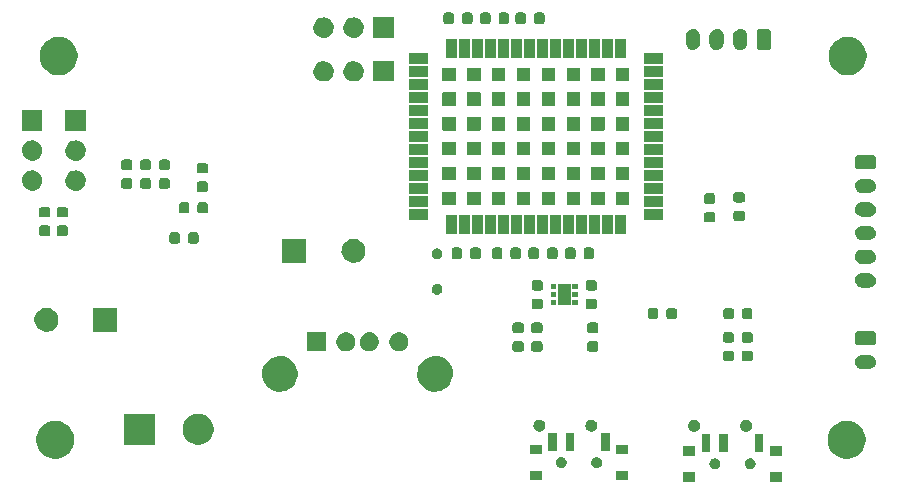
<source format=gbr>
G04 #@! TF.GenerationSoftware,KiCad,Pcbnew,5.99.0-unknown-9339afc~100~ubuntu16.04.1*
G04 #@! TF.CreationDate,2019-10-14T14:32:34+02:00*
G04 #@! TF.ProjectId,f9p_board,6639705f-626f-4617-9264-2e6b69636164,rev?*
G04 #@! TF.SameCoordinates,Original*
G04 #@! TF.FileFunction,Soldermask,Bot*
G04 #@! TF.FilePolarity,Negative*
%FSLAX46Y46*%
G04 Gerber Fmt 4.6, Leading zero omitted, Abs format (unit mm)*
G04 Created by KiCad (PCBNEW 5.99.0-unknown-9339afc~100~ubuntu16.04.1) date 2019-10-14 14:32:34*
%MOMM*%
%LPD*%
G04 APERTURE LIST*
%ADD10C,0.100000*%
G04 APERTURE END LIST*
D10*
G36*
X110503903Y-92720580D02*
G01*
X110507210Y-92722790D01*
X110509420Y-92726097D01*
X110510441Y-92731231D01*
X110510441Y-93528769D01*
X110509420Y-93533903D01*
X110507210Y-93537210D01*
X110503903Y-93539420D01*
X110498769Y-93540441D01*
X109501231Y-93540441D01*
X109496097Y-93539420D01*
X109492790Y-93537210D01*
X109490580Y-93533903D01*
X109489559Y-93528769D01*
X109489559Y-92731231D01*
X109490580Y-92726097D01*
X109492790Y-92722790D01*
X109496097Y-92720580D01*
X109501231Y-92719559D01*
X110498769Y-92719559D01*
X110503903Y-92720580D01*
X110503903Y-92720580D01*
G37*
G36*
X103203903Y-92720580D02*
G01*
X103207210Y-92722790D01*
X103209420Y-92726097D01*
X103210441Y-92731231D01*
X103210441Y-93528769D01*
X103209420Y-93533903D01*
X103207210Y-93537210D01*
X103203903Y-93539420D01*
X103198769Y-93540441D01*
X102201231Y-93540441D01*
X102196097Y-93539420D01*
X102192790Y-93537210D01*
X102190580Y-93533903D01*
X102189559Y-93528769D01*
X102189559Y-92731231D01*
X102190580Y-92726097D01*
X102192790Y-92722790D01*
X102196097Y-92720580D01*
X102201231Y-92719559D01*
X103198769Y-92719559D01*
X103203903Y-92720580D01*
X103203903Y-92720580D01*
G37*
G36*
X97503903Y-92620580D02*
G01*
X97507210Y-92622790D01*
X97509420Y-92626097D01*
X97510441Y-92631231D01*
X97510441Y-93428769D01*
X97509420Y-93433903D01*
X97507210Y-93437210D01*
X97503903Y-93439420D01*
X97498769Y-93440441D01*
X96501231Y-93440441D01*
X96496097Y-93439420D01*
X96492790Y-93437210D01*
X96490580Y-93433903D01*
X96489559Y-93428769D01*
X96489559Y-92631231D01*
X96490580Y-92626097D01*
X96492790Y-92622790D01*
X96496097Y-92620580D01*
X96501231Y-92619559D01*
X97498769Y-92619559D01*
X97503903Y-92620580D01*
X97503903Y-92620580D01*
G37*
G36*
X90203903Y-92620580D02*
G01*
X90207210Y-92622790D01*
X90209420Y-92626097D01*
X90210441Y-92631231D01*
X90210441Y-93428769D01*
X90209420Y-93433903D01*
X90207210Y-93437210D01*
X90203903Y-93439420D01*
X90198769Y-93440441D01*
X89201231Y-93440441D01*
X89196097Y-93439420D01*
X89192790Y-93437210D01*
X89190580Y-93433903D01*
X89189559Y-93428769D01*
X89189559Y-92631231D01*
X89190580Y-92626097D01*
X89192790Y-92622790D01*
X89196097Y-92620580D01*
X89201231Y-92619559D01*
X90198769Y-92619559D01*
X90203903Y-92620580D01*
X90203903Y-92620580D01*
G37*
G36*
X107902671Y-91572712D02*
G01*
X107955437Y-91576911D01*
X107970580Y-91582922D01*
X107983544Y-91584871D01*
X108031849Y-91607242D01*
X108084002Y-91627944D01*
X108094170Y-91636105D01*
X108103110Y-91640245D01*
X108145671Y-91677438D01*
X108191879Y-91714524D01*
X108197367Y-91722615D01*
X108202328Y-91726950D01*
X108234541Y-91777417D01*
X108269528Y-91828996D01*
X108271437Y-91835222D01*
X108273222Y-91838018D01*
X108290997Y-91899001D01*
X108310085Y-91961240D01*
X108310057Y-91964392D01*
X108310073Y-91964445D01*
X108310025Y-91968096D01*
X108308815Y-92106779D01*
X108288425Y-92169346D01*
X108268051Y-92232996D01*
X108267340Y-92234048D01*
X108265956Y-92238295D01*
X108229034Y-92290733D01*
X108194276Y-92342167D01*
X108190777Y-92345067D01*
X108186321Y-92351395D01*
X108137925Y-92388867D01*
X108092818Y-92426249D01*
X108085648Y-92429344D01*
X108076950Y-92436079D01*
X108022609Y-92456559D01*
X107971847Y-92478473D01*
X107960854Y-92479832D01*
X107947514Y-92484860D01*
X107892706Y-92488260D01*
X107841078Y-92494645D01*
X107826931Y-92492341D01*
X107809456Y-92493425D01*
X107759163Y-92481304D01*
X107711030Y-92473465D01*
X107695162Y-92465880D01*
X107674982Y-92461016D01*
X107633218Y-92436267D01*
X107592145Y-92416633D01*
X107576625Y-92402732D01*
X107555983Y-92390500D01*
X107525498Y-92356939D01*
X107493997Y-92328724D01*
X107481290Y-92308270D01*
X107462979Y-92288111D01*
X107445071Y-92249968D01*
X107424465Y-92216799D01*
X107417141Y-92190480D01*
X107404193Y-92162901D01*
X107398742Y-92124360D01*
X107389140Y-92089853D01*
X107389540Y-92059294D01*
X107384823Y-92025940D01*
X107390438Y-91990684D01*
X107390865Y-91958103D01*
X107400774Y-91925794D01*
X107406580Y-91889339D01*
X107420896Y-91860182D01*
X107429500Y-91832126D01*
X107449859Y-91801191D01*
X107467543Y-91765174D01*
X107487585Y-91743869D01*
X107501936Y-91722063D01*
X107532620Y-91695995D01*
X107562320Y-91664423D01*
X107584936Y-91651549D01*
X107602358Y-91636748D01*
X107642080Y-91619021D01*
X107682531Y-91595995D01*
X107704769Y-91591044D01*
X107722683Y-91583050D01*
X107768993Y-91576747D01*
X107817550Y-91565938D01*
X107837029Y-91567488D01*
X107853246Y-91565281D01*
X107902671Y-91572712D01*
X107902671Y-91572712D01*
G37*
G36*
X104902671Y-91572712D02*
G01*
X104955437Y-91576911D01*
X104970580Y-91582922D01*
X104983544Y-91584871D01*
X105031849Y-91607242D01*
X105084002Y-91627944D01*
X105094170Y-91636105D01*
X105103110Y-91640245D01*
X105145671Y-91677438D01*
X105191879Y-91714524D01*
X105197367Y-91722615D01*
X105202328Y-91726950D01*
X105234541Y-91777417D01*
X105269528Y-91828996D01*
X105271437Y-91835222D01*
X105273222Y-91838018D01*
X105290997Y-91899001D01*
X105310085Y-91961240D01*
X105310057Y-91964392D01*
X105310073Y-91964445D01*
X105310025Y-91968096D01*
X105308815Y-92106779D01*
X105288425Y-92169346D01*
X105268051Y-92232996D01*
X105267340Y-92234048D01*
X105265956Y-92238295D01*
X105229034Y-92290733D01*
X105194276Y-92342167D01*
X105190777Y-92345067D01*
X105186321Y-92351395D01*
X105137925Y-92388867D01*
X105092818Y-92426249D01*
X105085648Y-92429344D01*
X105076950Y-92436079D01*
X105022609Y-92456559D01*
X104971847Y-92478473D01*
X104960854Y-92479832D01*
X104947514Y-92484860D01*
X104892706Y-92488260D01*
X104841078Y-92494645D01*
X104826931Y-92492341D01*
X104809456Y-92493425D01*
X104759163Y-92481304D01*
X104711030Y-92473465D01*
X104695162Y-92465880D01*
X104674982Y-92461016D01*
X104633218Y-92436267D01*
X104592145Y-92416633D01*
X104576625Y-92402732D01*
X104555983Y-92390500D01*
X104525498Y-92356939D01*
X104493997Y-92328724D01*
X104481290Y-92308270D01*
X104462979Y-92288111D01*
X104445071Y-92249968D01*
X104424465Y-92216799D01*
X104417141Y-92190480D01*
X104404193Y-92162901D01*
X104398742Y-92124360D01*
X104389140Y-92089853D01*
X104389540Y-92059294D01*
X104384823Y-92025940D01*
X104390438Y-91990684D01*
X104390865Y-91958103D01*
X104400774Y-91925794D01*
X104406580Y-91889339D01*
X104420896Y-91860182D01*
X104429500Y-91832126D01*
X104449859Y-91801191D01*
X104467543Y-91765174D01*
X104487585Y-91743869D01*
X104501936Y-91722063D01*
X104532620Y-91695995D01*
X104562320Y-91664423D01*
X104584936Y-91651549D01*
X104602358Y-91636748D01*
X104642080Y-91619021D01*
X104682531Y-91595995D01*
X104704769Y-91591044D01*
X104722683Y-91583050D01*
X104768993Y-91576747D01*
X104817550Y-91565938D01*
X104837029Y-91567488D01*
X104853246Y-91565281D01*
X104902671Y-91572712D01*
X104902671Y-91572712D01*
G37*
G36*
X94902671Y-91472712D02*
G01*
X94955437Y-91476911D01*
X94970580Y-91482922D01*
X94983544Y-91484871D01*
X95031849Y-91507242D01*
X95084002Y-91527944D01*
X95094170Y-91536105D01*
X95103110Y-91540245D01*
X95145671Y-91577438D01*
X95191879Y-91614524D01*
X95197367Y-91622615D01*
X95202328Y-91626950D01*
X95234541Y-91677417D01*
X95269528Y-91728996D01*
X95271437Y-91735222D01*
X95273222Y-91738018D01*
X95290997Y-91799001D01*
X95310085Y-91861240D01*
X95310057Y-91864392D01*
X95310073Y-91864445D01*
X95310025Y-91868096D01*
X95308815Y-92006779D01*
X95288425Y-92069346D01*
X95268051Y-92132996D01*
X95267340Y-92134048D01*
X95265956Y-92138295D01*
X95229034Y-92190733D01*
X95194276Y-92242167D01*
X95190777Y-92245067D01*
X95186321Y-92251395D01*
X95137925Y-92288867D01*
X95092818Y-92326249D01*
X95085648Y-92329344D01*
X95076950Y-92336079D01*
X95022609Y-92356559D01*
X94971847Y-92378473D01*
X94960854Y-92379832D01*
X94947514Y-92384860D01*
X94892706Y-92388260D01*
X94841078Y-92394645D01*
X94826931Y-92392341D01*
X94809456Y-92393425D01*
X94759163Y-92381304D01*
X94711030Y-92373465D01*
X94695162Y-92365880D01*
X94674982Y-92361016D01*
X94633218Y-92336267D01*
X94592145Y-92316633D01*
X94576625Y-92302732D01*
X94555983Y-92290500D01*
X94525498Y-92256939D01*
X94493997Y-92228724D01*
X94481290Y-92208270D01*
X94462979Y-92188111D01*
X94445071Y-92149968D01*
X94424465Y-92116799D01*
X94417141Y-92090480D01*
X94404193Y-92062901D01*
X94398742Y-92024360D01*
X94389140Y-91989853D01*
X94389540Y-91959294D01*
X94384823Y-91925940D01*
X94390438Y-91890684D01*
X94390865Y-91858103D01*
X94400774Y-91825794D01*
X94406580Y-91789339D01*
X94420896Y-91760182D01*
X94429500Y-91732126D01*
X94449859Y-91701191D01*
X94467543Y-91665174D01*
X94487585Y-91643869D01*
X94501936Y-91622063D01*
X94532620Y-91595995D01*
X94562320Y-91564423D01*
X94584936Y-91551549D01*
X94602358Y-91536748D01*
X94642080Y-91519021D01*
X94682531Y-91495995D01*
X94704769Y-91491044D01*
X94722683Y-91483050D01*
X94768993Y-91476747D01*
X94817550Y-91465938D01*
X94837029Y-91467488D01*
X94853246Y-91465281D01*
X94902671Y-91472712D01*
X94902671Y-91472712D01*
G37*
G36*
X91902671Y-91472712D02*
G01*
X91955437Y-91476911D01*
X91970580Y-91482922D01*
X91983544Y-91484871D01*
X92031849Y-91507242D01*
X92084002Y-91527944D01*
X92094170Y-91536105D01*
X92103110Y-91540245D01*
X92145671Y-91577438D01*
X92191879Y-91614524D01*
X92197367Y-91622615D01*
X92202328Y-91626950D01*
X92234541Y-91677417D01*
X92269528Y-91728996D01*
X92271437Y-91735222D01*
X92273222Y-91738018D01*
X92290997Y-91799001D01*
X92310085Y-91861240D01*
X92310057Y-91864392D01*
X92310073Y-91864445D01*
X92310025Y-91868096D01*
X92308815Y-92006779D01*
X92288425Y-92069346D01*
X92268051Y-92132996D01*
X92267340Y-92134048D01*
X92265956Y-92138295D01*
X92229034Y-92190733D01*
X92194276Y-92242167D01*
X92190777Y-92245067D01*
X92186321Y-92251395D01*
X92137925Y-92288867D01*
X92092818Y-92326249D01*
X92085648Y-92329344D01*
X92076950Y-92336079D01*
X92022609Y-92356559D01*
X91971847Y-92378473D01*
X91960854Y-92379832D01*
X91947514Y-92384860D01*
X91892706Y-92388260D01*
X91841078Y-92394645D01*
X91826931Y-92392341D01*
X91809456Y-92393425D01*
X91759163Y-92381304D01*
X91711030Y-92373465D01*
X91695162Y-92365880D01*
X91674982Y-92361016D01*
X91633218Y-92336267D01*
X91592145Y-92316633D01*
X91576625Y-92302732D01*
X91555983Y-92290500D01*
X91525498Y-92256939D01*
X91493997Y-92228724D01*
X91481290Y-92208270D01*
X91462979Y-92188111D01*
X91445071Y-92149968D01*
X91424465Y-92116799D01*
X91417141Y-92090480D01*
X91404193Y-92062901D01*
X91398742Y-92024360D01*
X91389140Y-91989853D01*
X91389540Y-91959294D01*
X91384823Y-91925940D01*
X91390438Y-91890684D01*
X91390865Y-91858103D01*
X91400774Y-91825794D01*
X91406580Y-91789339D01*
X91420896Y-91760182D01*
X91429500Y-91732126D01*
X91449859Y-91701191D01*
X91467543Y-91665174D01*
X91487585Y-91643869D01*
X91501936Y-91622063D01*
X91532620Y-91595995D01*
X91562320Y-91564423D01*
X91584936Y-91551549D01*
X91602358Y-91536748D01*
X91642080Y-91519021D01*
X91682531Y-91495995D01*
X91704769Y-91491044D01*
X91722683Y-91483050D01*
X91768993Y-91476747D01*
X91817550Y-91465938D01*
X91837029Y-91467488D01*
X91853246Y-91465281D01*
X91902671Y-91472712D01*
X91902671Y-91472712D01*
G37*
G36*
X116377011Y-88429643D02*
G01*
X116618022Y-88507953D01*
X116843823Y-88623004D01*
X117048846Y-88771962D01*
X117228038Y-88951154D01*
X117376996Y-89156177D01*
X117492047Y-89381978D01*
X117570357Y-89622989D01*
X117610000Y-89873290D01*
X117610000Y-90126710D01*
X117570357Y-90377011D01*
X117492047Y-90618022D01*
X117376996Y-90843823D01*
X117228038Y-91048846D01*
X117048846Y-91228038D01*
X116843823Y-91376996D01*
X116618022Y-91492047D01*
X116377011Y-91570357D01*
X116126710Y-91610000D01*
X115873290Y-91610000D01*
X115622989Y-91570357D01*
X115381978Y-91492047D01*
X115156177Y-91376996D01*
X114951154Y-91228038D01*
X114771962Y-91048846D01*
X114623004Y-90843823D01*
X114507953Y-90618022D01*
X114429643Y-90377011D01*
X114390000Y-90126710D01*
X114390000Y-89873290D01*
X114429643Y-89622989D01*
X114507953Y-89381978D01*
X114623004Y-89156177D01*
X114771962Y-88951154D01*
X114951154Y-88771962D01*
X115156177Y-88623004D01*
X115381978Y-88507953D01*
X115622989Y-88429643D01*
X115873290Y-88390000D01*
X116126710Y-88390000D01*
X116377011Y-88429643D01*
X116377011Y-88429643D01*
G37*
G36*
X49377011Y-88429643D02*
G01*
X49618022Y-88507953D01*
X49843823Y-88623004D01*
X50048846Y-88771962D01*
X50228038Y-88951154D01*
X50376996Y-89156177D01*
X50492047Y-89381978D01*
X50570357Y-89622989D01*
X50610000Y-89873290D01*
X50610000Y-90126710D01*
X50570357Y-90377011D01*
X50492047Y-90618022D01*
X50376996Y-90843823D01*
X50228038Y-91048846D01*
X50048846Y-91228038D01*
X49843823Y-91376996D01*
X49618022Y-91492047D01*
X49377011Y-91570357D01*
X49126710Y-91610000D01*
X48873290Y-91610000D01*
X48622989Y-91570357D01*
X48381978Y-91492047D01*
X48156177Y-91376996D01*
X47951154Y-91228038D01*
X47771962Y-91048846D01*
X47623004Y-90843823D01*
X47507953Y-90618022D01*
X47429643Y-90377011D01*
X47390000Y-90126710D01*
X47390000Y-89873290D01*
X47429643Y-89622989D01*
X47507953Y-89381978D01*
X47623004Y-89156177D01*
X47771962Y-88951154D01*
X47951154Y-88771962D01*
X48156177Y-88623004D01*
X48381978Y-88507953D01*
X48622989Y-88429643D01*
X48873290Y-88390000D01*
X49126710Y-88390000D01*
X49377011Y-88429643D01*
X49377011Y-88429643D01*
G37*
G36*
X103203903Y-90510580D02*
G01*
X103207210Y-90512790D01*
X103209420Y-90516097D01*
X103210441Y-90521231D01*
X103210441Y-91318769D01*
X103209420Y-91323903D01*
X103207210Y-91327210D01*
X103203903Y-91329420D01*
X103198769Y-91330441D01*
X102201231Y-91330441D01*
X102196097Y-91329420D01*
X102192790Y-91327210D01*
X102190580Y-91323903D01*
X102189559Y-91318769D01*
X102189559Y-90521231D01*
X102190580Y-90516097D01*
X102192790Y-90512790D01*
X102196097Y-90510580D01*
X102201231Y-90509559D01*
X103198769Y-90509559D01*
X103203903Y-90510580D01*
X103203903Y-90510580D01*
G37*
G36*
X110503903Y-90510580D02*
G01*
X110507210Y-90512790D01*
X110509420Y-90516097D01*
X110510441Y-90521231D01*
X110510441Y-91318769D01*
X110509420Y-91323903D01*
X110507210Y-91327210D01*
X110503903Y-91329420D01*
X110498769Y-91330441D01*
X109501231Y-91330441D01*
X109496097Y-91329420D01*
X109492790Y-91327210D01*
X109490580Y-91323903D01*
X109489559Y-91318769D01*
X109489559Y-90521231D01*
X109490580Y-90516097D01*
X109492790Y-90512790D01*
X109496097Y-90510580D01*
X109501231Y-90509559D01*
X110498769Y-90509559D01*
X110503903Y-90510580D01*
X110503903Y-90510580D01*
G37*
G36*
X97503903Y-90410580D02*
G01*
X97507210Y-90412790D01*
X97509420Y-90416097D01*
X97510441Y-90421231D01*
X97510441Y-91218769D01*
X97509420Y-91223903D01*
X97507210Y-91227210D01*
X97503903Y-91229420D01*
X97498769Y-91230441D01*
X96501231Y-91230441D01*
X96496097Y-91229420D01*
X96492790Y-91227210D01*
X96490580Y-91223903D01*
X96489559Y-91218769D01*
X96489559Y-90421231D01*
X96490580Y-90416097D01*
X96492790Y-90412790D01*
X96496097Y-90410580D01*
X96501231Y-90409559D01*
X97498769Y-90409559D01*
X97503903Y-90410580D01*
X97503903Y-90410580D01*
G37*
G36*
X90203903Y-90410580D02*
G01*
X90207210Y-90412790D01*
X90209420Y-90416097D01*
X90210441Y-90421231D01*
X90210441Y-91218769D01*
X90209420Y-91223903D01*
X90207210Y-91227210D01*
X90203903Y-91229420D01*
X90198769Y-91230441D01*
X89201231Y-91230441D01*
X89196097Y-91229420D01*
X89192790Y-91227210D01*
X89190580Y-91223903D01*
X89189559Y-91218769D01*
X89189559Y-90421231D01*
X89190580Y-90416097D01*
X89192790Y-90412790D01*
X89196097Y-90410580D01*
X89201231Y-90409559D01*
X90198769Y-90409559D01*
X90203903Y-90410580D01*
X90203903Y-90410580D01*
G37*
G36*
X108953903Y-89510580D02*
G01*
X108957210Y-89512790D01*
X108959420Y-89516097D01*
X108960441Y-89521231D01*
X108960441Y-91018769D01*
X108959420Y-91023903D01*
X108957210Y-91027210D01*
X108953903Y-91029420D01*
X108948769Y-91030441D01*
X108251231Y-91030441D01*
X108246097Y-91029420D01*
X108242790Y-91027210D01*
X108240580Y-91023903D01*
X108239559Y-91018769D01*
X108239559Y-89521231D01*
X108240580Y-89516097D01*
X108242790Y-89512790D01*
X108246097Y-89510580D01*
X108251231Y-89509559D01*
X108948769Y-89509559D01*
X108953903Y-89510580D01*
X108953903Y-89510580D01*
G37*
G36*
X105953903Y-89510580D02*
G01*
X105957210Y-89512790D01*
X105959420Y-89516097D01*
X105960441Y-89521231D01*
X105960441Y-91018769D01*
X105959420Y-91023903D01*
X105957210Y-91027210D01*
X105953903Y-91029420D01*
X105948769Y-91030441D01*
X105251231Y-91030441D01*
X105246097Y-91029420D01*
X105242790Y-91027210D01*
X105240580Y-91023903D01*
X105239559Y-91018769D01*
X105239559Y-89521231D01*
X105240580Y-89516097D01*
X105242790Y-89512790D01*
X105246097Y-89510580D01*
X105251231Y-89509559D01*
X105948769Y-89509559D01*
X105953903Y-89510580D01*
X105953903Y-89510580D01*
G37*
G36*
X104453903Y-89510580D02*
G01*
X104457210Y-89512790D01*
X104459420Y-89516097D01*
X104460441Y-89521231D01*
X104460441Y-91018769D01*
X104459420Y-91023903D01*
X104457210Y-91027210D01*
X104453903Y-91029420D01*
X104448769Y-91030441D01*
X103751231Y-91030441D01*
X103746097Y-91029420D01*
X103742790Y-91027210D01*
X103740580Y-91023903D01*
X103739559Y-91018769D01*
X103739559Y-89521231D01*
X103740580Y-89516097D01*
X103742790Y-89512790D01*
X103746097Y-89510580D01*
X103751231Y-89509559D01*
X104448769Y-89509559D01*
X104453903Y-89510580D01*
X104453903Y-89510580D01*
G37*
G36*
X91453903Y-89410580D02*
G01*
X91457210Y-89412790D01*
X91459420Y-89416097D01*
X91460441Y-89421231D01*
X91460441Y-90918769D01*
X91459420Y-90923903D01*
X91457210Y-90927210D01*
X91453903Y-90929420D01*
X91448769Y-90930441D01*
X90751231Y-90930441D01*
X90746097Y-90929420D01*
X90742790Y-90927210D01*
X90740580Y-90923903D01*
X90739559Y-90918769D01*
X90739559Y-89421231D01*
X90740580Y-89416097D01*
X90742790Y-89412790D01*
X90746097Y-89410580D01*
X90751231Y-89409559D01*
X91448769Y-89409559D01*
X91453903Y-89410580D01*
X91453903Y-89410580D01*
G37*
G36*
X92953903Y-89410580D02*
G01*
X92957210Y-89412790D01*
X92959420Y-89416097D01*
X92960441Y-89421231D01*
X92960441Y-90918769D01*
X92959420Y-90923903D01*
X92957210Y-90927210D01*
X92953903Y-90929420D01*
X92948769Y-90930441D01*
X92251231Y-90930441D01*
X92246097Y-90929420D01*
X92242790Y-90927210D01*
X92240580Y-90923903D01*
X92239559Y-90918769D01*
X92239559Y-89421231D01*
X92240580Y-89416097D01*
X92242790Y-89412790D01*
X92246097Y-89410580D01*
X92251231Y-89409559D01*
X92948769Y-89409559D01*
X92953903Y-89410580D01*
X92953903Y-89410580D01*
G37*
G36*
X95953903Y-89410580D02*
G01*
X95957210Y-89412790D01*
X95959420Y-89416097D01*
X95960441Y-89421231D01*
X95960441Y-90918769D01*
X95959420Y-90923903D01*
X95957210Y-90927210D01*
X95953903Y-90929420D01*
X95948769Y-90930441D01*
X95251231Y-90930441D01*
X95246097Y-90929420D01*
X95242790Y-90927210D01*
X95240580Y-90923903D01*
X95239559Y-90918769D01*
X95239559Y-89421231D01*
X95240580Y-89416097D01*
X95242790Y-89412790D01*
X95246097Y-89410580D01*
X95251231Y-89409559D01*
X95948769Y-89409559D01*
X95953903Y-89410580D01*
X95953903Y-89410580D01*
G37*
G36*
X57403903Y-87790580D02*
G01*
X57407210Y-87792790D01*
X57409420Y-87796097D01*
X57410441Y-87801231D01*
X57410441Y-90398769D01*
X57409420Y-90403903D01*
X57407210Y-90407210D01*
X57403903Y-90409420D01*
X57398769Y-90410441D01*
X54801231Y-90410441D01*
X54796097Y-90409420D01*
X54792790Y-90407210D01*
X54790580Y-90403903D01*
X54789559Y-90398769D01*
X54789559Y-87801231D01*
X54790580Y-87796097D01*
X54792790Y-87792790D01*
X54796097Y-87790580D01*
X54801231Y-87789559D01*
X57398769Y-87789559D01*
X57403903Y-87790580D01*
X57403903Y-87790580D01*
G37*
G36*
X61440348Y-87829804D02*
G01*
X61655744Y-87908202D01*
X61854254Y-88022812D01*
X62029848Y-88170152D01*
X62177188Y-88345746D01*
X62291798Y-88544256D01*
X62370196Y-88759652D01*
X62409999Y-88985388D01*
X62409999Y-89214612D01*
X62370196Y-89440348D01*
X62291798Y-89655744D01*
X62177188Y-89854254D01*
X62029848Y-90029848D01*
X61854254Y-90177188D01*
X61655744Y-90291798D01*
X61440348Y-90370196D01*
X61214612Y-90409999D01*
X60985388Y-90409999D01*
X60759652Y-90370196D01*
X60544256Y-90291798D01*
X60345746Y-90177188D01*
X60170152Y-90029848D01*
X60022812Y-89854254D01*
X59908202Y-89655744D01*
X59829804Y-89440348D01*
X59790001Y-89214612D01*
X59790001Y-88985388D01*
X59829804Y-88759652D01*
X59908202Y-88544256D01*
X60022812Y-88345746D01*
X60170152Y-88170152D01*
X60345746Y-88022812D01*
X60544256Y-87908202D01*
X60759652Y-87829804D01*
X60985388Y-87790001D01*
X61214612Y-87790001D01*
X61440348Y-87829804D01*
X61440348Y-87829804D01*
G37*
G36*
X103122183Y-88287563D02*
G01*
X103137701Y-88286587D01*
X103190892Y-88297893D01*
X103248061Y-88306488D01*
X103262256Y-88313062D01*
X103274380Y-88315639D01*
X103325292Y-88342255D01*
X103380622Y-88367880D01*
X103390025Y-88376098D01*
X103398213Y-88380378D01*
X103442324Y-88421801D01*
X103490624Y-88464010D01*
X103495639Y-88471867D01*
X103500070Y-88476028D01*
X103532971Y-88530354D01*
X103569224Y-88587150D01*
X103570946Y-88593057D01*
X103572455Y-88595549D01*
X103590260Y-88659322D01*
X103610104Y-88727401D01*
X103609795Y-88751034D01*
X103608439Y-88880592D01*
X103608083Y-88881770D01*
X103608029Y-88885927D01*
X103586889Y-88951969D01*
X103568069Y-89014302D01*
X103565782Y-89017905D01*
X103563492Y-89025060D01*
X103526544Y-89079734D01*
X103493199Y-89132277D01*
X103487675Y-89137251D01*
X103481695Y-89146100D01*
X103433348Y-89186168D01*
X103389356Y-89225778D01*
X103379870Y-89230487D01*
X103369214Y-89239318D01*
X103314486Y-89262944D01*
X103264203Y-89287905D01*
X103250699Y-89290481D01*
X103235091Y-89297219D01*
X103179046Y-89304150D01*
X103126941Y-89314090D01*
X103110105Y-89312676D01*
X103090109Y-89315149D01*
X103037470Y-89306576D01*
X102987702Y-89302397D01*
X102968922Y-89295413D01*
X102945921Y-89291667D01*
X102900631Y-89270016D01*
X102856734Y-89253691D01*
X102837980Y-89240065D01*
X102814120Y-89228659D01*
X102779062Y-89197259D01*
X102743687Y-89171557D01*
X102727341Y-89150933D01*
X102705300Y-89131192D01*
X102682119Y-89093878D01*
X102656894Y-89062052D01*
X102645481Y-89034902D01*
X102628210Y-89007101D01*
X102617274Y-88967802D01*
X102602745Y-88933238D01*
X102598662Y-88900913D01*
X102589047Y-88866361D01*
X102589540Y-88828707D01*
X102585233Y-88794611D01*
X102590449Y-88759287D01*
X102590960Y-88720286D01*
X102601082Y-88687280D01*
X102605646Y-88656375D01*
X102621439Y-88620903D01*
X102633793Y-88580620D01*
X102651045Y-88554406D01*
X102662478Y-88528727D01*
X102689218Y-88496404D01*
X102714105Y-88458589D01*
X102735628Y-88440304D01*
X102751547Y-88421061D01*
X102788551Y-88395342D01*
X102825439Y-88364004D01*
X102848357Y-88353776D01*
X102866288Y-88341314D01*
X102911786Y-88325470D01*
X102958844Y-88304469D01*
X102980589Y-88301510D01*
X102998248Y-88295360D01*
X103049439Y-88292140D01*
X103103597Y-88284769D01*
X103122183Y-88287563D01*
X103122183Y-88287563D01*
G37*
G36*
X94422183Y-88287563D02*
G01*
X94437701Y-88286587D01*
X94490892Y-88297893D01*
X94548061Y-88306488D01*
X94562256Y-88313062D01*
X94574380Y-88315639D01*
X94625292Y-88342255D01*
X94680622Y-88367880D01*
X94690025Y-88376098D01*
X94698213Y-88380378D01*
X94742324Y-88421801D01*
X94790624Y-88464010D01*
X94795639Y-88471867D01*
X94800070Y-88476028D01*
X94832971Y-88530354D01*
X94869224Y-88587150D01*
X94870946Y-88593057D01*
X94872455Y-88595549D01*
X94890260Y-88659322D01*
X94910104Y-88727401D01*
X94909795Y-88751034D01*
X94908439Y-88880592D01*
X94908083Y-88881770D01*
X94908029Y-88885927D01*
X94886889Y-88951969D01*
X94868069Y-89014302D01*
X94865782Y-89017905D01*
X94863492Y-89025060D01*
X94826544Y-89079734D01*
X94793199Y-89132277D01*
X94787675Y-89137251D01*
X94781695Y-89146100D01*
X94733348Y-89186168D01*
X94689356Y-89225778D01*
X94679870Y-89230487D01*
X94669214Y-89239318D01*
X94614486Y-89262944D01*
X94564203Y-89287905D01*
X94550699Y-89290481D01*
X94535091Y-89297219D01*
X94479046Y-89304150D01*
X94426941Y-89314090D01*
X94410105Y-89312676D01*
X94390109Y-89315149D01*
X94337470Y-89306576D01*
X94287702Y-89302397D01*
X94268922Y-89295413D01*
X94245921Y-89291667D01*
X94200631Y-89270016D01*
X94156734Y-89253691D01*
X94137980Y-89240065D01*
X94114120Y-89228659D01*
X94079062Y-89197259D01*
X94043687Y-89171557D01*
X94027341Y-89150933D01*
X94005300Y-89131192D01*
X93982119Y-89093878D01*
X93956894Y-89062052D01*
X93945481Y-89034902D01*
X93928210Y-89007101D01*
X93917274Y-88967802D01*
X93902745Y-88933238D01*
X93898662Y-88900913D01*
X93889047Y-88866361D01*
X93889540Y-88828707D01*
X93885233Y-88794611D01*
X93890449Y-88759287D01*
X93890960Y-88720286D01*
X93901082Y-88687280D01*
X93905646Y-88656375D01*
X93921439Y-88620903D01*
X93933793Y-88580620D01*
X93951045Y-88554406D01*
X93962478Y-88528727D01*
X93989218Y-88496404D01*
X94014105Y-88458589D01*
X94035628Y-88440304D01*
X94051547Y-88421061D01*
X94088551Y-88395342D01*
X94125439Y-88364004D01*
X94148357Y-88353776D01*
X94166288Y-88341314D01*
X94211786Y-88325470D01*
X94258844Y-88304469D01*
X94280589Y-88301510D01*
X94298248Y-88295360D01*
X94349439Y-88292140D01*
X94403597Y-88284769D01*
X94422183Y-88287563D01*
X94422183Y-88287563D01*
G37*
G36*
X107522183Y-88287563D02*
G01*
X107537701Y-88286587D01*
X107590892Y-88297893D01*
X107648061Y-88306488D01*
X107662256Y-88313062D01*
X107674380Y-88315639D01*
X107725292Y-88342255D01*
X107780622Y-88367880D01*
X107790025Y-88376098D01*
X107798213Y-88380378D01*
X107842324Y-88421801D01*
X107890624Y-88464010D01*
X107895639Y-88471867D01*
X107900070Y-88476028D01*
X107932971Y-88530354D01*
X107969224Y-88587150D01*
X107970946Y-88593057D01*
X107972455Y-88595549D01*
X107990260Y-88659322D01*
X108010104Y-88727401D01*
X108009795Y-88751034D01*
X108008439Y-88880592D01*
X108008083Y-88881770D01*
X108008029Y-88885927D01*
X107986889Y-88951969D01*
X107968069Y-89014302D01*
X107965782Y-89017905D01*
X107963492Y-89025060D01*
X107926544Y-89079734D01*
X107893199Y-89132277D01*
X107887675Y-89137251D01*
X107881695Y-89146100D01*
X107833348Y-89186168D01*
X107789356Y-89225778D01*
X107779870Y-89230487D01*
X107769214Y-89239318D01*
X107714486Y-89262944D01*
X107664203Y-89287905D01*
X107650699Y-89290481D01*
X107635091Y-89297219D01*
X107579046Y-89304150D01*
X107526941Y-89314090D01*
X107510105Y-89312676D01*
X107490109Y-89315149D01*
X107437470Y-89306576D01*
X107387702Y-89302397D01*
X107368922Y-89295413D01*
X107345921Y-89291667D01*
X107300631Y-89270016D01*
X107256734Y-89253691D01*
X107237980Y-89240065D01*
X107214120Y-89228659D01*
X107179062Y-89197259D01*
X107143687Y-89171557D01*
X107127341Y-89150933D01*
X107105300Y-89131192D01*
X107082119Y-89093878D01*
X107056894Y-89062052D01*
X107045481Y-89034902D01*
X107028210Y-89007101D01*
X107017274Y-88967802D01*
X107002745Y-88933238D01*
X106998662Y-88900913D01*
X106989047Y-88866361D01*
X106989540Y-88828707D01*
X106985233Y-88794611D01*
X106990449Y-88759287D01*
X106990960Y-88720286D01*
X107001082Y-88687280D01*
X107005646Y-88656375D01*
X107021439Y-88620903D01*
X107033793Y-88580620D01*
X107051045Y-88554406D01*
X107062478Y-88528727D01*
X107089218Y-88496404D01*
X107114105Y-88458589D01*
X107135628Y-88440304D01*
X107151547Y-88421061D01*
X107188551Y-88395342D01*
X107225439Y-88364004D01*
X107248357Y-88353776D01*
X107266288Y-88341314D01*
X107311786Y-88325470D01*
X107358844Y-88304469D01*
X107380589Y-88301510D01*
X107398248Y-88295360D01*
X107449439Y-88292140D01*
X107503597Y-88284769D01*
X107522183Y-88287563D01*
X107522183Y-88287563D01*
G37*
G36*
X90022183Y-88287563D02*
G01*
X90037701Y-88286587D01*
X90090892Y-88297893D01*
X90148061Y-88306488D01*
X90162256Y-88313062D01*
X90174380Y-88315639D01*
X90225292Y-88342255D01*
X90280622Y-88367880D01*
X90290025Y-88376098D01*
X90298213Y-88380378D01*
X90342324Y-88421801D01*
X90390624Y-88464010D01*
X90395639Y-88471867D01*
X90400070Y-88476028D01*
X90432971Y-88530354D01*
X90469224Y-88587150D01*
X90470946Y-88593057D01*
X90472455Y-88595549D01*
X90490260Y-88659322D01*
X90510104Y-88727401D01*
X90509795Y-88751034D01*
X90508439Y-88880592D01*
X90508083Y-88881770D01*
X90508029Y-88885927D01*
X90486889Y-88951969D01*
X90468069Y-89014302D01*
X90465782Y-89017905D01*
X90463492Y-89025060D01*
X90426544Y-89079734D01*
X90393199Y-89132277D01*
X90387675Y-89137251D01*
X90381695Y-89146100D01*
X90333348Y-89186168D01*
X90289356Y-89225778D01*
X90279870Y-89230487D01*
X90269214Y-89239318D01*
X90214486Y-89262944D01*
X90164203Y-89287905D01*
X90150699Y-89290481D01*
X90135091Y-89297219D01*
X90079046Y-89304150D01*
X90026941Y-89314090D01*
X90010105Y-89312676D01*
X89990109Y-89315149D01*
X89937470Y-89306576D01*
X89887702Y-89302397D01*
X89868922Y-89295413D01*
X89845921Y-89291667D01*
X89800631Y-89270016D01*
X89756734Y-89253691D01*
X89737980Y-89240065D01*
X89714120Y-89228659D01*
X89679062Y-89197259D01*
X89643687Y-89171557D01*
X89627341Y-89150933D01*
X89605300Y-89131192D01*
X89582119Y-89093878D01*
X89556894Y-89062052D01*
X89545481Y-89034902D01*
X89528210Y-89007101D01*
X89517274Y-88967802D01*
X89502745Y-88933238D01*
X89498662Y-88900913D01*
X89489047Y-88866361D01*
X89489540Y-88828707D01*
X89485233Y-88794611D01*
X89490449Y-88759287D01*
X89490960Y-88720286D01*
X89501082Y-88687280D01*
X89505646Y-88656375D01*
X89521439Y-88620903D01*
X89533793Y-88580620D01*
X89551045Y-88554406D01*
X89562478Y-88528727D01*
X89589218Y-88496404D01*
X89614105Y-88458589D01*
X89635628Y-88440304D01*
X89651547Y-88421061D01*
X89688551Y-88395342D01*
X89725439Y-88364004D01*
X89748357Y-88353776D01*
X89766288Y-88341314D01*
X89811786Y-88325470D01*
X89858844Y-88304469D01*
X89880589Y-88301510D01*
X89898248Y-88295360D01*
X89949439Y-88292140D01*
X90003597Y-88284769D01*
X90022183Y-88287563D01*
X90022183Y-88287563D01*
G37*
G36*
X68339794Y-82927101D02*
G01*
X68572893Y-82995706D01*
X68792031Y-83100700D01*
X68991560Y-83239376D01*
X69166356Y-83408174D01*
X69311906Y-83602735D01*
X69424486Y-83818080D01*
X69501184Y-84048644D01*
X69540023Y-84288441D01*
X69540023Y-84288450D01*
X69540032Y-84288506D01*
X69537157Y-84563091D01*
X69537146Y-84563151D01*
X69537146Y-84563153D01*
X69493293Y-84802089D01*
X69411781Y-85031000D01*
X69294721Y-85243931D01*
X69145124Y-85435408D01*
X68966837Y-85600503D01*
X68764443Y-85734973D01*
X68543159Y-85835352D01*
X68308671Y-85899061D01*
X68067013Y-85924460D01*
X67824397Y-85910896D01*
X67587083Y-85858719D01*
X67361158Y-85769269D01*
X67152441Y-85644848D01*
X66966300Y-85488658D01*
X66807525Y-85304716D01*
X66680203Y-85097756D01*
X66587607Y-84873102D01*
X66532121Y-84636534D01*
X66515171Y-84394136D01*
X66537194Y-84152142D01*
X66597621Y-83916797D01*
X66694903Y-83694124D01*
X66826531Y-83489880D01*
X66989122Y-83309303D01*
X67178492Y-83157046D01*
X67389772Y-83037022D01*
X67617519Y-82952324D01*
X67855883Y-82905127D01*
X68098721Y-82896646D01*
X68339794Y-82927101D01*
X68339794Y-82927101D01*
G37*
G36*
X81479794Y-82927101D02*
G01*
X81712893Y-82995706D01*
X81932031Y-83100700D01*
X82131560Y-83239376D01*
X82306356Y-83408174D01*
X82451906Y-83602735D01*
X82564486Y-83818080D01*
X82641184Y-84048644D01*
X82680023Y-84288441D01*
X82680023Y-84288450D01*
X82680032Y-84288506D01*
X82677157Y-84563091D01*
X82677146Y-84563151D01*
X82677146Y-84563153D01*
X82633293Y-84802089D01*
X82551781Y-85031000D01*
X82434721Y-85243931D01*
X82285124Y-85435408D01*
X82106837Y-85600503D01*
X81904443Y-85734973D01*
X81683159Y-85835352D01*
X81448671Y-85899061D01*
X81207013Y-85924460D01*
X80964397Y-85910896D01*
X80727083Y-85858719D01*
X80501158Y-85769269D01*
X80292441Y-85644848D01*
X80106300Y-85488658D01*
X79947525Y-85304716D01*
X79820203Y-85097756D01*
X79727607Y-84873102D01*
X79672121Y-84636534D01*
X79655171Y-84394136D01*
X79677194Y-84152142D01*
X79737621Y-83916797D01*
X79834903Y-83694124D01*
X79966531Y-83489880D01*
X80129122Y-83309303D01*
X80318492Y-83157046D01*
X80529772Y-83037022D01*
X80757519Y-82952324D01*
X80995883Y-82905127D01*
X81238721Y-82896646D01*
X81479794Y-82927101D01*
X81479794Y-82927101D01*
G37*
G36*
X118101341Y-82828329D02*
G01*
X118101692Y-82828522D01*
X118101693Y-82828522D01*
X118161140Y-82861204D01*
X118236399Y-82902578D01*
X118348749Y-83008081D01*
X118407548Y-83100734D01*
X118431331Y-83138210D01*
X118478957Y-83284788D01*
X118481012Y-83317442D01*
X118488635Y-83438607D01*
X118459755Y-83589998D01*
X118394133Y-83729452D01*
X118295892Y-83848205D01*
X118171205Y-83938795D01*
X118171204Y-83938796D01*
X118171203Y-83938796D01*
X118027906Y-83995532D01*
X117913377Y-84010000D01*
X117299586Y-84010000D01*
X117098659Y-83971671D01*
X117098308Y-83971478D01*
X117098307Y-83971478D01*
X116998837Y-83916793D01*
X116963601Y-83897422D01*
X116851251Y-83791919D01*
X116768669Y-83661790D01*
X116745343Y-83590000D01*
X116721043Y-83515212D01*
X116711365Y-83361396D01*
X116711365Y-83361393D01*
X116740245Y-83210002D01*
X116805867Y-83070548D01*
X116904108Y-82951795D01*
X117028795Y-82861205D01*
X117028796Y-82861204D01*
X117028797Y-82861204D01*
X117172094Y-82804468D01*
X117286623Y-82790000D01*
X117900414Y-82790000D01*
X118101341Y-82828329D01*
X118101341Y-82828329D01*
G37*
G36*
X106287328Y-82446838D02*
G01*
X106341219Y-82457558D01*
X106416884Y-82508116D01*
X106467442Y-82583781D01*
X106467442Y-82583782D01*
X106485441Y-82674266D01*
X106485441Y-83100734D01*
X106485196Y-83101965D01*
X106467442Y-83191219D01*
X106416884Y-83266884D01*
X106341219Y-83317442D01*
X106287328Y-83328162D01*
X106250734Y-83335441D01*
X105749266Y-83335441D01*
X105712672Y-83328162D01*
X105658781Y-83317442D01*
X105583116Y-83266884D01*
X105532558Y-83191219D01*
X105514804Y-83101965D01*
X105514559Y-83100734D01*
X105514559Y-82674266D01*
X105532558Y-82583782D01*
X105532558Y-82583781D01*
X105583116Y-82508116D01*
X105658781Y-82457558D01*
X105712672Y-82446838D01*
X105749266Y-82439559D01*
X106250734Y-82439559D01*
X106287328Y-82446838D01*
X106287328Y-82446838D01*
G37*
G36*
X107887328Y-82446838D02*
G01*
X107941219Y-82457558D01*
X108016884Y-82508116D01*
X108067442Y-82583781D01*
X108067442Y-82583782D01*
X108085441Y-82674266D01*
X108085441Y-83100734D01*
X108085196Y-83101965D01*
X108067442Y-83191219D01*
X108016884Y-83266884D01*
X107941219Y-83317442D01*
X107887328Y-83328162D01*
X107850734Y-83335441D01*
X107349266Y-83335441D01*
X107312672Y-83328162D01*
X107258781Y-83317442D01*
X107183116Y-83266884D01*
X107132558Y-83191219D01*
X107114804Y-83101965D01*
X107114559Y-83100734D01*
X107114559Y-82674266D01*
X107132558Y-82583782D01*
X107132558Y-82583781D01*
X107183116Y-82508116D01*
X107258781Y-82457558D01*
X107312672Y-82446838D01*
X107349266Y-82439559D01*
X107850734Y-82439559D01*
X107887328Y-82446838D01*
X107887328Y-82446838D01*
G37*
G36*
X88473328Y-81646838D02*
G01*
X88527219Y-81657558D01*
X88602884Y-81708116D01*
X88653442Y-81783781D01*
X88653442Y-81783782D01*
X88671441Y-81874266D01*
X88671441Y-82300734D01*
X88671196Y-82301965D01*
X88653442Y-82391219D01*
X88602884Y-82466884D01*
X88527219Y-82517442D01*
X88473328Y-82528162D01*
X88436734Y-82535441D01*
X87935266Y-82535441D01*
X87898672Y-82528162D01*
X87844781Y-82517442D01*
X87769116Y-82466884D01*
X87718558Y-82391219D01*
X87700804Y-82301965D01*
X87700559Y-82300734D01*
X87700559Y-81874266D01*
X87718558Y-81783782D01*
X87718558Y-81783781D01*
X87769116Y-81708116D01*
X87844781Y-81657558D01*
X87898672Y-81646838D01*
X87935266Y-81639559D01*
X88436734Y-81639559D01*
X88473328Y-81646838D01*
X88473328Y-81646838D01*
G37*
G36*
X90073328Y-81646838D02*
G01*
X90127219Y-81657558D01*
X90202884Y-81708116D01*
X90253442Y-81783781D01*
X90253442Y-81783782D01*
X90271441Y-81874266D01*
X90271441Y-82300734D01*
X90271196Y-82301965D01*
X90253442Y-82391219D01*
X90202884Y-82466884D01*
X90127219Y-82517442D01*
X90073328Y-82528162D01*
X90036734Y-82535441D01*
X89535266Y-82535441D01*
X89498672Y-82528162D01*
X89444781Y-82517442D01*
X89369116Y-82466884D01*
X89318558Y-82391219D01*
X89300804Y-82301965D01*
X89300559Y-82300734D01*
X89300559Y-81874266D01*
X89318558Y-81783782D01*
X89318558Y-81783781D01*
X89369116Y-81708116D01*
X89444781Y-81657558D01*
X89498672Y-81646838D01*
X89535266Y-81639559D01*
X90036734Y-81639559D01*
X90073328Y-81646838D01*
X90073328Y-81646838D01*
G37*
G36*
X94787328Y-81646838D02*
G01*
X94841219Y-81657558D01*
X94916884Y-81708116D01*
X94967442Y-81783781D01*
X94967442Y-81783782D01*
X94985441Y-81874266D01*
X94985441Y-82300734D01*
X94985196Y-82301965D01*
X94967442Y-82391219D01*
X94916884Y-82466884D01*
X94841219Y-82517442D01*
X94787328Y-82528162D01*
X94750734Y-82535441D01*
X94249266Y-82535441D01*
X94212672Y-82528162D01*
X94158781Y-82517442D01*
X94083116Y-82466884D01*
X94032558Y-82391219D01*
X94014804Y-82301965D01*
X94014559Y-82300734D01*
X94014559Y-81874266D01*
X94032558Y-81783782D01*
X94032558Y-81783781D01*
X94083116Y-81708116D01*
X94158781Y-81657558D01*
X94212672Y-81646838D01*
X94249266Y-81639559D01*
X94750734Y-81639559D01*
X94787328Y-81646838D01*
X94787328Y-81646838D01*
G37*
G36*
X75518522Y-80889366D02*
G01*
X75696514Y-80890608D01*
X75873436Y-80932105D01*
X76036765Y-81011766D01*
X76178390Y-81125635D01*
X76291265Y-81268048D01*
X76369786Y-81431935D01*
X76410026Y-81609050D01*
X76410026Y-81609055D01*
X76410045Y-81609139D01*
X76407192Y-81813443D01*
X76407171Y-81813524D01*
X76407171Y-81813532D01*
X76362001Y-81989455D01*
X76278935Y-82151084D01*
X76162127Y-82290290D01*
X76017379Y-82400160D01*
X75851888Y-82475230D01*
X75673875Y-82511772D01*
X75495849Y-82508042D01*
X75492195Y-82507965D01*
X75404033Y-82485984D01*
X75315868Y-82464002D01*
X75153668Y-82382069D01*
X75013647Y-82266233D01*
X74902770Y-82122257D01*
X74826547Y-81957296D01*
X74788765Y-81779543D01*
X74791302Y-81597838D01*
X74831439Y-81431935D01*
X74834033Y-81421211D01*
X74874724Y-81339239D01*
X74914833Y-81258439D01*
X75029688Y-81117614D01*
X75172885Y-81005735D01*
X75337314Y-80928362D01*
X75514793Y-80889340D01*
X75514796Y-80889340D01*
X75518522Y-80889366D01*
X75518522Y-80889366D01*
G37*
G36*
X73518522Y-80889366D02*
G01*
X73696514Y-80890608D01*
X73873436Y-80932105D01*
X74036765Y-81011766D01*
X74178390Y-81125635D01*
X74291265Y-81268048D01*
X74369786Y-81431935D01*
X74410026Y-81609050D01*
X74410026Y-81609055D01*
X74410045Y-81609139D01*
X74407192Y-81813443D01*
X74407171Y-81813524D01*
X74407171Y-81813532D01*
X74362001Y-81989455D01*
X74278935Y-82151084D01*
X74162127Y-82290290D01*
X74017379Y-82400160D01*
X73851888Y-82475230D01*
X73673875Y-82511772D01*
X73495849Y-82508042D01*
X73492195Y-82507965D01*
X73404033Y-82485984D01*
X73315868Y-82464002D01*
X73153668Y-82382069D01*
X73013647Y-82266233D01*
X72902770Y-82122257D01*
X72826547Y-81957296D01*
X72788765Y-81779543D01*
X72791302Y-81597838D01*
X72831439Y-81431935D01*
X72834033Y-81421211D01*
X72874724Y-81339239D01*
X72914833Y-81258439D01*
X73029688Y-81117614D01*
X73172885Y-81005735D01*
X73337314Y-80928362D01*
X73514793Y-80889340D01*
X73514796Y-80889340D01*
X73518522Y-80889366D01*
X73518522Y-80889366D01*
G37*
G36*
X78018522Y-80889366D02*
G01*
X78196514Y-80890608D01*
X78373436Y-80932105D01*
X78536765Y-81011766D01*
X78678390Y-81125635D01*
X78791265Y-81268048D01*
X78869786Y-81431935D01*
X78910026Y-81609050D01*
X78910026Y-81609055D01*
X78910045Y-81609139D01*
X78907192Y-81813443D01*
X78907171Y-81813524D01*
X78907171Y-81813532D01*
X78862001Y-81989455D01*
X78778935Y-82151084D01*
X78662127Y-82290290D01*
X78517379Y-82400160D01*
X78351888Y-82475230D01*
X78173875Y-82511772D01*
X77995849Y-82508042D01*
X77992195Y-82507965D01*
X77904033Y-82485984D01*
X77815868Y-82464002D01*
X77653668Y-82382069D01*
X77513647Y-82266233D01*
X77402770Y-82122257D01*
X77326547Y-81957296D01*
X77288765Y-81779543D01*
X77291302Y-81597838D01*
X77331439Y-81431935D01*
X77334033Y-81421211D01*
X77374724Y-81339239D01*
X77414833Y-81258439D01*
X77529688Y-81117614D01*
X77672885Y-81005735D01*
X77837314Y-80928362D01*
X78014793Y-80889340D01*
X78014796Y-80889340D01*
X78018522Y-80889366D01*
X78018522Y-80889366D01*
G37*
G36*
X71903903Y-80890580D02*
G01*
X71907210Y-80892790D01*
X71909420Y-80896097D01*
X71910441Y-80901231D01*
X71910441Y-82498769D01*
X71909420Y-82503903D01*
X71907210Y-82507210D01*
X71903903Y-82509420D01*
X71898769Y-82510441D01*
X70301231Y-82510441D01*
X70296097Y-82509420D01*
X70292790Y-82507210D01*
X70290580Y-82503903D01*
X70289559Y-82498769D01*
X70289559Y-80901231D01*
X70290580Y-80896097D01*
X70292790Y-80892790D01*
X70296097Y-80890580D01*
X70301231Y-80889559D01*
X71898769Y-80889559D01*
X71903903Y-80890580D01*
X71903903Y-80890580D01*
G37*
G36*
X118315875Y-80807679D02*
G01*
X118318671Y-80809410D01*
X118321550Y-80809983D01*
X118346229Y-80826473D01*
X118398716Y-80858971D01*
X118402638Y-80864164D01*
X118407552Y-80867448D01*
X118426256Y-80895440D01*
X118457248Y-80936481D01*
X118459187Y-80944725D01*
X118465017Y-80953450D01*
X118485196Y-81054897D01*
X118485196Y-81055305D01*
X118485441Y-81056347D01*
X118485441Y-81743945D01*
X118467321Y-81840875D01*
X118465590Y-81843671D01*
X118465017Y-81846550D01*
X118448527Y-81871229D01*
X118416029Y-81923716D01*
X118410836Y-81927638D01*
X118407552Y-81932552D01*
X118379560Y-81951256D01*
X118338519Y-81982248D01*
X118330275Y-81984187D01*
X118321550Y-81990017D01*
X118220103Y-82010196D01*
X118219695Y-82010196D01*
X118218653Y-82010441D01*
X116981055Y-82010441D01*
X116884125Y-81992321D01*
X116881329Y-81990590D01*
X116878450Y-81990017D01*
X116853771Y-81973527D01*
X116801284Y-81941029D01*
X116797362Y-81935836D01*
X116792448Y-81932552D01*
X116773744Y-81904560D01*
X116742752Y-81863519D01*
X116740813Y-81855275D01*
X116734983Y-81846550D01*
X116714804Y-81745103D01*
X116714804Y-81744695D01*
X116714559Y-81743653D01*
X116714559Y-81056055D01*
X116732679Y-80959125D01*
X116734410Y-80956329D01*
X116734983Y-80953450D01*
X116751473Y-80928771D01*
X116783971Y-80876284D01*
X116789164Y-80872362D01*
X116792448Y-80867448D01*
X116820440Y-80848744D01*
X116861481Y-80817752D01*
X116869725Y-80815813D01*
X116878450Y-80809983D01*
X116979897Y-80789804D01*
X116980305Y-80789804D01*
X116981347Y-80789559D01*
X118218945Y-80789559D01*
X118315875Y-80807679D01*
X118315875Y-80807679D01*
G37*
G36*
X107865257Y-80867448D02*
G01*
X107941219Y-80882558D01*
X108016884Y-80933116D01*
X108067442Y-81008781D01*
X108067442Y-81008782D01*
X108085441Y-81099266D01*
X108085441Y-81525734D01*
X108085196Y-81526965D01*
X108067442Y-81616219D01*
X108016884Y-81691884D01*
X107941219Y-81742442D01*
X107927841Y-81745103D01*
X107850734Y-81760441D01*
X107349266Y-81760441D01*
X107272159Y-81745103D01*
X107258781Y-81742442D01*
X107183116Y-81691884D01*
X107132558Y-81616219D01*
X107114804Y-81526965D01*
X107114559Y-81525734D01*
X107114559Y-81099266D01*
X107132558Y-81008782D01*
X107132558Y-81008781D01*
X107183116Y-80933116D01*
X107258781Y-80882558D01*
X107334743Y-80867448D01*
X107349266Y-80864559D01*
X107850734Y-80864559D01*
X107865257Y-80867448D01*
X107865257Y-80867448D01*
G37*
G36*
X106265257Y-80867448D02*
G01*
X106341219Y-80882558D01*
X106416884Y-80933116D01*
X106467442Y-81008781D01*
X106467442Y-81008782D01*
X106485441Y-81099266D01*
X106485441Y-81525734D01*
X106485196Y-81526965D01*
X106467442Y-81616219D01*
X106416884Y-81691884D01*
X106341219Y-81742442D01*
X106327841Y-81745103D01*
X106250734Y-81760441D01*
X105749266Y-81760441D01*
X105672159Y-81745103D01*
X105658781Y-81742442D01*
X105583116Y-81691884D01*
X105532558Y-81616219D01*
X105514804Y-81526965D01*
X105514559Y-81525734D01*
X105514559Y-81099266D01*
X105532558Y-81008782D01*
X105532558Y-81008781D01*
X105583116Y-80933116D01*
X105658781Y-80882558D01*
X105734743Y-80867448D01*
X105749266Y-80864559D01*
X106250734Y-80864559D01*
X106265257Y-80867448D01*
X106265257Y-80867448D01*
G37*
G36*
X94787328Y-80071838D02*
G01*
X94841219Y-80082558D01*
X94916884Y-80133116D01*
X94967442Y-80208781D01*
X94967442Y-80208782D01*
X94985441Y-80299266D01*
X94985441Y-80725734D01*
X94985196Y-80726965D01*
X94967442Y-80816219D01*
X94916884Y-80891884D01*
X94841219Y-80942442D01*
X94787328Y-80953162D01*
X94750734Y-80960441D01*
X94249266Y-80960441D01*
X94212672Y-80953162D01*
X94158781Y-80942442D01*
X94083116Y-80891884D01*
X94032558Y-80816219D01*
X94014804Y-80726965D01*
X94014559Y-80725734D01*
X94014559Y-80299266D01*
X94032558Y-80208782D01*
X94032558Y-80208781D01*
X94083116Y-80133116D01*
X94158781Y-80082558D01*
X94212672Y-80071838D01*
X94249266Y-80064559D01*
X94750734Y-80064559D01*
X94787328Y-80071838D01*
X94787328Y-80071838D01*
G37*
G36*
X90073328Y-80071838D02*
G01*
X90127219Y-80082558D01*
X90202884Y-80133116D01*
X90253442Y-80208781D01*
X90253442Y-80208782D01*
X90271441Y-80299266D01*
X90271441Y-80725734D01*
X90271196Y-80726965D01*
X90253442Y-80816219D01*
X90202884Y-80891884D01*
X90127219Y-80942442D01*
X90073328Y-80953162D01*
X90036734Y-80960441D01*
X89535266Y-80960441D01*
X89498672Y-80953162D01*
X89444781Y-80942442D01*
X89369116Y-80891884D01*
X89318558Y-80816219D01*
X89300804Y-80726965D01*
X89300559Y-80725734D01*
X89300559Y-80299266D01*
X89318558Y-80208782D01*
X89318558Y-80208781D01*
X89369116Y-80133116D01*
X89444781Y-80082558D01*
X89498672Y-80071838D01*
X89535266Y-80064559D01*
X90036734Y-80064559D01*
X90073328Y-80071838D01*
X90073328Y-80071838D01*
G37*
G36*
X88473328Y-80071838D02*
G01*
X88527219Y-80082558D01*
X88602884Y-80133116D01*
X88653442Y-80208781D01*
X88653442Y-80208782D01*
X88671441Y-80299266D01*
X88671441Y-80725734D01*
X88671196Y-80726965D01*
X88653442Y-80816219D01*
X88602884Y-80891884D01*
X88527219Y-80942442D01*
X88473328Y-80953162D01*
X88436734Y-80960441D01*
X87935266Y-80960441D01*
X87898672Y-80953162D01*
X87844781Y-80942442D01*
X87769116Y-80891884D01*
X87718558Y-80816219D01*
X87700804Y-80726965D01*
X87700559Y-80725734D01*
X87700559Y-80299266D01*
X87718558Y-80208782D01*
X87718558Y-80208781D01*
X87769116Y-80133116D01*
X87844781Y-80082558D01*
X87898672Y-80071838D01*
X87935266Y-80064559D01*
X88436734Y-80064559D01*
X88473328Y-80071838D01*
X88473328Y-80071838D01*
G37*
G36*
X48356085Y-78840672D02*
G01*
X48550112Y-78880501D01*
X48732705Y-78957257D01*
X48896913Y-79068015D01*
X49036480Y-79208560D01*
X49146093Y-79373540D01*
X49221571Y-79556665D01*
X49260026Y-79750877D01*
X49260026Y-79750883D01*
X49260042Y-79750964D01*
X49256883Y-79977199D01*
X49256864Y-79977282D01*
X49256864Y-79977288D01*
X49213003Y-80170347D01*
X49132439Y-80351296D01*
X49018266Y-80513147D01*
X48874826Y-80649743D01*
X48707591Y-80755874D01*
X48522923Y-80827502D01*
X48327861Y-80861896D01*
X48129832Y-80857748D01*
X47936387Y-80815216D01*
X47754877Y-80735916D01*
X47592232Y-80622875D01*
X47454638Y-80480393D01*
X47347342Y-80313901D01*
X47274429Y-80129743D01*
X47238672Y-79934923D01*
X47241438Y-79736872D01*
X47282620Y-79543126D01*
X47360646Y-79361076D01*
X47472553Y-79197641D01*
X47614066Y-79059061D01*
X47779807Y-78950603D01*
X47963453Y-78876406D01*
X48139676Y-78842790D01*
X48158018Y-78839291D01*
X48158019Y-78839291D01*
X48356085Y-78840672D01*
X48356085Y-78840672D01*
G37*
G36*
X54253903Y-78840580D02*
G01*
X54257210Y-78842790D01*
X54259420Y-78846097D01*
X54260441Y-78851231D01*
X54260441Y-80848769D01*
X54259420Y-80853903D01*
X54257210Y-80857210D01*
X54253903Y-80859420D01*
X54248769Y-80860441D01*
X52251231Y-80860441D01*
X52246097Y-80859420D01*
X52242790Y-80857210D01*
X52240580Y-80853903D01*
X52239559Y-80848769D01*
X52239559Y-78851231D01*
X52240580Y-78846097D01*
X52242790Y-78842790D01*
X52246097Y-78840580D01*
X52251231Y-78839559D01*
X54248769Y-78839559D01*
X54253903Y-78840580D01*
X54253903Y-78840580D01*
G37*
G36*
X99862328Y-78821838D02*
G01*
X99916219Y-78832558D01*
X99991884Y-78883116D01*
X100042442Y-78958781D01*
X100042442Y-78958782D01*
X100060441Y-79049266D01*
X100060441Y-79550734D01*
X100060196Y-79551965D01*
X100042442Y-79641219D01*
X99991884Y-79716884D01*
X99916219Y-79767442D01*
X99862328Y-79778162D01*
X99825734Y-79785441D01*
X99399266Y-79785441D01*
X99362672Y-79778162D01*
X99308781Y-79767442D01*
X99233116Y-79716884D01*
X99182558Y-79641219D01*
X99164804Y-79551965D01*
X99164559Y-79550734D01*
X99164559Y-79049266D01*
X99182558Y-78958782D01*
X99182558Y-78958781D01*
X99233116Y-78883116D01*
X99308781Y-78832558D01*
X99362672Y-78821838D01*
X99399266Y-78814559D01*
X99825734Y-78814559D01*
X99862328Y-78821838D01*
X99862328Y-78821838D01*
G37*
G36*
X107837328Y-78821838D02*
G01*
X107891219Y-78832558D01*
X107966884Y-78883116D01*
X108017442Y-78958781D01*
X108017442Y-78958782D01*
X108035441Y-79049266D01*
X108035441Y-79550734D01*
X108035196Y-79551965D01*
X108017442Y-79641219D01*
X107966884Y-79716884D01*
X107891219Y-79767442D01*
X107837328Y-79778162D01*
X107800734Y-79785441D01*
X107374266Y-79785441D01*
X107337672Y-79778162D01*
X107283781Y-79767442D01*
X107208116Y-79716884D01*
X107157558Y-79641219D01*
X107139804Y-79551965D01*
X107139559Y-79550734D01*
X107139559Y-79049266D01*
X107157558Y-78958782D01*
X107157558Y-78958781D01*
X107208116Y-78883116D01*
X107283781Y-78832558D01*
X107337672Y-78821838D01*
X107374266Y-78814559D01*
X107800734Y-78814559D01*
X107837328Y-78821838D01*
X107837328Y-78821838D01*
G37*
G36*
X101437328Y-78821838D02*
G01*
X101491219Y-78832558D01*
X101566884Y-78883116D01*
X101617442Y-78958781D01*
X101617442Y-78958782D01*
X101635441Y-79049266D01*
X101635441Y-79550734D01*
X101635196Y-79551965D01*
X101617442Y-79641219D01*
X101566884Y-79716884D01*
X101491219Y-79767442D01*
X101437328Y-79778162D01*
X101400734Y-79785441D01*
X100974266Y-79785441D01*
X100937672Y-79778162D01*
X100883781Y-79767442D01*
X100808116Y-79716884D01*
X100757558Y-79641219D01*
X100739804Y-79551965D01*
X100739559Y-79550734D01*
X100739559Y-79049266D01*
X100757558Y-78958782D01*
X100757558Y-78958781D01*
X100808116Y-78883116D01*
X100883781Y-78832558D01*
X100937672Y-78821838D01*
X100974266Y-78814559D01*
X101400734Y-78814559D01*
X101437328Y-78821838D01*
X101437328Y-78821838D01*
G37*
G36*
X106262328Y-78821838D02*
G01*
X106316219Y-78832558D01*
X106391884Y-78883116D01*
X106442442Y-78958781D01*
X106442442Y-78958782D01*
X106460441Y-79049266D01*
X106460441Y-79550734D01*
X106460196Y-79551965D01*
X106442442Y-79641219D01*
X106391884Y-79716884D01*
X106316219Y-79767442D01*
X106262328Y-79778162D01*
X106225734Y-79785441D01*
X105799266Y-79785441D01*
X105762672Y-79778162D01*
X105708781Y-79767442D01*
X105633116Y-79716884D01*
X105582558Y-79641219D01*
X105564804Y-79551965D01*
X105564559Y-79550734D01*
X105564559Y-79049266D01*
X105582558Y-78958782D01*
X105582558Y-78958781D01*
X105633116Y-78883116D01*
X105708781Y-78832558D01*
X105762672Y-78821838D01*
X105799266Y-78814559D01*
X106225734Y-78814559D01*
X106262328Y-78821838D01*
X106262328Y-78821838D01*
G37*
G36*
X90101328Y-78046838D02*
G01*
X90155219Y-78057558D01*
X90230884Y-78108116D01*
X90281442Y-78183781D01*
X90281442Y-78183782D01*
X90299441Y-78274266D01*
X90299441Y-78700734D01*
X90299196Y-78701965D01*
X90281442Y-78791219D01*
X90230884Y-78866884D01*
X90155219Y-78917442D01*
X90101328Y-78928162D01*
X90064734Y-78935441D01*
X89563266Y-78935441D01*
X89526672Y-78928162D01*
X89472781Y-78917442D01*
X89397116Y-78866884D01*
X89346558Y-78791219D01*
X89328804Y-78701965D01*
X89328559Y-78700734D01*
X89328559Y-78274266D01*
X89346558Y-78183782D01*
X89346558Y-78183781D01*
X89397116Y-78108116D01*
X89472781Y-78057558D01*
X89526672Y-78046838D01*
X89563266Y-78039559D01*
X90064734Y-78039559D01*
X90101328Y-78046838D01*
X90101328Y-78046838D01*
G37*
G36*
X94673328Y-78046838D02*
G01*
X94727219Y-78057558D01*
X94802884Y-78108116D01*
X94853442Y-78183781D01*
X94853442Y-78183782D01*
X94871441Y-78274266D01*
X94871441Y-78700734D01*
X94871196Y-78701965D01*
X94853442Y-78791219D01*
X94802884Y-78866884D01*
X94727219Y-78917442D01*
X94673328Y-78928162D01*
X94636734Y-78935441D01*
X94135266Y-78935441D01*
X94098672Y-78928162D01*
X94044781Y-78917442D01*
X93969116Y-78866884D01*
X93918558Y-78791219D01*
X93900804Y-78701965D01*
X93900559Y-78700734D01*
X93900559Y-78274266D01*
X93918558Y-78183782D01*
X93918558Y-78183781D01*
X93969116Y-78108116D01*
X94044781Y-78057558D01*
X94098672Y-78046838D01*
X94135266Y-78039559D01*
X94636734Y-78039559D01*
X94673328Y-78046838D01*
X94673328Y-78046838D01*
G37*
G36*
X93253903Y-78150580D02*
G01*
X93257210Y-78152790D01*
X93259420Y-78156097D01*
X93260441Y-78161231D01*
X93260441Y-78558769D01*
X93259420Y-78563903D01*
X93257210Y-78567210D01*
X93253903Y-78569420D01*
X93248769Y-78570441D01*
X92801231Y-78570441D01*
X92796097Y-78569420D01*
X92792790Y-78567210D01*
X92790580Y-78563903D01*
X92789559Y-78558769D01*
X92789559Y-78161231D01*
X92790580Y-78156097D01*
X92792790Y-78152790D01*
X92796097Y-78150580D01*
X92801231Y-78149559D01*
X93248769Y-78149559D01*
X93253903Y-78150580D01*
X93253903Y-78150580D01*
G37*
G36*
X92663903Y-76830580D02*
G01*
X92667210Y-76832790D01*
X92669420Y-76836097D01*
X92670441Y-76841231D01*
X92670441Y-78558769D01*
X92669420Y-78563903D01*
X92667210Y-78567210D01*
X92663903Y-78569420D01*
X92658769Y-78570441D01*
X91541231Y-78570441D01*
X91536097Y-78569420D01*
X91532790Y-78567210D01*
X91530580Y-78563903D01*
X91529559Y-78558769D01*
X91529559Y-76841231D01*
X91530580Y-76836097D01*
X91532790Y-76832790D01*
X91536097Y-76830580D01*
X91541231Y-76829559D01*
X92658769Y-76829559D01*
X92663903Y-76830580D01*
X92663903Y-76830580D01*
G37*
G36*
X91403903Y-78150580D02*
G01*
X91407210Y-78152790D01*
X91409420Y-78156097D01*
X91410441Y-78161231D01*
X91410441Y-78558769D01*
X91409420Y-78563903D01*
X91407210Y-78567210D01*
X91403903Y-78569420D01*
X91398769Y-78570441D01*
X90951231Y-78570441D01*
X90946097Y-78569420D01*
X90942790Y-78567210D01*
X90940580Y-78563903D01*
X90939559Y-78558769D01*
X90939559Y-78161231D01*
X90940580Y-78156097D01*
X90942790Y-78152790D01*
X90946097Y-78150580D01*
X90951231Y-78149559D01*
X91398769Y-78149559D01*
X91403903Y-78150580D01*
X91403903Y-78150580D01*
G37*
G36*
X93253903Y-77490580D02*
G01*
X93257210Y-77492790D01*
X93259420Y-77496097D01*
X93260441Y-77501231D01*
X93260441Y-77898769D01*
X93259420Y-77903903D01*
X93257210Y-77907210D01*
X93253903Y-77909420D01*
X93248769Y-77910441D01*
X92801231Y-77910441D01*
X92796097Y-77909420D01*
X92792790Y-77907210D01*
X92790580Y-77903903D01*
X92789559Y-77898769D01*
X92789559Y-77501231D01*
X92790580Y-77496097D01*
X92792790Y-77492790D01*
X92796097Y-77490580D01*
X92801231Y-77489559D01*
X93248769Y-77489559D01*
X93253903Y-77490580D01*
X93253903Y-77490580D01*
G37*
G36*
X91403903Y-77490580D02*
G01*
X91407210Y-77492790D01*
X91409420Y-77496097D01*
X91410441Y-77501231D01*
X91410441Y-77898769D01*
X91409420Y-77903903D01*
X91407210Y-77907210D01*
X91403903Y-77909420D01*
X91398769Y-77910441D01*
X90951231Y-77910441D01*
X90946097Y-77909420D01*
X90942790Y-77907210D01*
X90940580Y-77903903D01*
X90939559Y-77898769D01*
X90939559Y-77501231D01*
X90940580Y-77496097D01*
X90942790Y-77492790D01*
X90946097Y-77490580D01*
X90951231Y-77489559D01*
X91398769Y-77489559D01*
X91403903Y-77490580D01*
X91403903Y-77490580D01*
G37*
G36*
X81382671Y-76792712D02*
G01*
X81435437Y-76796911D01*
X81450580Y-76802922D01*
X81463544Y-76804871D01*
X81511849Y-76827242D01*
X81564002Y-76847944D01*
X81574170Y-76856105D01*
X81583110Y-76860245D01*
X81625671Y-76897438D01*
X81671879Y-76934524D01*
X81677367Y-76942615D01*
X81682328Y-76946950D01*
X81714541Y-76997417D01*
X81749528Y-77048996D01*
X81751437Y-77055222D01*
X81753222Y-77058018D01*
X81770997Y-77119001D01*
X81790085Y-77181240D01*
X81790057Y-77184392D01*
X81790073Y-77184445D01*
X81790025Y-77188096D01*
X81788815Y-77326779D01*
X81768425Y-77389346D01*
X81748051Y-77452996D01*
X81747340Y-77454048D01*
X81745956Y-77458295D01*
X81709034Y-77510733D01*
X81674276Y-77562167D01*
X81670777Y-77565067D01*
X81666321Y-77571395D01*
X81617925Y-77608867D01*
X81572818Y-77646249D01*
X81565648Y-77649344D01*
X81556950Y-77656079D01*
X81502609Y-77676559D01*
X81451847Y-77698473D01*
X81440854Y-77699832D01*
X81427514Y-77704860D01*
X81372706Y-77708260D01*
X81321078Y-77714645D01*
X81306931Y-77712341D01*
X81289456Y-77713425D01*
X81239163Y-77701304D01*
X81191030Y-77693465D01*
X81175162Y-77685880D01*
X81154982Y-77681016D01*
X81113218Y-77656267D01*
X81072145Y-77636633D01*
X81056625Y-77622732D01*
X81035983Y-77610500D01*
X81005498Y-77576939D01*
X80973997Y-77548724D01*
X80961290Y-77528270D01*
X80942979Y-77508111D01*
X80925071Y-77469968D01*
X80904465Y-77436799D01*
X80897141Y-77410480D01*
X80884193Y-77382901D01*
X80878742Y-77344360D01*
X80869140Y-77309853D01*
X80869540Y-77279294D01*
X80864823Y-77245940D01*
X80870438Y-77210684D01*
X80870865Y-77178103D01*
X80880774Y-77145794D01*
X80886580Y-77109339D01*
X80900896Y-77080182D01*
X80909500Y-77052126D01*
X80929859Y-77021191D01*
X80947543Y-76985174D01*
X80967585Y-76963869D01*
X80981936Y-76942063D01*
X81012620Y-76915995D01*
X81042320Y-76884423D01*
X81064936Y-76871549D01*
X81082358Y-76856748D01*
X81122080Y-76839021D01*
X81162531Y-76815995D01*
X81184769Y-76811044D01*
X81202683Y-76803050D01*
X81248993Y-76796747D01*
X81297550Y-76785938D01*
X81317029Y-76787488D01*
X81333246Y-76785281D01*
X81382671Y-76792712D01*
X81382671Y-76792712D01*
G37*
G36*
X94673328Y-76471838D02*
G01*
X94727219Y-76482558D01*
X94802884Y-76533116D01*
X94853442Y-76608781D01*
X94853442Y-76608782D01*
X94871441Y-76699266D01*
X94871441Y-77125734D01*
X94871196Y-77126965D01*
X94853442Y-77216219D01*
X94802884Y-77291884D01*
X94727219Y-77342442D01*
X94673328Y-77353162D01*
X94636734Y-77360441D01*
X94135266Y-77360441D01*
X94098672Y-77353162D01*
X94044781Y-77342442D01*
X93969116Y-77291884D01*
X93918558Y-77216219D01*
X93900804Y-77126965D01*
X93900559Y-77125734D01*
X93900559Y-76699266D01*
X93918558Y-76608782D01*
X93918558Y-76608781D01*
X93969116Y-76533116D01*
X94044781Y-76482558D01*
X94098672Y-76471838D01*
X94135266Y-76464559D01*
X94636734Y-76464559D01*
X94673328Y-76471838D01*
X94673328Y-76471838D01*
G37*
G36*
X90101328Y-76471838D02*
G01*
X90155219Y-76482558D01*
X90230884Y-76533116D01*
X90281442Y-76608781D01*
X90281442Y-76608782D01*
X90299441Y-76699266D01*
X90299441Y-77125734D01*
X90299196Y-77126965D01*
X90281442Y-77216219D01*
X90230884Y-77291884D01*
X90155219Y-77342442D01*
X90101328Y-77353162D01*
X90064734Y-77360441D01*
X89563266Y-77360441D01*
X89526672Y-77353162D01*
X89472781Y-77342442D01*
X89397116Y-77291884D01*
X89346558Y-77216219D01*
X89328804Y-77126965D01*
X89328559Y-77125734D01*
X89328559Y-76699266D01*
X89346558Y-76608782D01*
X89346558Y-76608781D01*
X89397116Y-76533116D01*
X89472781Y-76482558D01*
X89526672Y-76471838D01*
X89563266Y-76464559D01*
X90064734Y-76464559D01*
X90101328Y-76471838D01*
X90101328Y-76471838D01*
G37*
G36*
X93253903Y-76830580D02*
G01*
X93257210Y-76832790D01*
X93259420Y-76836097D01*
X93260441Y-76841231D01*
X93260441Y-77238769D01*
X93259420Y-77243903D01*
X93257210Y-77247210D01*
X93253903Y-77249420D01*
X93248769Y-77250441D01*
X92801231Y-77250441D01*
X92796097Y-77249420D01*
X92792790Y-77247210D01*
X92790580Y-77243903D01*
X92789559Y-77238769D01*
X92789559Y-76841231D01*
X92790580Y-76836097D01*
X92792790Y-76832790D01*
X92796097Y-76830580D01*
X92801231Y-76829559D01*
X93248769Y-76829559D01*
X93253903Y-76830580D01*
X93253903Y-76830580D01*
G37*
G36*
X91403903Y-76830580D02*
G01*
X91407210Y-76832790D01*
X91409420Y-76836097D01*
X91410441Y-76841231D01*
X91410441Y-77238769D01*
X91409420Y-77243903D01*
X91407210Y-77247210D01*
X91403903Y-77249420D01*
X91398769Y-77250441D01*
X90951231Y-77250441D01*
X90946097Y-77249420D01*
X90942790Y-77247210D01*
X90940580Y-77243903D01*
X90939559Y-77238769D01*
X90939559Y-76841231D01*
X90940580Y-76836097D01*
X90942790Y-76832790D01*
X90946097Y-76830580D01*
X90951231Y-76829559D01*
X91398769Y-76829559D01*
X91403903Y-76830580D01*
X91403903Y-76830580D01*
G37*
G36*
X118101341Y-75928329D02*
G01*
X118101692Y-75928522D01*
X118101693Y-75928522D01*
X118161140Y-75961204D01*
X118236399Y-76002578D01*
X118348749Y-76108081D01*
X118431331Y-76238210D01*
X118478957Y-76384788D01*
X118485109Y-76482558D01*
X118488635Y-76538607D01*
X118459755Y-76689998D01*
X118394133Y-76829452D01*
X118295892Y-76948205D01*
X118171205Y-77038795D01*
X118171204Y-77038796D01*
X118171203Y-77038796D01*
X118027906Y-77095532D01*
X117913377Y-77110000D01*
X117299586Y-77110000D01*
X117098659Y-77071671D01*
X117098308Y-77071478D01*
X117098307Y-77071478D01*
X117026484Y-77031992D01*
X116963601Y-76997422D01*
X116851251Y-76891919D01*
X116768669Y-76761790D01*
X116745343Y-76690000D01*
X116721043Y-76615212D01*
X116711365Y-76461396D01*
X116711365Y-76461393D01*
X116740245Y-76310002D01*
X116805867Y-76170548D01*
X116904108Y-76051795D01*
X117028795Y-75961205D01*
X117028796Y-75961204D01*
X117028797Y-75961204D01*
X117172094Y-75904468D01*
X117286623Y-75890000D01*
X117900414Y-75890000D01*
X118101341Y-75928329D01*
X118101341Y-75928329D01*
G37*
G36*
X118101341Y-73928329D02*
G01*
X118101692Y-73928522D01*
X118101693Y-73928522D01*
X118161140Y-73961204D01*
X118236399Y-74002578D01*
X118348749Y-74108081D01*
X118431331Y-74238210D01*
X118478957Y-74384788D01*
X118486288Y-74501296D01*
X118488635Y-74538607D01*
X118459755Y-74689998D01*
X118394133Y-74829452D01*
X118295892Y-74948205D01*
X118171205Y-75038795D01*
X118171204Y-75038796D01*
X118171203Y-75038796D01*
X118027906Y-75095532D01*
X117913377Y-75110000D01*
X117299586Y-75110000D01*
X117098659Y-75071671D01*
X117098308Y-75071478D01*
X117098307Y-75071478D01*
X117026484Y-75031992D01*
X116963601Y-74997422D01*
X116851251Y-74891919D01*
X116768669Y-74761790D01*
X116745343Y-74690000D01*
X116721043Y-74615212D01*
X116711365Y-74461396D01*
X116711365Y-74461393D01*
X116740245Y-74310002D01*
X116805867Y-74170548D01*
X116904108Y-74051795D01*
X117028795Y-73961205D01*
X117028796Y-73961204D01*
X117028797Y-73961204D01*
X117172094Y-73904468D01*
X117286623Y-73890000D01*
X117900414Y-73890000D01*
X118101341Y-73928329D01*
X118101341Y-73928329D01*
G37*
G36*
X74356085Y-72990672D02*
G01*
X74550112Y-73030501D01*
X74732705Y-73107257D01*
X74896913Y-73218015D01*
X75036480Y-73358560D01*
X75146093Y-73523540D01*
X75221571Y-73706665D01*
X75260026Y-73900877D01*
X75260026Y-73900883D01*
X75260042Y-73900964D01*
X75256883Y-74127199D01*
X75256864Y-74127282D01*
X75256864Y-74127288D01*
X75213003Y-74320347D01*
X75132439Y-74501296D01*
X75018266Y-74663147D01*
X74874826Y-74799743D01*
X74707591Y-74905874D01*
X74522923Y-74977502D01*
X74327861Y-75011896D01*
X74129832Y-75007748D01*
X73936387Y-74965216D01*
X73754877Y-74885916D01*
X73592232Y-74772875D01*
X73454638Y-74630393D01*
X73347342Y-74463901D01*
X73274429Y-74279743D01*
X73238672Y-74084923D01*
X73241438Y-73886872D01*
X73282620Y-73693126D01*
X73360646Y-73511076D01*
X73472553Y-73347641D01*
X73614066Y-73209061D01*
X73779807Y-73100603D01*
X73963453Y-73026406D01*
X74115394Y-72997422D01*
X74158018Y-72989291D01*
X74158019Y-72989291D01*
X74356085Y-72990672D01*
X74356085Y-72990672D01*
G37*
G36*
X70253903Y-72990580D02*
G01*
X70257210Y-72992790D01*
X70259420Y-72996097D01*
X70260441Y-73001231D01*
X70260441Y-74998769D01*
X70259420Y-75003903D01*
X70257210Y-75007210D01*
X70253903Y-75009420D01*
X70248769Y-75010441D01*
X68251231Y-75010441D01*
X68246097Y-75009420D01*
X68242790Y-75007210D01*
X68240580Y-75003903D01*
X68239559Y-74998769D01*
X68239559Y-73001231D01*
X68240580Y-72996097D01*
X68242790Y-72992790D01*
X68246097Y-72990580D01*
X68251231Y-72989559D01*
X70248769Y-72989559D01*
X70253903Y-72990580D01*
X70253903Y-72990580D01*
G37*
G36*
X81382671Y-73792712D02*
G01*
X81435437Y-73796911D01*
X81450580Y-73802922D01*
X81463544Y-73804871D01*
X81511849Y-73827242D01*
X81564002Y-73847944D01*
X81574170Y-73856105D01*
X81583110Y-73860245D01*
X81625671Y-73897438D01*
X81671879Y-73934524D01*
X81677367Y-73942615D01*
X81682328Y-73946950D01*
X81714541Y-73997417D01*
X81749528Y-74048996D01*
X81751437Y-74055222D01*
X81753222Y-74058018D01*
X81770997Y-74119001D01*
X81790085Y-74181240D01*
X81790057Y-74184392D01*
X81790073Y-74184445D01*
X81790025Y-74188096D01*
X81788815Y-74326779D01*
X81768425Y-74389346D01*
X81748051Y-74452996D01*
X81747340Y-74454048D01*
X81745956Y-74458295D01*
X81709034Y-74510733D01*
X81674276Y-74562167D01*
X81670777Y-74565067D01*
X81666321Y-74571395D01*
X81617925Y-74608867D01*
X81572818Y-74646249D01*
X81565648Y-74649344D01*
X81556950Y-74656079D01*
X81502609Y-74676559D01*
X81451847Y-74698473D01*
X81440854Y-74699832D01*
X81427514Y-74704860D01*
X81372706Y-74708260D01*
X81321078Y-74714645D01*
X81306931Y-74712341D01*
X81289456Y-74713425D01*
X81239163Y-74701304D01*
X81191030Y-74693465D01*
X81175162Y-74685880D01*
X81154982Y-74681016D01*
X81113218Y-74656267D01*
X81072145Y-74636633D01*
X81056625Y-74622732D01*
X81035983Y-74610500D01*
X81005498Y-74576939D01*
X80973997Y-74548724D01*
X80961290Y-74528270D01*
X80942979Y-74508111D01*
X80925071Y-74469968D01*
X80904465Y-74436799D01*
X80897141Y-74410480D01*
X80884193Y-74382901D01*
X80878742Y-74344360D01*
X80869140Y-74309853D01*
X80869540Y-74279294D01*
X80864823Y-74245940D01*
X80870438Y-74210684D01*
X80870865Y-74178103D01*
X80880774Y-74145794D01*
X80886580Y-74109339D01*
X80900896Y-74080182D01*
X80909500Y-74052126D01*
X80929859Y-74021191D01*
X80947543Y-73985174D01*
X80967585Y-73963869D01*
X80981936Y-73942063D01*
X81012620Y-73915995D01*
X81042320Y-73884423D01*
X81064936Y-73871549D01*
X81082358Y-73856748D01*
X81122080Y-73839021D01*
X81162531Y-73815995D01*
X81184769Y-73811044D01*
X81202683Y-73803050D01*
X81248993Y-73796747D01*
X81297550Y-73785938D01*
X81317029Y-73787488D01*
X81333246Y-73785281D01*
X81382671Y-73792712D01*
X81382671Y-73792712D01*
G37*
G36*
X92862328Y-73721838D02*
G01*
X92916219Y-73732558D01*
X92991884Y-73783116D01*
X93042442Y-73858781D01*
X93048030Y-73886872D01*
X93060441Y-73949266D01*
X93060441Y-74450734D01*
X93060196Y-74451965D01*
X93042442Y-74541219D01*
X92991884Y-74616884D01*
X92916219Y-74667442D01*
X92862328Y-74678162D01*
X92825734Y-74685441D01*
X92399266Y-74685441D01*
X92362672Y-74678162D01*
X92308781Y-74667442D01*
X92233116Y-74616884D01*
X92182558Y-74541219D01*
X92164804Y-74451965D01*
X92164559Y-74450734D01*
X92164559Y-73949266D01*
X92176970Y-73886872D01*
X92182558Y-73858781D01*
X92233116Y-73783116D01*
X92308781Y-73732558D01*
X92362672Y-73721838D01*
X92399266Y-73714559D01*
X92825734Y-73714559D01*
X92862328Y-73721838D01*
X92862328Y-73721838D01*
G37*
G36*
X94437328Y-73721838D02*
G01*
X94491219Y-73732558D01*
X94566884Y-73783116D01*
X94617442Y-73858781D01*
X94623030Y-73886872D01*
X94635441Y-73949266D01*
X94635441Y-74450734D01*
X94635196Y-74451965D01*
X94617442Y-74541219D01*
X94566884Y-74616884D01*
X94491219Y-74667442D01*
X94437328Y-74678162D01*
X94400734Y-74685441D01*
X93974266Y-74685441D01*
X93937672Y-74678162D01*
X93883781Y-74667442D01*
X93808116Y-74616884D01*
X93757558Y-74541219D01*
X93739804Y-74451965D01*
X93739559Y-74450734D01*
X93739559Y-73949266D01*
X93751970Y-73886872D01*
X93757558Y-73858781D01*
X93808116Y-73783116D01*
X93883781Y-73732558D01*
X93937672Y-73721838D01*
X93974266Y-73714559D01*
X94400734Y-73714559D01*
X94437328Y-73721838D01*
X94437328Y-73721838D01*
G37*
G36*
X89762328Y-73721838D02*
G01*
X89816219Y-73732558D01*
X89891884Y-73783116D01*
X89942442Y-73858781D01*
X89948030Y-73886872D01*
X89960441Y-73949266D01*
X89960441Y-74450734D01*
X89960196Y-74451965D01*
X89942442Y-74541219D01*
X89891884Y-74616884D01*
X89816219Y-74667442D01*
X89762328Y-74678162D01*
X89725734Y-74685441D01*
X89299266Y-74685441D01*
X89262672Y-74678162D01*
X89208781Y-74667442D01*
X89133116Y-74616884D01*
X89082558Y-74541219D01*
X89064804Y-74451965D01*
X89064559Y-74450734D01*
X89064559Y-73949266D01*
X89076970Y-73886872D01*
X89082558Y-73858781D01*
X89133116Y-73783116D01*
X89208781Y-73732558D01*
X89262672Y-73721838D01*
X89299266Y-73714559D01*
X89725734Y-73714559D01*
X89762328Y-73721838D01*
X89762328Y-73721838D01*
G37*
G36*
X88237328Y-73721838D02*
G01*
X88291219Y-73732558D01*
X88366884Y-73783116D01*
X88417442Y-73858781D01*
X88423030Y-73886872D01*
X88435441Y-73949266D01*
X88435441Y-74450734D01*
X88435196Y-74451965D01*
X88417442Y-74541219D01*
X88366884Y-74616884D01*
X88291219Y-74667442D01*
X88237328Y-74678162D01*
X88200734Y-74685441D01*
X87774266Y-74685441D01*
X87737672Y-74678162D01*
X87683781Y-74667442D01*
X87608116Y-74616884D01*
X87557558Y-74541219D01*
X87539804Y-74451965D01*
X87539559Y-74450734D01*
X87539559Y-73949266D01*
X87551970Y-73886872D01*
X87557558Y-73858781D01*
X87608116Y-73783116D01*
X87683781Y-73732558D01*
X87737672Y-73721838D01*
X87774266Y-73714559D01*
X88200734Y-73714559D01*
X88237328Y-73721838D01*
X88237328Y-73721838D01*
G37*
G36*
X91337328Y-73721838D02*
G01*
X91391219Y-73732558D01*
X91466884Y-73783116D01*
X91517442Y-73858781D01*
X91523030Y-73886872D01*
X91535441Y-73949266D01*
X91535441Y-74450734D01*
X91535196Y-74451965D01*
X91517442Y-74541219D01*
X91466884Y-74616884D01*
X91391219Y-74667442D01*
X91337328Y-74678162D01*
X91300734Y-74685441D01*
X90874266Y-74685441D01*
X90837672Y-74678162D01*
X90783781Y-74667442D01*
X90708116Y-74616884D01*
X90657558Y-74541219D01*
X90639804Y-74451965D01*
X90639559Y-74450734D01*
X90639559Y-73949266D01*
X90651970Y-73886872D01*
X90657558Y-73858781D01*
X90708116Y-73783116D01*
X90783781Y-73732558D01*
X90837672Y-73721838D01*
X90874266Y-73714559D01*
X91300734Y-73714559D01*
X91337328Y-73721838D01*
X91337328Y-73721838D01*
G37*
G36*
X86662328Y-73721838D02*
G01*
X86716219Y-73732558D01*
X86791884Y-73783116D01*
X86842442Y-73858781D01*
X86848030Y-73886872D01*
X86860441Y-73949266D01*
X86860441Y-74450734D01*
X86860196Y-74451965D01*
X86842442Y-74541219D01*
X86791884Y-74616884D01*
X86716219Y-74667442D01*
X86662328Y-74678162D01*
X86625734Y-74685441D01*
X86199266Y-74685441D01*
X86162672Y-74678162D01*
X86108781Y-74667442D01*
X86033116Y-74616884D01*
X85982558Y-74541219D01*
X85964804Y-74451965D01*
X85964559Y-74450734D01*
X85964559Y-73949266D01*
X85976970Y-73886872D01*
X85982558Y-73858781D01*
X86033116Y-73783116D01*
X86108781Y-73732558D01*
X86162672Y-73721838D01*
X86199266Y-73714559D01*
X86625734Y-73714559D01*
X86662328Y-73721838D01*
X86662328Y-73721838D01*
G37*
G36*
X83262328Y-73721838D02*
G01*
X83316219Y-73732558D01*
X83391884Y-73783116D01*
X83442442Y-73858781D01*
X83448030Y-73886872D01*
X83460441Y-73949266D01*
X83460441Y-74450734D01*
X83460196Y-74451965D01*
X83442442Y-74541219D01*
X83391884Y-74616884D01*
X83316219Y-74667442D01*
X83262328Y-74678162D01*
X83225734Y-74685441D01*
X82799266Y-74685441D01*
X82762672Y-74678162D01*
X82708781Y-74667442D01*
X82633116Y-74616884D01*
X82582558Y-74541219D01*
X82564804Y-74451965D01*
X82564559Y-74450734D01*
X82564559Y-73949266D01*
X82576970Y-73886872D01*
X82582558Y-73858781D01*
X82633116Y-73783116D01*
X82708781Y-73732558D01*
X82762672Y-73721838D01*
X82799266Y-73714559D01*
X83225734Y-73714559D01*
X83262328Y-73721838D01*
X83262328Y-73721838D01*
G37*
G36*
X84837328Y-73721838D02*
G01*
X84891219Y-73732558D01*
X84966884Y-73783116D01*
X85017442Y-73858781D01*
X85023030Y-73886872D01*
X85035441Y-73949266D01*
X85035441Y-74450734D01*
X85035196Y-74451965D01*
X85017442Y-74541219D01*
X84966884Y-74616884D01*
X84891219Y-74667442D01*
X84837328Y-74678162D01*
X84800734Y-74685441D01*
X84374266Y-74685441D01*
X84337672Y-74678162D01*
X84283781Y-74667442D01*
X84208116Y-74616884D01*
X84157558Y-74541219D01*
X84139804Y-74451965D01*
X84139559Y-74450734D01*
X84139559Y-73949266D01*
X84151970Y-73886872D01*
X84157558Y-73858781D01*
X84208116Y-73783116D01*
X84283781Y-73732558D01*
X84337672Y-73721838D01*
X84374266Y-73714559D01*
X84800734Y-73714559D01*
X84837328Y-73721838D01*
X84837328Y-73721838D01*
G37*
G36*
X60937328Y-72421838D02*
G01*
X60991219Y-72432558D01*
X61066884Y-72483116D01*
X61117442Y-72558781D01*
X61117442Y-72558782D01*
X61135441Y-72649266D01*
X61135441Y-73150734D01*
X61135196Y-73151965D01*
X61117442Y-73241219D01*
X61066884Y-73316884D01*
X60991219Y-73367442D01*
X60937328Y-73378162D01*
X60900734Y-73385441D01*
X60474266Y-73385441D01*
X60437672Y-73378162D01*
X60383781Y-73367442D01*
X60308116Y-73316884D01*
X60257558Y-73241219D01*
X60239804Y-73151965D01*
X60239559Y-73150734D01*
X60239559Y-72649266D01*
X60257558Y-72558782D01*
X60257558Y-72558781D01*
X60308116Y-72483116D01*
X60383781Y-72432558D01*
X60437672Y-72421838D01*
X60474266Y-72414559D01*
X60900734Y-72414559D01*
X60937328Y-72421838D01*
X60937328Y-72421838D01*
G37*
G36*
X59362328Y-72421838D02*
G01*
X59416219Y-72432558D01*
X59491884Y-72483116D01*
X59542442Y-72558781D01*
X59542442Y-72558782D01*
X59560441Y-72649266D01*
X59560441Y-73150734D01*
X59560196Y-73151965D01*
X59542442Y-73241219D01*
X59491884Y-73316884D01*
X59416219Y-73367442D01*
X59362328Y-73378162D01*
X59325734Y-73385441D01*
X58899266Y-73385441D01*
X58862672Y-73378162D01*
X58808781Y-73367442D01*
X58733116Y-73316884D01*
X58682558Y-73241219D01*
X58664804Y-73151965D01*
X58664559Y-73150734D01*
X58664559Y-72649266D01*
X58682558Y-72558782D01*
X58682558Y-72558781D01*
X58733116Y-72483116D01*
X58808781Y-72432558D01*
X58862672Y-72421838D01*
X58899266Y-72414559D01*
X59325734Y-72414559D01*
X59362328Y-72421838D01*
X59362328Y-72421838D01*
G37*
G36*
X118101341Y-71928329D02*
G01*
X118101692Y-71928522D01*
X118101693Y-71928522D01*
X118161140Y-71961204D01*
X118236399Y-72002578D01*
X118348749Y-72108081D01*
X118431331Y-72238210D01*
X118478957Y-72384788D01*
X118480846Y-72414804D01*
X118488635Y-72538607D01*
X118459755Y-72689998D01*
X118394133Y-72829452D01*
X118295892Y-72948205D01*
X118171205Y-73038795D01*
X118171204Y-73038796D01*
X118171203Y-73038796D01*
X118027906Y-73095532D01*
X117913377Y-73110000D01*
X117299586Y-73110000D01*
X117098659Y-73071671D01*
X117098308Y-73071478D01*
X117098307Y-73071478D01*
X116970530Y-73001231D01*
X116963601Y-72997422D01*
X116851251Y-72891919D01*
X116768669Y-72761790D01*
X116760028Y-72735196D01*
X116721043Y-72615212D01*
X116711365Y-72461396D01*
X116711365Y-72461393D01*
X116740245Y-72310002D01*
X116805867Y-72170548D01*
X116904108Y-72051795D01*
X117028795Y-71961205D01*
X117028796Y-71961204D01*
X117028797Y-71961204D01*
X117172094Y-71904468D01*
X117286623Y-71890000D01*
X117900414Y-71890000D01*
X118101341Y-71928329D01*
X118101341Y-71928329D01*
G37*
G36*
X49887328Y-71846838D02*
G01*
X49941219Y-71857558D01*
X50016884Y-71908116D01*
X50067442Y-71983781D01*
X50067442Y-71983782D01*
X50085441Y-72074266D01*
X50085441Y-72500734D01*
X50085196Y-72501965D01*
X50067442Y-72591219D01*
X50016884Y-72666884D01*
X49941219Y-72717442D01*
X49887328Y-72728162D01*
X49850734Y-72735441D01*
X49349266Y-72735441D01*
X49312672Y-72728162D01*
X49258781Y-72717442D01*
X49183116Y-72666884D01*
X49132558Y-72591219D01*
X49114804Y-72501965D01*
X49114559Y-72500734D01*
X49114559Y-72074266D01*
X49132558Y-71983782D01*
X49132558Y-71983781D01*
X49183116Y-71908116D01*
X49258781Y-71857558D01*
X49312672Y-71846838D01*
X49349266Y-71839559D01*
X49850734Y-71839559D01*
X49887328Y-71846838D01*
X49887328Y-71846838D01*
G37*
G36*
X48387328Y-71846838D02*
G01*
X48441219Y-71857558D01*
X48516884Y-71908116D01*
X48567442Y-71983781D01*
X48567442Y-71983782D01*
X48585441Y-72074266D01*
X48585441Y-72500734D01*
X48585196Y-72501965D01*
X48567442Y-72591219D01*
X48516884Y-72666884D01*
X48441219Y-72717442D01*
X48387328Y-72728162D01*
X48350734Y-72735441D01*
X47849266Y-72735441D01*
X47812672Y-72728162D01*
X47758781Y-72717442D01*
X47683116Y-72666884D01*
X47632558Y-72591219D01*
X47614804Y-72501965D01*
X47614559Y-72500734D01*
X47614559Y-72074266D01*
X47632558Y-71983782D01*
X47632558Y-71983781D01*
X47683116Y-71908116D01*
X47758781Y-71857558D01*
X47812672Y-71846838D01*
X47849266Y-71839559D01*
X48350734Y-71839559D01*
X48387328Y-71846838D01*
X48387328Y-71846838D01*
G37*
G36*
X96203903Y-70990580D02*
G01*
X96207210Y-70992790D01*
X96209420Y-70996097D01*
X96210441Y-71001231D01*
X96210441Y-72598769D01*
X96209420Y-72603903D01*
X96207210Y-72607210D01*
X96203903Y-72609420D01*
X96198769Y-72610441D01*
X95301231Y-72610441D01*
X95296097Y-72609420D01*
X95292790Y-72607210D01*
X95290580Y-72603903D01*
X95289559Y-72598769D01*
X95289559Y-71001231D01*
X95290580Y-70996097D01*
X95292790Y-70992790D01*
X95296097Y-70990580D01*
X95301231Y-70989559D01*
X96198769Y-70989559D01*
X96203903Y-70990580D01*
X96203903Y-70990580D01*
G37*
G36*
X95103903Y-70990580D02*
G01*
X95107210Y-70992790D01*
X95109420Y-70996097D01*
X95110441Y-71001231D01*
X95110441Y-72598769D01*
X95109420Y-72603903D01*
X95107210Y-72607210D01*
X95103903Y-72609420D01*
X95098769Y-72610441D01*
X94201231Y-72610441D01*
X94196097Y-72609420D01*
X94192790Y-72607210D01*
X94190580Y-72603903D01*
X94189559Y-72598769D01*
X94189559Y-71001231D01*
X94190580Y-70996097D01*
X94192790Y-70992790D01*
X94196097Y-70990580D01*
X94201231Y-70989559D01*
X95098769Y-70989559D01*
X95103903Y-70990580D01*
X95103903Y-70990580D01*
G37*
G36*
X97303903Y-70990580D02*
G01*
X97307210Y-70992790D01*
X97309420Y-70996097D01*
X97310441Y-71001231D01*
X97310441Y-72598769D01*
X97309420Y-72603903D01*
X97307210Y-72607210D01*
X97303903Y-72609420D01*
X97298769Y-72610441D01*
X96401231Y-72610441D01*
X96396097Y-72609420D01*
X96392790Y-72607210D01*
X96390580Y-72603903D01*
X96389559Y-72598769D01*
X96389559Y-71001231D01*
X96390580Y-70996097D01*
X96392790Y-70992790D01*
X96396097Y-70990580D01*
X96401231Y-70989559D01*
X97298769Y-70989559D01*
X97303903Y-70990580D01*
X97303903Y-70990580D01*
G37*
G36*
X94003903Y-70990580D02*
G01*
X94007210Y-70992790D01*
X94009420Y-70996097D01*
X94010441Y-71001231D01*
X94010441Y-72598769D01*
X94009420Y-72603903D01*
X94007210Y-72607210D01*
X94003903Y-72609420D01*
X93998769Y-72610441D01*
X93101231Y-72610441D01*
X93096097Y-72609420D01*
X93092790Y-72607210D01*
X93090580Y-72603903D01*
X93089559Y-72598769D01*
X93089559Y-71001231D01*
X93090580Y-70996097D01*
X93092790Y-70992790D01*
X93096097Y-70990580D01*
X93101231Y-70989559D01*
X93998769Y-70989559D01*
X94003903Y-70990580D01*
X94003903Y-70990580D01*
G37*
G36*
X92903903Y-70990580D02*
G01*
X92907210Y-70992790D01*
X92909420Y-70996097D01*
X92910441Y-71001231D01*
X92910441Y-72598769D01*
X92909420Y-72603903D01*
X92907210Y-72607210D01*
X92903903Y-72609420D01*
X92898769Y-72610441D01*
X92001231Y-72610441D01*
X91996097Y-72609420D01*
X91992790Y-72607210D01*
X91990580Y-72603903D01*
X91989559Y-72598769D01*
X91989559Y-71001231D01*
X91990580Y-70996097D01*
X91992790Y-70992790D01*
X91996097Y-70990580D01*
X92001231Y-70989559D01*
X92898769Y-70989559D01*
X92903903Y-70990580D01*
X92903903Y-70990580D01*
G37*
G36*
X91803903Y-70990580D02*
G01*
X91807210Y-70992790D01*
X91809420Y-70996097D01*
X91810441Y-71001231D01*
X91810441Y-72598769D01*
X91809420Y-72603903D01*
X91807210Y-72607210D01*
X91803903Y-72609420D01*
X91798769Y-72610441D01*
X90901231Y-72610441D01*
X90896097Y-72609420D01*
X90892790Y-72607210D01*
X90890580Y-72603903D01*
X90889559Y-72598769D01*
X90889559Y-71001231D01*
X90890580Y-70996097D01*
X90892790Y-70992790D01*
X90896097Y-70990580D01*
X90901231Y-70989559D01*
X91798769Y-70989559D01*
X91803903Y-70990580D01*
X91803903Y-70990580D01*
G37*
G36*
X89603903Y-70990580D02*
G01*
X89607210Y-70992790D01*
X89609420Y-70996097D01*
X89610441Y-71001231D01*
X89610441Y-72598769D01*
X89609420Y-72603903D01*
X89607210Y-72607210D01*
X89603903Y-72609420D01*
X89598769Y-72610441D01*
X88701231Y-72610441D01*
X88696097Y-72609420D01*
X88692790Y-72607210D01*
X88690580Y-72603903D01*
X88689559Y-72598769D01*
X88689559Y-71001231D01*
X88690580Y-70996097D01*
X88692790Y-70992790D01*
X88696097Y-70990580D01*
X88701231Y-70989559D01*
X89598769Y-70989559D01*
X89603903Y-70990580D01*
X89603903Y-70990580D01*
G37*
G36*
X90703903Y-70990580D02*
G01*
X90707210Y-70992790D01*
X90709420Y-70996097D01*
X90710441Y-71001231D01*
X90710441Y-72598769D01*
X90709420Y-72603903D01*
X90707210Y-72607210D01*
X90703903Y-72609420D01*
X90698769Y-72610441D01*
X89801231Y-72610441D01*
X89796097Y-72609420D01*
X89792790Y-72607210D01*
X89790580Y-72603903D01*
X89789559Y-72598769D01*
X89789559Y-71001231D01*
X89790580Y-70996097D01*
X89792790Y-70992790D01*
X89796097Y-70990580D01*
X89801231Y-70989559D01*
X90698769Y-70989559D01*
X90703903Y-70990580D01*
X90703903Y-70990580D01*
G37*
G36*
X88503903Y-70990580D02*
G01*
X88507210Y-70992790D01*
X88509420Y-70996097D01*
X88510441Y-71001231D01*
X88510441Y-72598769D01*
X88509420Y-72603903D01*
X88507210Y-72607210D01*
X88503903Y-72609420D01*
X88498769Y-72610441D01*
X87601231Y-72610441D01*
X87596097Y-72609420D01*
X87592790Y-72607210D01*
X87590580Y-72603903D01*
X87589559Y-72598769D01*
X87589559Y-71001231D01*
X87590580Y-70996097D01*
X87592790Y-70992790D01*
X87596097Y-70990580D01*
X87601231Y-70989559D01*
X88498769Y-70989559D01*
X88503903Y-70990580D01*
X88503903Y-70990580D01*
G37*
G36*
X87403903Y-70990580D02*
G01*
X87407210Y-70992790D01*
X87409420Y-70996097D01*
X87410441Y-71001231D01*
X87410441Y-72598769D01*
X87409420Y-72603903D01*
X87407210Y-72607210D01*
X87403903Y-72609420D01*
X87398769Y-72610441D01*
X86501231Y-72610441D01*
X86496097Y-72609420D01*
X86492790Y-72607210D01*
X86490580Y-72603903D01*
X86489559Y-72598769D01*
X86489559Y-71001231D01*
X86490580Y-70996097D01*
X86492790Y-70992790D01*
X86496097Y-70990580D01*
X86501231Y-70989559D01*
X87398769Y-70989559D01*
X87403903Y-70990580D01*
X87403903Y-70990580D01*
G37*
G36*
X86303903Y-70990580D02*
G01*
X86307210Y-70992790D01*
X86309420Y-70996097D01*
X86310441Y-71001231D01*
X86310441Y-72598769D01*
X86309420Y-72603903D01*
X86307210Y-72607210D01*
X86303903Y-72609420D01*
X86298769Y-72610441D01*
X85401231Y-72610441D01*
X85396097Y-72609420D01*
X85392790Y-72607210D01*
X85390580Y-72603903D01*
X85389559Y-72598769D01*
X85389559Y-71001231D01*
X85390580Y-70996097D01*
X85392790Y-70992790D01*
X85396097Y-70990580D01*
X85401231Y-70989559D01*
X86298769Y-70989559D01*
X86303903Y-70990580D01*
X86303903Y-70990580D01*
G37*
G36*
X85203903Y-70990580D02*
G01*
X85207210Y-70992790D01*
X85209420Y-70996097D01*
X85210441Y-71001231D01*
X85210441Y-72598769D01*
X85209420Y-72603903D01*
X85207210Y-72607210D01*
X85203903Y-72609420D01*
X85198769Y-72610441D01*
X84301231Y-72610441D01*
X84296097Y-72609420D01*
X84292790Y-72607210D01*
X84290580Y-72603903D01*
X84289559Y-72598769D01*
X84289559Y-71001231D01*
X84290580Y-70996097D01*
X84292790Y-70992790D01*
X84296097Y-70990580D01*
X84301231Y-70989559D01*
X85198769Y-70989559D01*
X85203903Y-70990580D01*
X85203903Y-70990580D01*
G37*
G36*
X84103903Y-70990580D02*
G01*
X84107210Y-70992790D01*
X84109420Y-70996097D01*
X84110441Y-71001231D01*
X84110441Y-72598769D01*
X84109420Y-72603903D01*
X84107210Y-72607210D01*
X84103903Y-72609420D01*
X84098769Y-72610441D01*
X83201231Y-72610441D01*
X83196097Y-72609420D01*
X83192790Y-72607210D01*
X83190580Y-72603903D01*
X83189559Y-72598769D01*
X83189559Y-71001231D01*
X83190580Y-70996097D01*
X83192790Y-70992790D01*
X83196097Y-70990580D01*
X83201231Y-70989559D01*
X84098769Y-70989559D01*
X84103903Y-70990580D01*
X84103903Y-70990580D01*
G37*
G36*
X83003903Y-70990580D02*
G01*
X83007210Y-70992790D01*
X83009420Y-70996097D01*
X83010441Y-71001231D01*
X83010441Y-72598769D01*
X83009420Y-72603903D01*
X83007210Y-72607210D01*
X83003903Y-72609420D01*
X82998769Y-72610441D01*
X82101231Y-72610441D01*
X82096097Y-72609420D01*
X82092790Y-72607210D01*
X82090580Y-72603903D01*
X82089559Y-72598769D01*
X82089559Y-71001231D01*
X82090580Y-70996097D01*
X82092790Y-70992790D01*
X82096097Y-70990580D01*
X82101231Y-70989559D01*
X82998769Y-70989559D01*
X83003903Y-70990580D01*
X83003903Y-70990580D01*
G37*
G36*
X104659074Y-70691218D02*
G01*
X104741219Y-70707558D01*
X104816884Y-70758116D01*
X104867442Y-70833781D01*
X104867442Y-70833782D01*
X104885441Y-70924266D01*
X104885441Y-71350734D01*
X104885196Y-71351965D01*
X104867442Y-71441219D01*
X104816884Y-71516884D01*
X104741219Y-71567442D01*
X104687328Y-71578162D01*
X104650734Y-71585441D01*
X104149266Y-71585441D01*
X104112672Y-71578162D01*
X104058781Y-71567442D01*
X103983116Y-71516884D01*
X103932558Y-71441219D01*
X103914804Y-71351965D01*
X103914559Y-71350734D01*
X103914559Y-70924266D01*
X103932558Y-70833782D01*
X103932558Y-70833781D01*
X103983116Y-70758116D01*
X104058781Y-70707558D01*
X104140926Y-70691218D01*
X104149266Y-70689559D01*
X104650734Y-70689559D01*
X104659074Y-70691218D01*
X104659074Y-70691218D01*
G37*
G36*
X107187328Y-70596838D02*
G01*
X107241219Y-70607558D01*
X107316884Y-70658116D01*
X107367442Y-70733781D01*
X107373013Y-70761790D01*
X107385441Y-70824266D01*
X107385441Y-71250734D01*
X107385196Y-71251965D01*
X107367442Y-71341219D01*
X107316884Y-71416884D01*
X107241219Y-71467442D01*
X107187328Y-71478162D01*
X107150734Y-71485441D01*
X106649266Y-71485441D01*
X106612672Y-71478162D01*
X106558781Y-71467442D01*
X106483116Y-71416884D01*
X106432558Y-71341219D01*
X106414804Y-71251965D01*
X106414559Y-71250734D01*
X106414559Y-70824266D01*
X106426987Y-70761790D01*
X106432558Y-70733781D01*
X106483116Y-70658116D01*
X106558781Y-70607558D01*
X106612672Y-70596838D01*
X106649266Y-70589559D01*
X107150734Y-70589559D01*
X107187328Y-70596838D01*
X107187328Y-70596838D01*
G37*
G36*
X80553903Y-70440580D02*
G01*
X80557210Y-70442790D01*
X80559420Y-70446097D01*
X80560441Y-70451231D01*
X80560441Y-71348769D01*
X80559420Y-71353903D01*
X80557210Y-71357210D01*
X80553903Y-71359420D01*
X80548769Y-71360441D01*
X78951231Y-71360441D01*
X78946097Y-71359420D01*
X78942790Y-71357210D01*
X78940580Y-71353903D01*
X78939559Y-71348769D01*
X78939559Y-70451231D01*
X78940580Y-70446097D01*
X78942790Y-70442790D01*
X78946097Y-70440580D01*
X78951231Y-70439559D01*
X80548769Y-70439559D01*
X80553903Y-70440580D01*
X80553903Y-70440580D01*
G37*
G36*
X100453903Y-70440580D02*
G01*
X100457210Y-70442790D01*
X100459420Y-70446097D01*
X100460441Y-70451231D01*
X100460441Y-71348769D01*
X100459420Y-71353903D01*
X100457210Y-71357210D01*
X100453903Y-71359420D01*
X100448769Y-71360441D01*
X98851231Y-71360441D01*
X98846097Y-71359420D01*
X98842790Y-71357210D01*
X98840580Y-71353903D01*
X98839559Y-71348769D01*
X98839559Y-70451231D01*
X98840580Y-70446097D01*
X98842790Y-70442790D01*
X98846097Y-70440580D01*
X98851231Y-70439559D01*
X100448769Y-70439559D01*
X100453903Y-70440580D01*
X100453903Y-70440580D01*
G37*
G36*
X49887328Y-70271838D02*
G01*
X49941219Y-70282558D01*
X50016884Y-70333116D01*
X50067442Y-70408781D01*
X50067442Y-70408782D01*
X50085441Y-70499266D01*
X50085441Y-70925734D01*
X50085196Y-70926965D01*
X50067442Y-71016219D01*
X50016884Y-71091884D01*
X49941219Y-71142442D01*
X49887328Y-71153162D01*
X49850734Y-71160441D01*
X49349266Y-71160441D01*
X49312672Y-71153162D01*
X49258781Y-71142442D01*
X49183116Y-71091884D01*
X49132558Y-71016219D01*
X49114804Y-70926965D01*
X49114559Y-70925734D01*
X49114559Y-70499266D01*
X49132558Y-70408782D01*
X49132558Y-70408781D01*
X49183116Y-70333116D01*
X49258781Y-70282558D01*
X49312672Y-70271838D01*
X49349266Y-70264559D01*
X49850734Y-70264559D01*
X49887328Y-70271838D01*
X49887328Y-70271838D01*
G37*
G36*
X48387328Y-70271838D02*
G01*
X48441219Y-70282558D01*
X48516884Y-70333116D01*
X48567442Y-70408781D01*
X48567442Y-70408782D01*
X48585441Y-70499266D01*
X48585441Y-70925734D01*
X48585196Y-70926965D01*
X48567442Y-71016219D01*
X48516884Y-71091884D01*
X48441219Y-71142442D01*
X48387328Y-71153162D01*
X48350734Y-71160441D01*
X47849266Y-71160441D01*
X47812672Y-71153162D01*
X47758781Y-71142442D01*
X47683116Y-71091884D01*
X47632558Y-71016219D01*
X47614804Y-70926965D01*
X47614559Y-70925734D01*
X47614559Y-70499266D01*
X47632558Y-70408782D01*
X47632558Y-70408781D01*
X47683116Y-70333116D01*
X47758781Y-70282558D01*
X47812672Y-70271838D01*
X47849266Y-70264559D01*
X48350734Y-70264559D01*
X48387328Y-70271838D01*
X48387328Y-70271838D01*
G37*
G36*
X118101341Y-69928329D02*
G01*
X118101692Y-69928522D01*
X118101693Y-69928522D01*
X118161140Y-69961204D01*
X118236399Y-70002578D01*
X118348749Y-70108081D01*
X118431331Y-70238210D01*
X118478957Y-70384788D01*
X118483138Y-70451231D01*
X118488635Y-70538607D01*
X118459755Y-70689998D01*
X118459754Y-70690000D01*
X118399785Y-70817442D01*
X118394133Y-70829452D01*
X118295892Y-70948205D01*
X118171205Y-71038795D01*
X118171204Y-71038796D01*
X118171203Y-71038796D01*
X118027906Y-71095532D01*
X117913377Y-71110000D01*
X117299586Y-71110000D01*
X117098659Y-71071671D01*
X117098308Y-71071478D01*
X117098307Y-71071478D01*
X116970530Y-71001231D01*
X116963601Y-70997422D01*
X116851251Y-70891919D01*
X116768669Y-70761790D01*
X116745343Y-70690000D01*
X116721043Y-70615212D01*
X116711365Y-70461396D01*
X116711365Y-70461393D01*
X116740245Y-70310002D01*
X116805867Y-70170548D01*
X116904108Y-70051795D01*
X117028795Y-69961205D01*
X117028796Y-69961204D01*
X117028797Y-69961204D01*
X117172094Y-69904468D01*
X117286623Y-69890000D01*
X117900414Y-69890000D01*
X118101341Y-69928329D01*
X118101341Y-69928329D01*
G37*
G36*
X60134074Y-69866218D02*
G01*
X60216219Y-69882558D01*
X60291884Y-69933116D01*
X60342442Y-70008781D01*
X60342442Y-70008782D01*
X60360441Y-70099266D01*
X60360441Y-70600734D01*
X60357561Y-70615211D01*
X60342442Y-70691219D01*
X60291884Y-70766884D01*
X60216219Y-70817442D01*
X60181913Y-70824266D01*
X60125734Y-70835441D01*
X59699266Y-70835441D01*
X59643087Y-70824266D01*
X59608781Y-70817442D01*
X59533116Y-70766884D01*
X59482558Y-70691219D01*
X59467439Y-70615211D01*
X59464559Y-70600734D01*
X59464559Y-70099266D01*
X59482558Y-70008782D01*
X59482558Y-70008781D01*
X59533116Y-69933116D01*
X59608781Y-69882558D01*
X59690926Y-69866218D01*
X59699266Y-69864559D01*
X60125734Y-69864559D01*
X60134074Y-69866218D01*
X60134074Y-69866218D01*
G37*
G36*
X61709074Y-69866218D02*
G01*
X61791219Y-69882558D01*
X61866884Y-69933116D01*
X61917442Y-70008781D01*
X61917442Y-70008782D01*
X61935441Y-70099266D01*
X61935441Y-70600734D01*
X61932561Y-70615211D01*
X61917442Y-70691219D01*
X61866884Y-70766884D01*
X61791219Y-70817442D01*
X61756913Y-70824266D01*
X61700734Y-70835441D01*
X61274266Y-70835441D01*
X61218087Y-70824266D01*
X61183781Y-70817442D01*
X61108116Y-70766884D01*
X61057558Y-70691219D01*
X61042439Y-70615211D01*
X61039559Y-70600734D01*
X61039559Y-70099266D01*
X61057558Y-70008782D01*
X61057558Y-70008781D01*
X61108116Y-69933116D01*
X61183781Y-69882558D01*
X61265926Y-69866218D01*
X61274266Y-69864559D01*
X61700734Y-69864559D01*
X61709074Y-69866218D01*
X61709074Y-69866218D01*
G37*
G36*
X80553903Y-69340580D02*
G01*
X80557210Y-69342790D01*
X80559420Y-69346097D01*
X80560441Y-69351231D01*
X80560441Y-70248769D01*
X80559420Y-70253903D01*
X80557210Y-70257210D01*
X80553903Y-70259420D01*
X80548769Y-70260441D01*
X78951231Y-70260441D01*
X78946097Y-70259420D01*
X78942790Y-70257210D01*
X78940580Y-70253903D01*
X78939559Y-70248769D01*
X78939559Y-69351231D01*
X78940580Y-69346097D01*
X78942790Y-69342790D01*
X78946097Y-69340580D01*
X78951231Y-69339559D01*
X80548769Y-69339559D01*
X80553903Y-69340580D01*
X80553903Y-69340580D01*
G37*
G36*
X100453903Y-69340580D02*
G01*
X100457210Y-69342790D01*
X100459420Y-69346097D01*
X100460441Y-69351231D01*
X100460441Y-70248769D01*
X100459420Y-70253903D01*
X100457210Y-70257210D01*
X100453903Y-70259420D01*
X100448769Y-70260441D01*
X98851231Y-70260441D01*
X98846097Y-70259420D01*
X98842790Y-70257210D01*
X98840580Y-70253903D01*
X98839559Y-70248769D01*
X98839559Y-69351231D01*
X98840580Y-69346097D01*
X98842790Y-69342790D01*
X98846097Y-69340580D01*
X98851231Y-69339559D01*
X100448769Y-69339559D01*
X100453903Y-69340580D01*
X100453903Y-69340580D01*
G37*
G36*
X97603903Y-68990580D02*
G01*
X97607210Y-68992790D01*
X97609420Y-68996097D01*
X97610441Y-69001231D01*
X97610441Y-70098769D01*
X97609420Y-70103903D01*
X97607210Y-70107210D01*
X97603903Y-70109420D01*
X97598769Y-70110441D01*
X96501231Y-70110441D01*
X96496097Y-70109420D01*
X96492790Y-70107210D01*
X96490580Y-70103903D01*
X96489559Y-70098769D01*
X96489559Y-69001231D01*
X96490580Y-68996097D01*
X96492790Y-68992790D01*
X96496097Y-68990580D01*
X96501231Y-68989559D01*
X97598769Y-68989559D01*
X97603903Y-68990580D01*
X97603903Y-68990580D01*
G37*
G36*
X95503903Y-68990580D02*
G01*
X95507210Y-68992790D01*
X95509420Y-68996097D01*
X95510441Y-69001231D01*
X95510441Y-70098769D01*
X95509420Y-70103903D01*
X95507210Y-70107210D01*
X95503903Y-70109420D01*
X95498769Y-70110441D01*
X94401231Y-70110441D01*
X94396097Y-70109420D01*
X94392790Y-70107210D01*
X94390580Y-70103903D01*
X94389559Y-70098769D01*
X94389559Y-69001231D01*
X94390580Y-68996097D01*
X94392790Y-68992790D01*
X94396097Y-68990580D01*
X94401231Y-68989559D01*
X95498769Y-68989559D01*
X95503903Y-68990580D01*
X95503903Y-68990580D01*
G37*
G36*
X93403903Y-68990580D02*
G01*
X93407210Y-68992790D01*
X93409420Y-68996097D01*
X93410441Y-69001231D01*
X93410441Y-70098769D01*
X93409420Y-70103903D01*
X93407210Y-70107210D01*
X93403903Y-70109420D01*
X93398769Y-70110441D01*
X92301231Y-70110441D01*
X92296097Y-70109420D01*
X92292790Y-70107210D01*
X92290580Y-70103903D01*
X92289559Y-70098769D01*
X92289559Y-69001231D01*
X92290580Y-68996097D01*
X92292790Y-68992790D01*
X92296097Y-68990580D01*
X92301231Y-68989559D01*
X93398769Y-68989559D01*
X93403903Y-68990580D01*
X93403903Y-68990580D01*
G37*
G36*
X91303903Y-68990580D02*
G01*
X91307210Y-68992790D01*
X91309420Y-68996097D01*
X91310441Y-69001231D01*
X91310441Y-70098769D01*
X91309420Y-70103903D01*
X91307210Y-70107210D01*
X91303903Y-70109420D01*
X91298769Y-70110441D01*
X90201231Y-70110441D01*
X90196097Y-70109420D01*
X90192790Y-70107210D01*
X90190580Y-70103903D01*
X90189559Y-70098769D01*
X90189559Y-69001231D01*
X90190580Y-68996097D01*
X90192790Y-68992790D01*
X90196097Y-68990580D01*
X90201231Y-68989559D01*
X91298769Y-68989559D01*
X91303903Y-68990580D01*
X91303903Y-68990580D01*
G37*
G36*
X89203903Y-68990580D02*
G01*
X89207210Y-68992790D01*
X89209420Y-68996097D01*
X89210441Y-69001231D01*
X89210441Y-70098769D01*
X89209420Y-70103903D01*
X89207210Y-70107210D01*
X89203903Y-70109420D01*
X89198769Y-70110441D01*
X88101231Y-70110441D01*
X88096097Y-70109420D01*
X88092790Y-70107210D01*
X88090580Y-70103903D01*
X88089559Y-70098769D01*
X88089559Y-69001231D01*
X88090580Y-68996097D01*
X88092790Y-68992790D01*
X88096097Y-68990580D01*
X88101231Y-68989559D01*
X89198769Y-68989559D01*
X89203903Y-68990580D01*
X89203903Y-68990580D01*
G37*
G36*
X87103903Y-68990580D02*
G01*
X87107210Y-68992790D01*
X87109420Y-68996097D01*
X87110441Y-69001231D01*
X87110441Y-70098769D01*
X87109420Y-70103903D01*
X87107210Y-70107210D01*
X87103903Y-70109420D01*
X87098769Y-70110441D01*
X86001231Y-70110441D01*
X85996097Y-70109420D01*
X85992790Y-70107210D01*
X85990580Y-70103903D01*
X85989559Y-70098769D01*
X85989559Y-69001231D01*
X85990580Y-68996097D01*
X85992790Y-68992790D01*
X85996097Y-68990580D01*
X86001231Y-68989559D01*
X87098769Y-68989559D01*
X87103903Y-68990580D01*
X87103903Y-68990580D01*
G37*
G36*
X85003903Y-68990580D02*
G01*
X85007210Y-68992790D01*
X85009420Y-68996097D01*
X85010441Y-69001231D01*
X85010441Y-70098769D01*
X85009420Y-70103903D01*
X85007210Y-70107210D01*
X85003903Y-70109420D01*
X84998769Y-70110441D01*
X83901231Y-70110441D01*
X83896097Y-70109420D01*
X83892790Y-70107210D01*
X83890580Y-70103903D01*
X83889559Y-70098769D01*
X83889559Y-69001231D01*
X83890580Y-68996097D01*
X83892790Y-68992790D01*
X83896097Y-68990580D01*
X83901231Y-68989559D01*
X84998769Y-68989559D01*
X85003903Y-68990580D01*
X85003903Y-68990580D01*
G37*
G36*
X82903903Y-68990580D02*
G01*
X82907210Y-68992790D01*
X82909420Y-68996097D01*
X82910441Y-69001231D01*
X82910441Y-70098769D01*
X82909420Y-70103903D01*
X82907210Y-70107210D01*
X82903903Y-70109420D01*
X82898769Y-70110441D01*
X81801231Y-70110441D01*
X81796097Y-70109420D01*
X81792790Y-70107210D01*
X81790580Y-70103903D01*
X81789559Y-70098769D01*
X81789559Y-69001231D01*
X81790580Y-68996097D01*
X81792790Y-68992790D01*
X81796097Y-68990580D01*
X81801231Y-68989559D01*
X82898769Y-68989559D01*
X82903903Y-68990580D01*
X82903903Y-68990580D01*
G37*
G36*
X104687328Y-69121838D02*
G01*
X104741219Y-69132558D01*
X104816884Y-69183116D01*
X104867442Y-69258781D01*
X104867442Y-69258782D01*
X104885441Y-69349266D01*
X104885441Y-69775734D01*
X104885196Y-69776965D01*
X104867442Y-69866219D01*
X104816884Y-69941884D01*
X104741219Y-69992442D01*
X104690263Y-70002578D01*
X104650734Y-70010441D01*
X104149266Y-70010441D01*
X104109737Y-70002578D01*
X104058781Y-69992442D01*
X103983116Y-69941884D01*
X103932558Y-69866219D01*
X103914804Y-69776965D01*
X103914559Y-69775734D01*
X103914559Y-69349266D01*
X103932558Y-69258782D01*
X103932558Y-69258781D01*
X103983116Y-69183116D01*
X104058781Y-69132558D01*
X104112672Y-69121838D01*
X104149266Y-69114559D01*
X104650734Y-69114559D01*
X104687328Y-69121838D01*
X104687328Y-69121838D01*
G37*
G36*
X107187328Y-69021838D02*
G01*
X107241219Y-69032558D01*
X107316884Y-69083116D01*
X107367442Y-69158781D01*
X107378162Y-69212672D01*
X107385441Y-69249266D01*
X107385441Y-69675734D01*
X107385196Y-69676965D01*
X107367442Y-69766219D01*
X107316884Y-69841884D01*
X107241219Y-69892442D01*
X107187328Y-69903162D01*
X107150734Y-69910441D01*
X106649266Y-69910441D01*
X106612672Y-69903162D01*
X106558781Y-69892442D01*
X106483116Y-69841884D01*
X106432558Y-69766219D01*
X106414804Y-69676965D01*
X106414559Y-69675734D01*
X106414559Y-69249266D01*
X106421838Y-69212672D01*
X106432558Y-69158781D01*
X106483116Y-69083116D01*
X106558781Y-69032558D01*
X106612672Y-69021838D01*
X106649266Y-69014559D01*
X107150734Y-69014559D01*
X107187328Y-69021838D01*
X107187328Y-69021838D01*
G37*
G36*
X80553903Y-68240580D02*
G01*
X80557210Y-68242790D01*
X80559420Y-68246097D01*
X80560441Y-68251231D01*
X80560441Y-69148769D01*
X80559420Y-69153903D01*
X80557210Y-69157210D01*
X80553903Y-69159420D01*
X80548769Y-69160441D01*
X78951231Y-69160441D01*
X78946097Y-69159420D01*
X78942790Y-69157210D01*
X78940580Y-69153903D01*
X78939559Y-69148769D01*
X78939559Y-68251231D01*
X78940580Y-68246097D01*
X78942790Y-68242790D01*
X78946097Y-68240580D01*
X78951231Y-68239559D01*
X80548769Y-68239559D01*
X80553903Y-68240580D01*
X80553903Y-68240580D01*
G37*
G36*
X100453903Y-68240580D02*
G01*
X100457210Y-68242790D01*
X100459420Y-68246097D01*
X100460441Y-68251231D01*
X100460441Y-69148769D01*
X100459420Y-69153903D01*
X100457210Y-69157210D01*
X100453903Y-69159420D01*
X100448769Y-69160441D01*
X98851231Y-69160441D01*
X98846097Y-69159420D01*
X98842790Y-69157210D01*
X98840580Y-69153903D01*
X98839559Y-69148769D01*
X98839559Y-68251231D01*
X98840580Y-68246097D01*
X98842790Y-68242790D01*
X98846097Y-68240580D01*
X98851231Y-68239559D01*
X100448769Y-68239559D01*
X100453903Y-68240580D01*
X100453903Y-68240580D01*
G37*
G36*
X118101341Y-67928329D02*
G01*
X118101692Y-67928522D01*
X118101693Y-67928522D01*
X118161140Y-67961204D01*
X118236399Y-68002578D01*
X118348749Y-68108081D01*
X118396367Y-68183116D01*
X118431331Y-68238210D01*
X118475275Y-68373455D01*
X118478957Y-68384789D01*
X118488635Y-68538607D01*
X118459755Y-68689998D01*
X118394133Y-68829452D01*
X118295892Y-68948205D01*
X118171205Y-69038795D01*
X118171204Y-69038796D01*
X118171203Y-69038796D01*
X118027906Y-69095532D01*
X117913377Y-69110000D01*
X117299586Y-69110000D01*
X117098659Y-69071671D01*
X117098308Y-69071478D01*
X117098307Y-69071478D01*
X116994773Y-69014559D01*
X116963601Y-68997422D01*
X116851251Y-68891919D01*
X116768669Y-68761790D01*
X116760028Y-68735196D01*
X116721043Y-68615212D01*
X116711365Y-68461396D01*
X116711365Y-68461393D01*
X116740245Y-68310002D01*
X116805867Y-68170548D01*
X116904108Y-68051795D01*
X117028795Y-67961205D01*
X117028796Y-67961204D01*
X117028797Y-67961204D01*
X117172094Y-67904468D01*
X117286623Y-67890000D01*
X117900414Y-67890000D01*
X118101341Y-67928329D01*
X118101341Y-67928329D01*
G37*
G36*
X61737328Y-68121838D02*
G01*
X61791219Y-68132558D01*
X61866884Y-68183116D01*
X61917442Y-68258781D01*
X61927630Y-68310000D01*
X61935441Y-68349266D01*
X61935441Y-68775734D01*
X61935196Y-68776965D01*
X61917442Y-68866219D01*
X61866884Y-68941884D01*
X61791219Y-68992442D01*
X61772844Y-68996097D01*
X61700734Y-69010441D01*
X61199266Y-69010441D01*
X61127156Y-68996097D01*
X61108781Y-68992442D01*
X61033116Y-68941884D01*
X60982558Y-68866219D01*
X60964804Y-68776965D01*
X60964559Y-68775734D01*
X60964559Y-68349266D01*
X60972370Y-68310000D01*
X60982558Y-68258781D01*
X61033116Y-68183116D01*
X61108781Y-68132558D01*
X61162672Y-68121838D01*
X61199266Y-68114559D01*
X61700734Y-68114559D01*
X61737328Y-68121838D01*
X61737328Y-68121838D01*
G37*
G36*
X47328783Y-67236081D02*
G01*
X47498130Y-67315049D01*
X47646570Y-67428540D01*
X47767176Y-67571258D01*
X47767179Y-67571262D01*
X47808099Y-67648874D01*
X47854323Y-67736546D01*
X47903943Y-67916691D01*
X47911476Y-68060441D01*
X47913722Y-68103291D01*
X47911816Y-68114804D01*
X47883204Y-68287635D01*
X47813812Y-68461126D01*
X47708785Y-68615670D01*
X47573021Y-68744055D01*
X47412856Y-68840292D01*
X47335818Y-68866218D01*
X47235762Y-68899891D01*
X47215892Y-68902049D01*
X47096680Y-68915000D01*
X47019368Y-68915000D01*
X46771217Y-68873919D01*
X46601870Y-68794951D01*
X46453430Y-68681460D01*
X46332824Y-68538742D01*
X46332823Y-68538741D01*
X46332821Y-68538738D01*
X46275886Y-68430750D01*
X46245677Y-68373454D01*
X46196057Y-68193309D01*
X46186278Y-68006710D01*
X46187593Y-67998769D01*
X46216796Y-67822366D01*
X46216796Y-67822365D01*
X46286188Y-67648874D01*
X46391215Y-67494330D01*
X46526979Y-67365945D01*
X46687144Y-67269708D01*
X46787065Y-67236081D01*
X46864238Y-67210109D01*
X46884108Y-67207951D01*
X47003320Y-67195000D01*
X47080632Y-67195000D01*
X47328783Y-67236081D01*
X47328783Y-67236081D01*
G37*
G36*
X51003783Y-67236081D02*
G01*
X51173130Y-67315049D01*
X51321570Y-67428540D01*
X51442176Y-67571258D01*
X51442179Y-67571262D01*
X51483099Y-67648874D01*
X51529323Y-67736546D01*
X51578943Y-67916691D01*
X51586476Y-68060441D01*
X51588722Y-68103291D01*
X51586816Y-68114804D01*
X51558204Y-68287635D01*
X51488812Y-68461126D01*
X51383785Y-68615670D01*
X51248021Y-68744055D01*
X51087856Y-68840292D01*
X51010818Y-68866218D01*
X50910762Y-68899891D01*
X50890892Y-68902049D01*
X50771680Y-68915000D01*
X50694368Y-68915000D01*
X50446217Y-68873919D01*
X50276870Y-68794951D01*
X50128430Y-68681460D01*
X50007824Y-68538742D01*
X50007823Y-68538741D01*
X50007821Y-68538738D01*
X49950886Y-68430750D01*
X49920677Y-68373454D01*
X49871057Y-68193309D01*
X49861278Y-68006710D01*
X49862593Y-67998769D01*
X49891796Y-67822366D01*
X49891796Y-67822365D01*
X49961188Y-67648874D01*
X50066215Y-67494330D01*
X50201979Y-67365945D01*
X50362144Y-67269708D01*
X50462065Y-67236081D01*
X50539238Y-67210109D01*
X50559108Y-67207951D01*
X50678320Y-67195000D01*
X50755632Y-67195000D01*
X51003783Y-67236081D01*
X51003783Y-67236081D01*
G37*
G36*
X55337328Y-67846838D02*
G01*
X55391219Y-67857558D01*
X55466884Y-67908116D01*
X55517442Y-67983781D01*
X55522003Y-68006709D01*
X55535441Y-68074266D01*
X55535441Y-68500734D01*
X55535196Y-68501965D01*
X55517442Y-68591219D01*
X55466884Y-68666884D01*
X55391219Y-68717442D01*
X55337328Y-68728162D01*
X55300734Y-68735441D01*
X54799266Y-68735441D01*
X54762672Y-68728162D01*
X54708781Y-68717442D01*
X54633116Y-68666884D01*
X54582558Y-68591219D01*
X54564804Y-68501965D01*
X54564559Y-68500734D01*
X54564559Y-68074266D01*
X54577997Y-68006709D01*
X54582558Y-67983781D01*
X54633116Y-67908116D01*
X54708781Y-67857558D01*
X54762672Y-67846838D01*
X54799266Y-67839559D01*
X55300734Y-67839559D01*
X55337328Y-67846838D01*
X55337328Y-67846838D01*
G37*
G36*
X58537328Y-67846838D02*
G01*
X58591219Y-67857558D01*
X58666884Y-67908116D01*
X58717442Y-67983781D01*
X58722003Y-68006709D01*
X58735441Y-68074266D01*
X58735441Y-68500734D01*
X58735196Y-68501965D01*
X58717442Y-68591219D01*
X58666884Y-68666884D01*
X58591219Y-68717442D01*
X58537328Y-68728162D01*
X58500734Y-68735441D01*
X57999266Y-68735441D01*
X57962672Y-68728162D01*
X57908781Y-68717442D01*
X57833116Y-68666884D01*
X57782558Y-68591219D01*
X57764804Y-68501965D01*
X57764559Y-68500734D01*
X57764559Y-68074266D01*
X57777997Y-68006709D01*
X57782558Y-67983781D01*
X57833116Y-67908116D01*
X57908781Y-67857558D01*
X57962672Y-67846838D01*
X57999266Y-67839559D01*
X58500734Y-67839559D01*
X58537328Y-67846838D01*
X58537328Y-67846838D01*
G37*
G36*
X56937328Y-67846838D02*
G01*
X56991219Y-67857558D01*
X57066884Y-67908116D01*
X57117442Y-67983781D01*
X57122003Y-68006709D01*
X57135441Y-68074266D01*
X57135441Y-68500734D01*
X57135196Y-68501965D01*
X57117442Y-68591219D01*
X57066884Y-68666884D01*
X56991219Y-68717442D01*
X56937328Y-68728162D01*
X56900734Y-68735441D01*
X56399266Y-68735441D01*
X56362672Y-68728162D01*
X56308781Y-68717442D01*
X56233116Y-68666884D01*
X56182558Y-68591219D01*
X56164804Y-68501965D01*
X56164559Y-68500734D01*
X56164559Y-68074266D01*
X56177997Y-68006709D01*
X56182558Y-67983781D01*
X56233116Y-67908116D01*
X56308781Y-67857558D01*
X56362672Y-67846838D01*
X56399266Y-67839559D01*
X56900734Y-67839559D01*
X56937328Y-67846838D01*
X56937328Y-67846838D01*
G37*
G36*
X100453903Y-67140580D02*
G01*
X100457210Y-67142790D01*
X100459420Y-67146097D01*
X100460441Y-67151231D01*
X100460441Y-68048769D01*
X100459420Y-68053903D01*
X100457210Y-68057210D01*
X100453903Y-68059420D01*
X100448769Y-68060441D01*
X98851231Y-68060441D01*
X98846097Y-68059420D01*
X98842790Y-68057210D01*
X98840580Y-68053903D01*
X98839559Y-68048769D01*
X98839559Y-67151231D01*
X98840580Y-67146097D01*
X98842790Y-67142790D01*
X98846097Y-67140580D01*
X98851231Y-67139559D01*
X100448769Y-67139559D01*
X100453903Y-67140580D01*
X100453903Y-67140580D01*
G37*
G36*
X80553903Y-67140580D02*
G01*
X80557210Y-67142790D01*
X80559420Y-67146097D01*
X80560441Y-67151231D01*
X80560441Y-68048769D01*
X80559420Y-68053903D01*
X80557210Y-68057210D01*
X80553903Y-68059420D01*
X80548769Y-68060441D01*
X78951231Y-68060441D01*
X78946097Y-68059420D01*
X78942790Y-68057210D01*
X78940580Y-68053903D01*
X78939559Y-68048769D01*
X78939559Y-67151231D01*
X78940580Y-67146097D01*
X78942790Y-67142790D01*
X78946097Y-67140580D01*
X78951231Y-67139559D01*
X80548769Y-67139559D01*
X80553903Y-67140580D01*
X80553903Y-67140580D01*
G37*
G36*
X89203903Y-66890580D02*
G01*
X89207210Y-66892790D01*
X89209420Y-66896097D01*
X89210441Y-66901231D01*
X89210441Y-67998769D01*
X89209420Y-68003903D01*
X89207210Y-68007210D01*
X89203903Y-68009420D01*
X89198769Y-68010441D01*
X88101231Y-68010441D01*
X88096097Y-68009420D01*
X88092790Y-68007210D01*
X88090580Y-68003903D01*
X88089559Y-67998769D01*
X88089559Y-66901231D01*
X88090580Y-66896097D01*
X88092790Y-66892790D01*
X88096097Y-66890580D01*
X88101231Y-66889559D01*
X89198769Y-66889559D01*
X89203903Y-66890580D01*
X89203903Y-66890580D01*
G37*
G36*
X85003903Y-66890580D02*
G01*
X85007210Y-66892790D01*
X85009420Y-66896097D01*
X85010441Y-66901231D01*
X85010441Y-67998769D01*
X85009420Y-68003903D01*
X85007210Y-68007210D01*
X85003903Y-68009420D01*
X84998769Y-68010441D01*
X83901231Y-68010441D01*
X83896097Y-68009420D01*
X83892790Y-68007210D01*
X83890580Y-68003903D01*
X83889559Y-67998769D01*
X83889559Y-66901231D01*
X83890580Y-66896097D01*
X83892790Y-66892790D01*
X83896097Y-66890580D01*
X83901231Y-66889559D01*
X84998769Y-66889559D01*
X85003903Y-66890580D01*
X85003903Y-66890580D01*
G37*
G36*
X82903903Y-66890580D02*
G01*
X82907210Y-66892790D01*
X82909420Y-66896097D01*
X82910441Y-66901231D01*
X82910441Y-67998769D01*
X82909420Y-68003903D01*
X82907210Y-68007210D01*
X82903903Y-68009420D01*
X82898769Y-68010441D01*
X81801231Y-68010441D01*
X81796097Y-68009420D01*
X81792790Y-68007210D01*
X81790580Y-68003903D01*
X81789559Y-67998769D01*
X81789559Y-66901231D01*
X81790580Y-66896097D01*
X81792790Y-66892790D01*
X81796097Y-66890580D01*
X81801231Y-66889559D01*
X82898769Y-66889559D01*
X82903903Y-66890580D01*
X82903903Y-66890580D01*
G37*
G36*
X91303903Y-66890580D02*
G01*
X91307210Y-66892790D01*
X91309420Y-66896097D01*
X91310441Y-66901231D01*
X91310441Y-67998769D01*
X91309420Y-68003903D01*
X91307210Y-68007210D01*
X91303903Y-68009420D01*
X91298769Y-68010441D01*
X90201231Y-68010441D01*
X90196097Y-68009420D01*
X90192790Y-68007210D01*
X90190580Y-68003903D01*
X90189559Y-67998769D01*
X90189559Y-66901231D01*
X90190580Y-66896097D01*
X90192790Y-66892790D01*
X90196097Y-66890580D01*
X90201231Y-66889559D01*
X91298769Y-66889559D01*
X91303903Y-66890580D01*
X91303903Y-66890580D01*
G37*
G36*
X93403903Y-66890580D02*
G01*
X93407210Y-66892790D01*
X93409420Y-66896097D01*
X93410441Y-66901231D01*
X93410441Y-67998769D01*
X93409420Y-68003903D01*
X93407210Y-68007210D01*
X93403903Y-68009420D01*
X93398769Y-68010441D01*
X92301231Y-68010441D01*
X92296097Y-68009420D01*
X92292790Y-68007210D01*
X92290580Y-68003903D01*
X92289559Y-67998769D01*
X92289559Y-66901231D01*
X92290580Y-66896097D01*
X92292790Y-66892790D01*
X92296097Y-66890580D01*
X92301231Y-66889559D01*
X93398769Y-66889559D01*
X93403903Y-66890580D01*
X93403903Y-66890580D01*
G37*
G36*
X87103903Y-66890580D02*
G01*
X87107210Y-66892790D01*
X87109420Y-66896097D01*
X87110441Y-66901231D01*
X87110441Y-67998769D01*
X87109420Y-68003903D01*
X87107210Y-68007210D01*
X87103903Y-68009420D01*
X87098769Y-68010441D01*
X86001231Y-68010441D01*
X85996097Y-68009420D01*
X85992790Y-68007210D01*
X85990580Y-68003903D01*
X85989559Y-67998769D01*
X85989559Y-66901231D01*
X85990580Y-66896097D01*
X85992790Y-66892790D01*
X85996097Y-66890580D01*
X86001231Y-66889559D01*
X87098769Y-66889559D01*
X87103903Y-66890580D01*
X87103903Y-66890580D01*
G37*
G36*
X97603903Y-66890580D02*
G01*
X97607210Y-66892790D01*
X97609420Y-66896097D01*
X97610441Y-66901231D01*
X97610441Y-67998769D01*
X97609420Y-68003903D01*
X97607210Y-68007210D01*
X97603903Y-68009420D01*
X97598769Y-68010441D01*
X96501231Y-68010441D01*
X96496097Y-68009420D01*
X96492790Y-68007210D01*
X96490580Y-68003903D01*
X96489559Y-67998769D01*
X96489559Y-66901231D01*
X96490580Y-66896097D01*
X96492790Y-66892790D01*
X96496097Y-66890580D01*
X96501231Y-66889559D01*
X97598769Y-66889559D01*
X97603903Y-66890580D01*
X97603903Y-66890580D01*
G37*
G36*
X95503903Y-66890580D02*
G01*
X95507210Y-66892790D01*
X95509420Y-66896097D01*
X95510441Y-66901231D01*
X95510441Y-67998769D01*
X95509420Y-68003903D01*
X95507210Y-68007210D01*
X95503903Y-68009420D01*
X95498769Y-68010441D01*
X94401231Y-68010441D01*
X94396097Y-68009420D01*
X94392790Y-68007210D01*
X94390580Y-68003903D01*
X94389559Y-67998769D01*
X94389559Y-66901231D01*
X94390580Y-66896097D01*
X94392790Y-66892790D01*
X94396097Y-66890580D01*
X94401231Y-66889559D01*
X95498769Y-66889559D01*
X95503903Y-66890580D01*
X95503903Y-66890580D01*
G37*
G36*
X61737328Y-66546838D02*
G01*
X61791219Y-66557558D01*
X61866884Y-66608116D01*
X61917442Y-66683781D01*
X61917442Y-66683782D01*
X61935441Y-66774266D01*
X61935441Y-67200734D01*
X61935196Y-67201965D01*
X61917442Y-67291219D01*
X61866884Y-67366884D01*
X61791219Y-67417442D01*
X61737328Y-67428162D01*
X61700734Y-67435441D01*
X61199266Y-67435441D01*
X61162672Y-67428162D01*
X61108781Y-67417442D01*
X61033116Y-67366884D01*
X60982558Y-67291219D01*
X60964804Y-67201965D01*
X60964559Y-67200734D01*
X60964559Y-66774266D01*
X60982558Y-66683782D01*
X60982558Y-66683781D01*
X61033116Y-66608116D01*
X61108781Y-66557558D01*
X61162672Y-66546838D01*
X61199266Y-66539559D01*
X61700734Y-66539559D01*
X61737328Y-66546838D01*
X61737328Y-66546838D01*
G37*
G36*
X58537328Y-66271838D02*
G01*
X58591219Y-66282558D01*
X58666884Y-66333116D01*
X58717442Y-66408781D01*
X58717442Y-66408782D01*
X58735441Y-66499266D01*
X58735441Y-66925734D01*
X58735196Y-66926965D01*
X58717442Y-67016219D01*
X58666884Y-67091884D01*
X58591219Y-67142442D01*
X58572844Y-67146097D01*
X58500734Y-67160441D01*
X57999266Y-67160441D01*
X57927156Y-67146097D01*
X57908781Y-67142442D01*
X57833116Y-67091884D01*
X57782558Y-67016219D01*
X57764804Y-66926965D01*
X57764559Y-66925734D01*
X57764559Y-66499266D01*
X57782558Y-66408782D01*
X57782558Y-66408781D01*
X57833116Y-66333116D01*
X57908781Y-66282558D01*
X57962672Y-66271838D01*
X57999266Y-66264559D01*
X58500734Y-66264559D01*
X58537328Y-66271838D01*
X58537328Y-66271838D01*
G37*
G36*
X56937328Y-66271838D02*
G01*
X56991219Y-66282558D01*
X57066884Y-66333116D01*
X57117442Y-66408781D01*
X57117442Y-66408782D01*
X57135441Y-66499266D01*
X57135441Y-66925734D01*
X57135196Y-66926965D01*
X57117442Y-67016219D01*
X57066884Y-67091884D01*
X56991219Y-67142442D01*
X56972844Y-67146097D01*
X56900734Y-67160441D01*
X56399266Y-67160441D01*
X56327156Y-67146097D01*
X56308781Y-67142442D01*
X56233116Y-67091884D01*
X56182558Y-67016219D01*
X56164804Y-66926965D01*
X56164559Y-66925734D01*
X56164559Y-66499266D01*
X56182558Y-66408782D01*
X56182558Y-66408781D01*
X56233116Y-66333116D01*
X56308781Y-66282558D01*
X56362672Y-66271838D01*
X56399266Y-66264559D01*
X56900734Y-66264559D01*
X56937328Y-66271838D01*
X56937328Y-66271838D01*
G37*
G36*
X55337328Y-66271838D02*
G01*
X55391219Y-66282558D01*
X55466884Y-66333116D01*
X55517442Y-66408781D01*
X55517442Y-66408782D01*
X55535441Y-66499266D01*
X55535441Y-66925734D01*
X55535196Y-66926965D01*
X55517442Y-67016219D01*
X55466884Y-67091884D01*
X55391219Y-67142442D01*
X55372844Y-67146097D01*
X55300734Y-67160441D01*
X54799266Y-67160441D01*
X54727156Y-67146097D01*
X54708781Y-67142442D01*
X54633116Y-67091884D01*
X54582558Y-67016219D01*
X54564804Y-66926965D01*
X54564559Y-66925734D01*
X54564559Y-66499266D01*
X54582558Y-66408782D01*
X54582558Y-66408781D01*
X54633116Y-66333116D01*
X54708781Y-66282558D01*
X54762672Y-66271838D01*
X54799266Y-66264559D01*
X55300734Y-66264559D01*
X55337328Y-66271838D01*
X55337328Y-66271838D01*
G37*
G36*
X118315875Y-65907679D02*
G01*
X118318671Y-65909410D01*
X118321550Y-65909983D01*
X118346229Y-65926473D01*
X118398716Y-65958971D01*
X118402638Y-65964164D01*
X118407552Y-65967448D01*
X118426256Y-65995440D01*
X118457248Y-66036481D01*
X118459187Y-66044725D01*
X118465017Y-66053450D01*
X118485196Y-66154897D01*
X118485196Y-66155305D01*
X118485441Y-66156347D01*
X118485441Y-66843945D01*
X118467321Y-66940875D01*
X118465590Y-66943671D01*
X118465017Y-66946550D01*
X118448527Y-66971229D01*
X118416029Y-67023716D01*
X118410836Y-67027638D01*
X118407552Y-67032552D01*
X118379560Y-67051256D01*
X118338519Y-67082248D01*
X118330275Y-67084187D01*
X118321550Y-67090017D01*
X118220103Y-67110196D01*
X118219695Y-67110196D01*
X118218653Y-67110441D01*
X116981055Y-67110441D01*
X116884125Y-67092321D01*
X116881329Y-67090590D01*
X116878450Y-67090017D01*
X116853771Y-67073527D01*
X116801284Y-67041029D01*
X116797362Y-67035836D01*
X116792448Y-67032552D01*
X116773744Y-67004560D01*
X116742752Y-66963519D01*
X116740813Y-66955275D01*
X116734983Y-66946550D01*
X116714804Y-66845103D01*
X116714804Y-66844695D01*
X116714559Y-66843653D01*
X116714559Y-66156055D01*
X116732679Y-66059125D01*
X116734410Y-66056329D01*
X116734983Y-66053450D01*
X116751473Y-66028771D01*
X116783971Y-65976284D01*
X116789164Y-65972362D01*
X116792448Y-65967448D01*
X116820440Y-65948744D01*
X116861481Y-65917752D01*
X116869725Y-65915813D01*
X116878450Y-65909983D01*
X116979897Y-65889804D01*
X116980305Y-65889804D01*
X116981347Y-65889559D01*
X118218945Y-65889559D01*
X118315875Y-65907679D01*
X118315875Y-65907679D01*
G37*
G36*
X80553903Y-66040580D02*
G01*
X80557210Y-66042790D01*
X80559420Y-66046097D01*
X80560441Y-66051231D01*
X80560441Y-66948769D01*
X80559420Y-66953903D01*
X80557210Y-66957210D01*
X80553903Y-66959420D01*
X80548769Y-66960441D01*
X78951231Y-66960441D01*
X78946097Y-66959420D01*
X78942790Y-66957210D01*
X78940580Y-66953903D01*
X78939559Y-66948769D01*
X78939559Y-66051231D01*
X78940580Y-66046097D01*
X78942790Y-66042790D01*
X78946097Y-66040580D01*
X78951231Y-66039559D01*
X80548769Y-66039559D01*
X80553903Y-66040580D01*
X80553903Y-66040580D01*
G37*
G36*
X100453903Y-66040580D02*
G01*
X100457210Y-66042790D01*
X100459420Y-66046097D01*
X100460441Y-66051231D01*
X100460441Y-66948769D01*
X100459420Y-66953903D01*
X100457210Y-66957210D01*
X100453903Y-66959420D01*
X100448769Y-66960441D01*
X98851231Y-66960441D01*
X98846097Y-66959420D01*
X98842790Y-66957210D01*
X98840580Y-66953903D01*
X98839559Y-66948769D01*
X98839559Y-66051231D01*
X98840580Y-66046097D01*
X98842790Y-66042790D01*
X98846097Y-66040580D01*
X98851231Y-66039559D01*
X100448769Y-66039559D01*
X100453903Y-66040580D01*
X100453903Y-66040580D01*
G37*
G36*
X51003783Y-64696081D02*
G01*
X51173130Y-64775049D01*
X51321570Y-64888540D01*
X51442176Y-65031258D01*
X51442179Y-65031262D01*
X51483099Y-65108874D01*
X51529323Y-65196546D01*
X51578943Y-65376691D01*
X51588722Y-65563290D01*
X51558204Y-65747635D01*
X51488812Y-65921126D01*
X51383785Y-66075670D01*
X51248021Y-66204055D01*
X51087856Y-66300292D01*
X50999308Y-66330092D01*
X50910762Y-66359891D01*
X50890892Y-66362049D01*
X50771680Y-66375000D01*
X50694368Y-66375000D01*
X50446217Y-66333919D01*
X50276870Y-66254951D01*
X50128430Y-66141460D01*
X50007824Y-65998742D01*
X50007823Y-65998741D01*
X50007821Y-65998738D01*
X49934777Y-65860196D01*
X49920677Y-65833454D01*
X49871057Y-65653309D01*
X49861278Y-65466710D01*
X49891796Y-65282365D01*
X49961188Y-65108874D01*
X50066215Y-64954330D01*
X50201979Y-64825945D01*
X50362144Y-64729708D01*
X50462065Y-64696081D01*
X50539238Y-64670109D01*
X50559108Y-64667951D01*
X50678320Y-64655000D01*
X50755632Y-64655000D01*
X51003783Y-64696081D01*
X51003783Y-64696081D01*
G37*
G36*
X47328783Y-64696081D02*
G01*
X47498130Y-64775049D01*
X47646570Y-64888540D01*
X47767176Y-65031258D01*
X47767179Y-65031262D01*
X47808099Y-65108874D01*
X47854323Y-65196546D01*
X47903943Y-65376691D01*
X47913722Y-65563290D01*
X47883204Y-65747635D01*
X47813812Y-65921126D01*
X47708785Y-66075670D01*
X47573021Y-66204055D01*
X47412856Y-66300292D01*
X47324308Y-66330092D01*
X47235762Y-66359891D01*
X47215892Y-66362049D01*
X47096680Y-66375000D01*
X47019368Y-66375000D01*
X46771217Y-66333919D01*
X46601870Y-66254951D01*
X46453430Y-66141460D01*
X46332824Y-65998742D01*
X46332823Y-65998741D01*
X46332821Y-65998738D01*
X46259777Y-65860196D01*
X46245677Y-65833454D01*
X46196057Y-65653309D01*
X46186278Y-65466710D01*
X46216796Y-65282365D01*
X46286188Y-65108874D01*
X46391215Y-64954330D01*
X46526979Y-64825945D01*
X46687144Y-64729708D01*
X46787065Y-64696081D01*
X46864238Y-64670109D01*
X46884108Y-64667951D01*
X47003320Y-64655000D01*
X47080632Y-64655000D01*
X47328783Y-64696081D01*
X47328783Y-64696081D01*
G37*
G36*
X91303903Y-64790580D02*
G01*
X91307210Y-64792790D01*
X91309420Y-64796097D01*
X91310441Y-64801231D01*
X91310441Y-65898769D01*
X91309420Y-65903903D01*
X91307210Y-65907210D01*
X91303903Y-65909420D01*
X91298769Y-65910441D01*
X90201231Y-65910441D01*
X90196097Y-65909420D01*
X90192790Y-65907210D01*
X90190580Y-65903903D01*
X90189559Y-65898769D01*
X90189559Y-64801231D01*
X90190580Y-64796097D01*
X90192790Y-64792790D01*
X90196097Y-64790580D01*
X90201231Y-64789559D01*
X91298769Y-64789559D01*
X91303903Y-64790580D01*
X91303903Y-64790580D01*
G37*
G36*
X82903903Y-64790580D02*
G01*
X82907210Y-64792790D01*
X82909420Y-64796097D01*
X82910441Y-64801231D01*
X82910441Y-65898769D01*
X82909420Y-65903903D01*
X82907210Y-65907210D01*
X82903903Y-65909420D01*
X82898769Y-65910441D01*
X81801231Y-65910441D01*
X81796097Y-65909420D01*
X81792790Y-65907210D01*
X81790580Y-65903903D01*
X81789559Y-65898769D01*
X81789559Y-64801231D01*
X81790580Y-64796097D01*
X81792790Y-64792790D01*
X81796097Y-64790580D01*
X81801231Y-64789559D01*
X82898769Y-64789559D01*
X82903903Y-64790580D01*
X82903903Y-64790580D01*
G37*
G36*
X85003903Y-64790580D02*
G01*
X85007210Y-64792790D01*
X85009420Y-64796097D01*
X85010441Y-64801231D01*
X85010441Y-65898769D01*
X85009420Y-65903903D01*
X85007210Y-65907210D01*
X85003903Y-65909420D01*
X84998769Y-65910441D01*
X83901231Y-65910441D01*
X83896097Y-65909420D01*
X83892790Y-65907210D01*
X83890580Y-65903903D01*
X83889559Y-65898769D01*
X83889559Y-64801231D01*
X83890580Y-64796097D01*
X83892790Y-64792790D01*
X83896097Y-64790580D01*
X83901231Y-64789559D01*
X84998769Y-64789559D01*
X85003903Y-64790580D01*
X85003903Y-64790580D01*
G37*
G36*
X87103903Y-64790580D02*
G01*
X87107210Y-64792790D01*
X87109420Y-64796097D01*
X87110441Y-64801231D01*
X87110441Y-65898769D01*
X87109420Y-65903903D01*
X87107210Y-65907210D01*
X87103903Y-65909420D01*
X87098769Y-65910441D01*
X86001231Y-65910441D01*
X85996097Y-65909420D01*
X85992790Y-65907210D01*
X85990580Y-65903903D01*
X85989559Y-65898769D01*
X85989559Y-64801231D01*
X85990580Y-64796097D01*
X85992790Y-64792790D01*
X85996097Y-64790580D01*
X86001231Y-64789559D01*
X87098769Y-64789559D01*
X87103903Y-64790580D01*
X87103903Y-64790580D01*
G37*
G36*
X89203903Y-64790580D02*
G01*
X89207210Y-64792790D01*
X89209420Y-64796097D01*
X89210441Y-64801231D01*
X89210441Y-65898769D01*
X89209420Y-65903903D01*
X89207210Y-65907210D01*
X89203903Y-65909420D01*
X89198769Y-65910441D01*
X88101231Y-65910441D01*
X88096097Y-65909420D01*
X88092790Y-65907210D01*
X88090580Y-65903903D01*
X88089559Y-65898769D01*
X88089559Y-64801231D01*
X88090580Y-64796097D01*
X88092790Y-64792790D01*
X88096097Y-64790580D01*
X88101231Y-64789559D01*
X89198769Y-64789559D01*
X89203903Y-64790580D01*
X89203903Y-64790580D01*
G37*
G36*
X97603903Y-64790580D02*
G01*
X97607210Y-64792790D01*
X97609420Y-64796097D01*
X97610441Y-64801231D01*
X97610441Y-65898769D01*
X97609420Y-65903903D01*
X97607210Y-65907210D01*
X97603903Y-65909420D01*
X97598769Y-65910441D01*
X96501231Y-65910441D01*
X96496097Y-65909420D01*
X96492790Y-65907210D01*
X96490580Y-65903903D01*
X96489559Y-65898769D01*
X96489559Y-64801231D01*
X96490580Y-64796097D01*
X96492790Y-64792790D01*
X96496097Y-64790580D01*
X96501231Y-64789559D01*
X97598769Y-64789559D01*
X97603903Y-64790580D01*
X97603903Y-64790580D01*
G37*
G36*
X95503903Y-64790580D02*
G01*
X95507210Y-64792790D01*
X95509420Y-64796097D01*
X95510441Y-64801231D01*
X95510441Y-65898769D01*
X95509420Y-65903903D01*
X95507210Y-65907210D01*
X95503903Y-65909420D01*
X95498769Y-65910441D01*
X94401231Y-65910441D01*
X94396097Y-65909420D01*
X94392790Y-65907210D01*
X94390580Y-65903903D01*
X94389559Y-65898769D01*
X94389559Y-64801231D01*
X94390580Y-64796097D01*
X94392790Y-64792790D01*
X94396097Y-64790580D01*
X94401231Y-64789559D01*
X95498769Y-64789559D01*
X95503903Y-64790580D01*
X95503903Y-64790580D01*
G37*
G36*
X93403903Y-64790580D02*
G01*
X93407210Y-64792790D01*
X93409420Y-64796097D01*
X93410441Y-64801231D01*
X93410441Y-65898769D01*
X93409420Y-65903903D01*
X93407210Y-65907210D01*
X93403903Y-65909420D01*
X93398769Y-65910441D01*
X92301231Y-65910441D01*
X92296097Y-65909420D01*
X92292790Y-65907210D01*
X92290580Y-65903903D01*
X92289559Y-65898769D01*
X92289559Y-64801231D01*
X92290580Y-64796097D01*
X92292790Y-64792790D01*
X92296097Y-64790580D01*
X92301231Y-64789559D01*
X93398769Y-64789559D01*
X93403903Y-64790580D01*
X93403903Y-64790580D01*
G37*
G36*
X100453903Y-64940580D02*
G01*
X100457210Y-64942790D01*
X100459420Y-64946097D01*
X100460441Y-64951231D01*
X100460441Y-65848769D01*
X100459420Y-65853903D01*
X100457210Y-65857210D01*
X100453903Y-65859420D01*
X100448769Y-65860441D01*
X98851231Y-65860441D01*
X98846097Y-65859420D01*
X98842790Y-65857210D01*
X98840580Y-65853903D01*
X98839559Y-65848769D01*
X98839559Y-64951231D01*
X98840580Y-64946097D01*
X98842790Y-64942790D01*
X98846097Y-64940580D01*
X98851231Y-64939559D01*
X100448769Y-64939559D01*
X100453903Y-64940580D01*
X100453903Y-64940580D01*
G37*
G36*
X80553903Y-64940580D02*
G01*
X80557210Y-64942790D01*
X80559420Y-64946097D01*
X80560441Y-64951231D01*
X80560441Y-65848769D01*
X80559420Y-65853903D01*
X80557210Y-65857210D01*
X80553903Y-65859420D01*
X80548769Y-65860441D01*
X78951231Y-65860441D01*
X78946097Y-65859420D01*
X78942790Y-65857210D01*
X78940580Y-65853903D01*
X78939559Y-65848769D01*
X78939559Y-64951231D01*
X78940580Y-64946097D01*
X78942790Y-64942790D01*
X78946097Y-64940580D01*
X78951231Y-64939559D01*
X80548769Y-64939559D01*
X80553903Y-64940580D01*
X80553903Y-64940580D01*
G37*
G36*
X80553903Y-63840580D02*
G01*
X80557210Y-63842790D01*
X80559420Y-63846097D01*
X80560441Y-63851231D01*
X80560441Y-64748769D01*
X80559420Y-64753903D01*
X80557210Y-64757210D01*
X80553903Y-64759420D01*
X80548769Y-64760441D01*
X78951231Y-64760441D01*
X78946097Y-64759420D01*
X78942790Y-64757210D01*
X78940580Y-64753903D01*
X78939559Y-64748769D01*
X78939559Y-63851231D01*
X78940580Y-63846097D01*
X78942790Y-63842790D01*
X78946097Y-63840580D01*
X78951231Y-63839559D01*
X80548769Y-63839559D01*
X80553903Y-63840580D01*
X80553903Y-63840580D01*
G37*
G36*
X100453903Y-63840580D02*
G01*
X100457210Y-63842790D01*
X100459420Y-63846097D01*
X100460441Y-63851231D01*
X100460441Y-64748769D01*
X100459420Y-64753903D01*
X100457210Y-64757210D01*
X100453903Y-64759420D01*
X100448769Y-64760441D01*
X98851231Y-64760441D01*
X98846097Y-64759420D01*
X98842790Y-64757210D01*
X98840580Y-64753903D01*
X98839559Y-64748769D01*
X98839559Y-63851231D01*
X98840580Y-63846097D01*
X98842790Y-63842790D01*
X98846097Y-63840580D01*
X98851231Y-63839559D01*
X100448769Y-63839559D01*
X100453903Y-63840580D01*
X100453903Y-63840580D01*
G37*
G36*
X47903903Y-62115580D02*
G01*
X47907210Y-62117790D01*
X47909420Y-62121097D01*
X47910441Y-62126231D01*
X47910441Y-63823769D01*
X47909420Y-63828903D01*
X47907210Y-63832210D01*
X47903903Y-63834420D01*
X47898769Y-63835441D01*
X46201231Y-63835441D01*
X46196097Y-63834420D01*
X46192790Y-63832210D01*
X46190580Y-63828903D01*
X46189559Y-63823769D01*
X46189559Y-62126231D01*
X46190580Y-62121097D01*
X46192790Y-62117790D01*
X46196097Y-62115580D01*
X46201231Y-62114559D01*
X47898769Y-62114559D01*
X47903903Y-62115580D01*
X47903903Y-62115580D01*
G37*
G36*
X51578903Y-62115580D02*
G01*
X51582210Y-62117790D01*
X51584420Y-62121097D01*
X51585441Y-62126231D01*
X51585441Y-63823769D01*
X51584420Y-63828903D01*
X51582210Y-63832210D01*
X51578903Y-63834420D01*
X51573769Y-63835441D01*
X49876231Y-63835441D01*
X49871097Y-63834420D01*
X49867790Y-63832210D01*
X49865580Y-63828903D01*
X49864559Y-63823769D01*
X49864559Y-62126231D01*
X49865580Y-62121097D01*
X49867790Y-62117790D01*
X49871097Y-62115580D01*
X49876231Y-62114559D01*
X51573769Y-62114559D01*
X51578903Y-62115580D01*
X51578903Y-62115580D01*
G37*
G36*
X87103903Y-62690580D02*
G01*
X87107210Y-62692790D01*
X87109420Y-62696097D01*
X87110441Y-62701231D01*
X87110441Y-63798769D01*
X87109420Y-63803903D01*
X87107210Y-63807210D01*
X87103903Y-63809420D01*
X87098769Y-63810441D01*
X86001231Y-63810441D01*
X85996097Y-63809420D01*
X85992790Y-63807210D01*
X85990580Y-63803903D01*
X85989559Y-63798769D01*
X85989559Y-62701231D01*
X85990580Y-62696097D01*
X85992790Y-62692790D01*
X85996097Y-62690580D01*
X86001231Y-62689559D01*
X87098769Y-62689559D01*
X87103903Y-62690580D01*
X87103903Y-62690580D01*
G37*
G36*
X89203903Y-62690580D02*
G01*
X89207210Y-62692790D01*
X89209420Y-62696097D01*
X89210441Y-62701231D01*
X89210441Y-63798769D01*
X89209420Y-63803903D01*
X89207210Y-63807210D01*
X89203903Y-63809420D01*
X89198769Y-63810441D01*
X88101231Y-63810441D01*
X88096097Y-63809420D01*
X88092790Y-63807210D01*
X88090580Y-63803903D01*
X88089559Y-63798769D01*
X88089559Y-62701231D01*
X88090580Y-62696097D01*
X88092790Y-62692790D01*
X88096097Y-62690580D01*
X88101231Y-62689559D01*
X89198769Y-62689559D01*
X89203903Y-62690580D01*
X89203903Y-62690580D01*
G37*
G36*
X82903903Y-62690580D02*
G01*
X82907210Y-62692790D01*
X82909420Y-62696097D01*
X82910441Y-62701231D01*
X82910441Y-63798769D01*
X82909420Y-63803903D01*
X82907210Y-63807210D01*
X82903903Y-63809420D01*
X82898769Y-63810441D01*
X81801231Y-63810441D01*
X81796097Y-63809420D01*
X81792790Y-63807210D01*
X81790580Y-63803903D01*
X81789559Y-63798769D01*
X81789559Y-62701231D01*
X81790580Y-62696097D01*
X81792790Y-62692790D01*
X81796097Y-62690580D01*
X81801231Y-62689559D01*
X82898769Y-62689559D01*
X82903903Y-62690580D01*
X82903903Y-62690580D01*
G37*
G36*
X85003903Y-62690580D02*
G01*
X85007210Y-62692790D01*
X85009420Y-62696097D01*
X85010441Y-62701231D01*
X85010441Y-63798769D01*
X85009420Y-63803903D01*
X85007210Y-63807210D01*
X85003903Y-63809420D01*
X84998769Y-63810441D01*
X83901231Y-63810441D01*
X83896097Y-63809420D01*
X83892790Y-63807210D01*
X83890580Y-63803903D01*
X83889559Y-63798769D01*
X83889559Y-62701231D01*
X83890580Y-62696097D01*
X83892790Y-62692790D01*
X83896097Y-62690580D01*
X83901231Y-62689559D01*
X84998769Y-62689559D01*
X85003903Y-62690580D01*
X85003903Y-62690580D01*
G37*
G36*
X93403903Y-62690580D02*
G01*
X93407210Y-62692790D01*
X93409420Y-62696097D01*
X93410441Y-62701231D01*
X93410441Y-63798769D01*
X93409420Y-63803903D01*
X93407210Y-63807210D01*
X93403903Y-63809420D01*
X93398769Y-63810441D01*
X92301231Y-63810441D01*
X92296097Y-63809420D01*
X92292790Y-63807210D01*
X92290580Y-63803903D01*
X92289559Y-63798769D01*
X92289559Y-62701231D01*
X92290580Y-62696097D01*
X92292790Y-62692790D01*
X92296097Y-62690580D01*
X92301231Y-62689559D01*
X93398769Y-62689559D01*
X93403903Y-62690580D01*
X93403903Y-62690580D01*
G37*
G36*
X91303903Y-62690580D02*
G01*
X91307210Y-62692790D01*
X91309420Y-62696097D01*
X91310441Y-62701231D01*
X91310441Y-63798769D01*
X91309420Y-63803903D01*
X91307210Y-63807210D01*
X91303903Y-63809420D01*
X91298769Y-63810441D01*
X90201231Y-63810441D01*
X90196097Y-63809420D01*
X90192790Y-63807210D01*
X90190580Y-63803903D01*
X90189559Y-63798769D01*
X90189559Y-62701231D01*
X90190580Y-62696097D01*
X90192790Y-62692790D01*
X90196097Y-62690580D01*
X90201231Y-62689559D01*
X91298769Y-62689559D01*
X91303903Y-62690580D01*
X91303903Y-62690580D01*
G37*
G36*
X97603903Y-62690580D02*
G01*
X97607210Y-62692790D01*
X97609420Y-62696097D01*
X97610441Y-62701231D01*
X97610441Y-63798769D01*
X97609420Y-63803903D01*
X97607210Y-63807210D01*
X97603903Y-63809420D01*
X97598769Y-63810441D01*
X96501231Y-63810441D01*
X96496097Y-63809420D01*
X96492790Y-63807210D01*
X96490580Y-63803903D01*
X96489559Y-63798769D01*
X96489559Y-62701231D01*
X96490580Y-62696097D01*
X96492790Y-62692790D01*
X96496097Y-62690580D01*
X96501231Y-62689559D01*
X97598769Y-62689559D01*
X97603903Y-62690580D01*
X97603903Y-62690580D01*
G37*
G36*
X95503903Y-62690580D02*
G01*
X95507210Y-62692790D01*
X95509420Y-62696097D01*
X95510441Y-62701231D01*
X95510441Y-63798769D01*
X95509420Y-63803903D01*
X95507210Y-63807210D01*
X95503903Y-63809420D01*
X95498769Y-63810441D01*
X94401231Y-63810441D01*
X94396097Y-63809420D01*
X94392790Y-63807210D01*
X94390580Y-63803903D01*
X94389559Y-63798769D01*
X94389559Y-62701231D01*
X94390580Y-62696097D01*
X94392790Y-62692790D01*
X94396097Y-62690580D01*
X94401231Y-62689559D01*
X95498769Y-62689559D01*
X95503903Y-62690580D01*
X95503903Y-62690580D01*
G37*
G36*
X80553903Y-62740580D02*
G01*
X80557210Y-62742790D01*
X80559420Y-62746097D01*
X80560441Y-62751231D01*
X80560441Y-63648769D01*
X80559420Y-63653903D01*
X80557210Y-63657210D01*
X80553903Y-63659420D01*
X80548769Y-63660441D01*
X78951231Y-63660441D01*
X78946097Y-63659420D01*
X78942790Y-63657210D01*
X78940580Y-63653903D01*
X78939559Y-63648769D01*
X78939559Y-62751231D01*
X78940580Y-62746097D01*
X78942790Y-62742790D01*
X78946097Y-62740580D01*
X78951231Y-62739559D01*
X80548769Y-62739559D01*
X80553903Y-62740580D01*
X80553903Y-62740580D01*
G37*
G36*
X100453903Y-62740580D02*
G01*
X100457210Y-62742790D01*
X100459420Y-62746097D01*
X100460441Y-62751231D01*
X100460441Y-63648769D01*
X100459420Y-63653903D01*
X100457210Y-63657210D01*
X100453903Y-63659420D01*
X100448769Y-63660441D01*
X98851231Y-63660441D01*
X98846097Y-63659420D01*
X98842790Y-63657210D01*
X98840580Y-63653903D01*
X98839559Y-63648769D01*
X98839559Y-62751231D01*
X98840580Y-62746097D01*
X98842790Y-62742790D01*
X98846097Y-62740580D01*
X98851231Y-62739559D01*
X100448769Y-62739559D01*
X100453903Y-62740580D01*
X100453903Y-62740580D01*
G37*
G36*
X80553903Y-61640580D02*
G01*
X80557210Y-61642790D01*
X80559420Y-61646097D01*
X80560441Y-61651231D01*
X80560441Y-62548769D01*
X80559420Y-62553903D01*
X80557210Y-62557210D01*
X80553903Y-62559420D01*
X80548769Y-62560441D01*
X78951231Y-62560441D01*
X78946097Y-62559420D01*
X78942790Y-62557210D01*
X78940580Y-62553903D01*
X78939559Y-62548769D01*
X78939559Y-61651231D01*
X78940580Y-61646097D01*
X78942790Y-61642790D01*
X78946097Y-61640580D01*
X78951231Y-61639559D01*
X80548769Y-61639559D01*
X80553903Y-61640580D01*
X80553903Y-61640580D01*
G37*
G36*
X100453903Y-61640580D02*
G01*
X100457210Y-61642790D01*
X100459420Y-61646097D01*
X100460441Y-61651231D01*
X100460441Y-62548769D01*
X100459420Y-62553903D01*
X100457210Y-62557210D01*
X100453903Y-62559420D01*
X100448769Y-62560441D01*
X98851231Y-62560441D01*
X98846097Y-62559420D01*
X98842790Y-62557210D01*
X98840580Y-62553903D01*
X98839559Y-62548769D01*
X98839559Y-61651231D01*
X98840580Y-61646097D01*
X98842790Y-61642790D01*
X98846097Y-61640580D01*
X98851231Y-61639559D01*
X100448769Y-61639559D01*
X100453903Y-61640580D01*
X100453903Y-61640580D01*
G37*
G36*
X89203903Y-60590580D02*
G01*
X89207210Y-60592790D01*
X89209420Y-60596097D01*
X89210441Y-60601231D01*
X89210441Y-61698769D01*
X89209420Y-61703903D01*
X89207210Y-61707210D01*
X89203903Y-61709420D01*
X89198769Y-61710441D01*
X88101231Y-61710441D01*
X88096097Y-61709420D01*
X88092790Y-61707210D01*
X88090580Y-61703903D01*
X88089559Y-61698769D01*
X88089559Y-60601231D01*
X88090580Y-60596097D01*
X88092790Y-60592790D01*
X88096097Y-60590580D01*
X88101231Y-60589559D01*
X89198769Y-60589559D01*
X89203903Y-60590580D01*
X89203903Y-60590580D01*
G37*
G36*
X91303903Y-60590580D02*
G01*
X91307210Y-60592790D01*
X91309420Y-60596097D01*
X91310441Y-60601231D01*
X91310441Y-61698769D01*
X91309420Y-61703903D01*
X91307210Y-61707210D01*
X91303903Y-61709420D01*
X91298769Y-61710441D01*
X90201231Y-61710441D01*
X90196097Y-61709420D01*
X90192790Y-61707210D01*
X90190580Y-61703903D01*
X90189559Y-61698769D01*
X90189559Y-60601231D01*
X90190580Y-60596097D01*
X90192790Y-60592790D01*
X90196097Y-60590580D01*
X90201231Y-60589559D01*
X91298769Y-60589559D01*
X91303903Y-60590580D01*
X91303903Y-60590580D01*
G37*
G36*
X93403903Y-60590580D02*
G01*
X93407210Y-60592790D01*
X93409420Y-60596097D01*
X93410441Y-60601231D01*
X93410441Y-61698769D01*
X93409420Y-61703903D01*
X93407210Y-61707210D01*
X93403903Y-61709420D01*
X93398769Y-61710441D01*
X92301231Y-61710441D01*
X92296097Y-61709420D01*
X92292790Y-61707210D01*
X92290580Y-61703903D01*
X92289559Y-61698769D01*
X92289559Y-60601231D01*
X92290580Y-60596097D01*
X92292790Y-60592790D01*
X92296097Y-60590580D01*
X92301231Y-60589559D01*
X93398769Y-60589559D01*
X93403903Y-60590580D01*
X93403903Y-60590580D01*
G37*
G36*
X87103903Y-60590580D02*
G01*
X87107210Y-60592790D01*
X87109420Y-60596097D01*
X87110441Y-60601231D01*
X87110441Y-61698769D01*
X87109420Y-61703903D01*
X87107210Y-61707210D01*
X87103903Y-61709420D01*
X87098769Y-61710441D01*
X86001231Y-61710441D01*
X85996097Y-61709420D01*
X85992790Y-61707210D01*
X85990580Y-61703903D01*
X85989559Y-61698769D01*
X85989559Y-60601231D01*
X85990580Y-60596097D01*
X85992790Y-60592790D01*
X85996097Y-60590580D01*
X86001231Y-60589559D01*
X87098769Y-60589559D01*
X87103903Y-60590580D01*
X87103903Y-60590580D01*
G37*
G36*
X82903903Y-60590580D02*
G01*
X82907210Y-60592790D01*
X82909420Y-60596097D01*
X82910441Y-60601231D01*
X82910441Y-61698769D01*
X82909420Y-61703903D01*
X82907210Y-61707210D01*
X82903903Y-61709420D01*
X82898769Y-61710441D01*
X81801231Y-61710441D01*
X81796097Y-61709420D01*
X81792790Y-61707210D01*
X81790580Y-61703903D01*
X81789559Y-61698769D01*
X81789559Y-60601231D01*
X81790580Y-60596097D01*
X81792790Y-60592790D01*
X81796097Y-60590580D01*
X81801231Y-60589559D01*
X82898769Y-60589559D01*
X82903903Y-60590580D01*
X82903903Y-60590580D01*
G37*
G36*
X85003903Y-60590580D02*
G01*
X85007210Y-60592790D01*
X85009420Y-60596097D01*
X85010441Y-60601231D01*
X85010441Y-61698769D01*
X85009420Y-61703903D01*
X85007210Y-61707210D01*
X85003903Y-61709420D01*
X84998769Y-61710441D01*
X83901231Y-61710441D01*
X83896097Y-61709420D01*
X83892790Y-61707210D01*
X83890580Y-61703903D01*
X83889559Y-61698769D01*
X83889559Y-60601231D01*
X83890580Y-60596097D01*
X83892790Y-60592790D01*
X83896097Y-60590580D01*
X83901231Y-60589559D01*
X84998769Y-60589559D01*
X85003903Y-60590580D01*
X85003903Y-60590580D01*
G37*
G36*
X95503903Y-60590580D02*
G01*
X95507210Y-60592790D01*
X95509420Y-60596097D01*
X95510441Y-60601231D01*
X95510441Y-61698769D01*
X95509420Y-61703903D01*
X95507210Y-61707210D01*
X95503903Y-61709420D01*
X95498769Y-61710441D01*
X94401231Y-61710441D01*
X94396097Y-61709420D01*
X94392790Y-61707210D01*
X94390580Y-61703903D01*
X94389559Y-61698769D01*
X94389559Y-60601231D01*
X94390580Y-60596097D01*
X94392790Y-60592790D01*
X94396097Y-60590580D01*
X94401231Y-60589559D01*
X95498769Y-60589559D01*
X95503903Y-60590580D01*
X95503903Y-60590580D01*
G37*
G36*
X97603903Y-60590580D02*
G01*
X97607210Y-60592790D01*
X97609420Y-60596097D01*
X97610441Y-60601231D01*
X97610441Y-61698769D01*
X97609420Y-61703903D01*
X97607210Y-61707210D01*
X97603903Y-61709420D01*
X97598769Y-61710441D01*
X96501231Y-61710441D01*
X96496097Y-61709420D01*
X96492790Y-61707210D01*
X96490580Y-61703903D01*
X96489559Y-61698769D01*
X96489559Y-60601231D01*
X96490580Y-60596097D01*
X96492790Y-60592790D01*
X96496097Y-60590580D01*
X96501231Y-60589559D01*
X97598769Y-60589559D01*
X97603903Y-60590580D01*
X97603903Y-60590580D01*
G37*
G36*
X100453903Y-60540580D02*
G01*
X100457210Y-60542790D01*
X100459420Y-60546097D01*
X100460441Y-60551231D01*
X100460441Y-61448769D01*
X100459420Y-61453903D01*
X100457210Y-61457210D01*
X100453903Y-61459420D01*
X100448769Y-61460441D01*
X98851231Y-61460441D01*
X98846097Y-61459420D01*
X98842790Y-61457210D01*
X98840580Y-61453903D01*
X98839559Y-61448769D01*
X98839559Y-60551231D01*
X98840580Y-60546097D01*
X98842790Y-60542790D01*
X98846097Y-60540580D01*
X98851231Y-60539559D01*
X100448769Y-60539559D01*
X100453903Y-60540580D01*
X100453903Y-60540580D01*
G37*
G36*
X80553903Y-60540580D02*
G01*
X80557210Y-60542790D01*
X80559420Y-60546097D01*
X80560441Y-60551231D01*
X80560441Y-61448769D01*
X80559420Y-61453903D01*
X80557210Y-61457210D01*
X80553903Y-61459420D01*
X80548769Y-61460441D01*
X78951231Y-61460441D01*
X78946097Y-61459420D01*
X78942790Y-61457210D01*
X78940580Y-61453903D01*
X78939559Y-61448769D01*
X78939559Y-60551231D01*
X78940580Y-60546097D01*
X78942790Y-60542790D01*
X78946097Y-60540580D01*
X78951231Y-60539559D01*
X80548769Y-60539559D01*
X80553903Y-60540580D01*
X80553903Y-60540580D01*
G37*
G36*
X100453903Y-59440580D02*
G01*
X100457210Y-59442790D01*
X100459420Y-59446097D01*
X100460441Y-59451231D01*
X100460441Y-60348769D01*
X100459420Y-60353903D01*
X100457210Y-60357210D01*
X100453903Y-60359420D01*
X100448769Y-60360441D01*
X98851231Y-60360441D01*
X98846097Y-60359420D01*
X98842790Y-60357210D01*
X98840580Y-60353903D01*
X98839559Y-60348769D01*
X98839559Y-59451231D01*
X98840580Y-59446097D01*
X98842790Y-59442790D01*
X98846097Y-59440580D01*
X98851231Y-59439559D01*
X100448769Y-59439559D01*
X100453903Y-59440580D01*
X100453903Y-59440580D01*
G37*
G36*
X80553903Y-59440580D02*
G01*
X80557210Y-59442790D01*
X80559420Y-59446097D01*
X80560441Y-59451231D01*
X80560441Y-60348769D01*
X80559420Y-60353903D01*
X80557210Y-60357210D01*
X80553903Y-60359420D01*
X80548769Y-60360441D01*
X78951231Y-60360441D01*
X78946097Y-60359420D01*
X78942790Y-60357210D01*
X78940580Y-60353903D01*
X78939559Y-60348769D01*
X78939559Y-59451231D01*
X78940580Y-59446097D01*
X78942790Y-59442790D01*
X78946097Y-59440580D01*
X78951231Y-59439559D01*
X80548769Y-59439559D01*
X80553903Y-59440580D01*
X80553903Y-59440580D01*
G37*
G36*
X77653903Y-57940580D02*
G01*
X77657210Y-57942790D01*
X77659420Y-57946097D01*
X77660441Y-57951231D01*
X77660441Y-59648769D01*
X77659420Y-59653903D01*
X77657210Y-59657210D01*
X77653903Y-59659420D01*
X77648769Y-59660441D01*
X75951231Y-59660441D01*
X75946097Y-59659420D01*
X75942790Y-59657210D01*
X75940580Y-59653903D01*
X75939559Y-59648769D01*
X75939559Y-57951231D01*
X75940580Y-57946097D01*
X75942790Y-57942790D01*
X75946097Y-57940580D01*
X75951231Y-57939559D01*
X77648769Y-57939559D01*
X77653903Y-57940580D01*
X77653903Y-57940580D01*
G37*
G36*
X71998783Y-57981081D02*
G01*
X72168130Y-58060049D01*
X72316570Y-58173540D01*
X72437176Y-58316258D01*
X72437179Y-58316262D01*
X72478099Y-58393874D01*
X72524323Y-58481546D01*
X72573943Y-58661691D01*
X72583722Y-58848290D01*
X72553204Y-59032635D01*
X72483812Y-59206126D01*
X72378785Y-59360670D01*
X72243021Y-59489055D01*
X72082856Y-59585292D01*
X72039152Y-59600000D01*
X71905762Y-59644891D01*
X71885892Y-59647049D01*
X71766680Y-59660000D01*
X71689368Y-59660000D01*
X71441217Y-59618919D01*
X71271870Y-59539951D01*
X71123430Y-59426460D01*
X71002824Y-59283742D01*
X71002823Y-59283741D01*
X71002821Y-59283738D01*
X70915678Y-59118455D01*
X70915677Y-59118454D01*
X70866057Y-58938309D01*
X70856278Y-58751710D01*
X70886796Y-58567365D01*
X70956188Y-58393874D01*
X71061215Y-58239330D01*
X71196979Y-58110945D01*
X71357144Y-58014708D01*
X71457065Y-57981081D01*
X71534238Y-57955109D01*
X71569937Y-57951231D01*
X71673320Y-57940000D01*
X71750632Y-57940000D01*
X71998783Y-57981081D01*
X71998783Y-57981081D01*
G37*
G36*
X74538783Y-57981081D02*
G01*
X74708130Y-58060049D01*
X74856570Y-58173540D01*
X74977176Y-58316258D01*
X74977179Y-58316262D01*
X75018099Y-58393874D01*
X75064323Y-58481546D01*
X75113943Y-58661691D01*
X75123722Y-58848290D01*
X75093204Y-59032635D01*
X75023812Y-59206126D01*
X74918785Y-59360670D01*
X74783021Y-59489055D01*
X74622856Y-59585292D01*
X74579152Y-59600000D01*
X74445762Y-59644891D01*
X74425892Y-59647049D01*
X74306680Y-59660000D01*
X74229368Y-59660000D01*
X73981217Y-59618919D01*
X73811870Y-59539951D01*
X73663430Y-59426460D01*
X73542824Y-59283742D01*
X73542823Y-59283741D01*
X73542821Y-59283738D01*
X73455678Y-59118455D01*
X73455677Y-59118454D01*
X73406057Y-58938309D01*
X73396278Y-58751710D01*
X73426796Y-58567365D01*
X73496188Y-58393874D01*
X73601215Y-58239330D01*
X73736979Y-58110945D01*
X73897144Y-58014708D01*
X73997065Y-57981081D01*
X74074238Y-57955109D01*
X74109937Y-57951231D01*
X74213320Y-57940000D01*
X74290632Y-57940000D01*
X74538783Y-57981081D01*
X74538783Y-57981081D01*
G37*
G36*
X97603903Y-58490580D02*
G01*
X97607210Y-58492790D01*
X97609420Y-58496097D01*
X97610441Y-58501231D01*
X97610441Y-59598769D01*
X97609420Y-59603903D01*
X97607210Y-59607210D01*
X97603903Y-59609420D01*
X97598769Y-59610441D01*
X96501231Y-59610441D01*
X96496097Y-59609420D01*
X96492790Y-59607210D01*
X96490580Y-59603903D01*
X96489559Y-59598769D01*
X96489559Y-58501231D01*
X96490580Y-58496097D01*
X96492790Y-58492790D01*
X96496097Y-58490580D01*
X96501231Y-58489559D01*
X97598769Y-58489559D01*
X97603903Y-58490580D01*
X97603903Y-58490580D01*
G37*
G36*
X95503903Y-58490580D02*
G01*
X95507210Y-58492790D01*
X95509420Y-58496097D01*
X95510441Y-58501231D01*
X95510441Y-59598769D01*
X95509420Y-59603903D01*
X95507210Y-59607210D01*
X95503903Y-59609420D01*
X95498769Y-59610441D01*
X94401231Y-59610441D01*
X94396097Y-59609420D01*
X94392790Y-59607210D01*
X94390580Y-59603903D01*
X94389559Y-59598769D01*
X94389559Y-58501231D01*
X94390580Y-58496097D01*
X94392790Y-58492790D01*
X94396097Y-58490580D01*
X94401231Y-58489559D01*
X95498769Y-58489559D01*
X95503903Y-58490580D01*
X95503903Y-58490580D01*
G37*
G36*
X91303903Y-58490580D02*
G01*
X91307210Y-58492790D01*
X91309420Y-58496097D01*
X91310441Y-58501231D01*
X91310441Y-59598769D01*
X91309420Y-59603903D01*
X91307210Y-59607210D01*
X91303903Y-59609420D01*
X91298769Y-59610441D01*
X90201231Y-59610441D01*
X90196097Y-59609420D01*
X90192790Y-59607210D01*
X90190580Y-59603903D01*
X90189559Y-59598769D01*
X90189559Y-58501231D01*
X90190580Y-58496097D01*
X90192790Y-58492790D01*
X90196097Y-58490580D01*
X90201231Y-58489559D01*
X91298769Y-58489559D01*
X91303903Y-58490580D01*
X91303903Y-58490580D01*
G37*
G36*
X89203903Y-58490580D02*
G01*
X89207210Y-58492790D01*
X89209420Y-58496097D01*
X89210441Y-58501231D01*
X89210441Y-59598769D01*
X89209420Y-59603903D01*
X89207210Y-59607210D01*
X89203903Y-59609420D01*
X89198769Y-59610441D01*
X88101231Y-59610441D01*
X88096097Y-59609420D01*
X88092790Y-59607210D01*
X88090580Y-59603903D01*
X88089559Y-59598769D01*
X88089559Y-58501231D01*
X88090580Y-58496097D01*
X88092790Y-58492790D01*
X88096097Y-58490580D01*
X88101231Y-58489559D01*
X89198769Y-58489559D01*
X89203903Y-58490580D01*
X89203903Y-58490580D01*
G37*
G36*
X87103903Y-58490580D02*
G01*
X87107210Y-58492790D01*
X87109420Y-58496097D01*
X87110441Y-58501231D01*
X87110441Y-59598769D01*
X87109420Y-59603903D01*
X87107210Y-59607210D01*
X87103903Y-59609420D01*
X87098769Y-59610441D01*
X86001231Y-59610441D01*
X85996097Y-59609420D01*
X85992790Y-59607210D01*
X85990580Y-59603903D01*
X85989559Y-59598769D01*
X85989559Y-58501231D01*
X85990580Y-58496097D01*
X85992790Y-58492790D01*
X85996097Y-58490580D01*
X86001231Y-58489559D01*
X87098769Y-58489559D01*
X87103903Y-58490580D01*
X87103903Y-58490580D01*
G37*
G36*
X85003903Y-58490580D02*
G01*
X85007210Y-58492790D01*
X85009420Y-58496097D01*
X85010441Y-58501231D01*
X85010441Y-59598769D01*
X85009420Y-59603903D01*
X85007210Y-59607210D01*
X85003903Y-59609420D01*
X84998769Y-59610441D01*
X83901231Y-59610441D01*
X83896097Y-59609420D01*
X83892790Y-59607210D01*
X83890580Y-59603903D01*
X83889559Y-59598769D01*
X83889559Y-58501231D01*
X83890580Y-58496097D01*
X83892790Y-58492790D01*
X83896097Y-58490580D01*
X83901231Y-58489559D01*
X84998769Y-58489559D01*
X85003903Y-58490580D01*
X85003903Y-58490580D01*
G37*
G36*
X82903903Y-58490580D02*
G01*
X82907210Y-58492790D01*
X82909420Y-58496097D01*
X82910441Y-58501231D01*
X82910441Y-59598769D01*
X82909420Y-59603903D01*
X82907210Y-59607210D01*
X82903903Y-59609420D01*
X82898769Y-59610441D01*
X81801231Y-59610441D01*
X81796097Y-59609420D01*
X81792790Y-59607210D01*
X81790580Y-59603903D01*
X81789559Y-59598769D01*
X81789559Y-58501231D01*
X81790580Y-58496097D01*
X81792790Y-58492790D01*
X81796097Y-58490580D01*
X81801231Y-58489559D01*
X82898769Y-58489559D01*
X82903903Y-58490580D01*
X82903903Y-58490580D01*
G37*
G36*
X93403903Y-58490580D02*
G01*
X93407210Y-58492790D01*
X93409420Y-58496097D01*
X93410441Y-58501231D01*
X93410441Y-59598769D01*
X93409420Y-59603903D01*
X93407210Y-59607210D01*
X93403903Y-59609420D01*
X93398769Y-59610441D01*
X92301231Y-59610441D01*
X92296097Y-59609420D01*
X92292790Y-59607210D01*
X92290580Y-59603903D01*
X92289559Y-59598769D01*
X92289559Y-58501231D01*
X92290580Y-58496097D01*
X92292790Y-58492790D01*
X92296097Y-58490580D01*
X92301231Y-58489559D01*
X93398769Y-58489559D01*
X93403903Y-58490580D01*
X93403903Y-58490580D01*
G37*
G36*
X80553903Y-58340580D02*
G01*
X80557210Y-58342790D01*
X80559420Y-58346097D01*
X80560441Y-58351231D01*
X80560441Y-59248769D01*
X80559420Y-59253903D01*
X80557210Y-59257210D01*
X80553903Y-59259420D01*
X80548769Y-59260441D01*
X78951231Y-59260441D01*
X78946097Y-59259420D01*
X78942790Y-59257210D01*
X78940580Y-59253903D01*
X78939559Y-59248769D01*
X78939559Y-58351231D01*
X78940580Y-58346097D01*
X78942790Y-58342790D01*
X78946097Y-58340580D01*
X78951231Y-58339559D01*
X80548769Y-58339559D01*
X80553903Y-58340580D01*
X80553903Y-58340580D01*
G37*
G36*
X100453903Y-58340580D02*
G01*
X100457210Y-58342790D01*
X100459420Y-58346097D01*
X100460441Y-58351231D01*
X100460441Y-59248769D01*
X100459420Y-59253903D01*
X100457210Y-59257210D01*
X100453903Y-59259420D01*
X100448769Y-59260441D01*
X98851231Y-59260441D01*
X98846097Y-59259420D01*
X98842790Y-59257210D01*
X98840580Y-59253903D01*
X98839559Y-59248769D01*
X98839559Y-58351231D01*
X98840580Y-58346097D01*
X98842790Y-58342790D01*
X98846097Y-58340580D01*
X98851231Y-58339559D01*
X100448769Y-58339559D01*
X100453903Y-58340580D01*
X100453903Y-58340580D01*
G37*
G36*
X116477011Y-55929643D02*
G01*
X116718022Y-56007953D01*
X116943823Y-56123004D01*
X117148846Y-56271962D01*
X117328038Y-56451154D01*
X117476996Y-56656177D01*
X117592047Y-56881978D01*
X117670357Y-57122989D01*
X117710000Y-57373290D01*
X117710000Y-57626710D01*
X117670357Y-57877011D01*
X117592047Y-58118022D01*
X117476996Y-58343823D01*
X117328038Y-58548846D01*
X117148846Y-58728038D01*
X116943823Y-58876996D01*
X116718022Y-58992047D01*
X116477011Y-59070357D01*
X116226710Y-59110000D01*
X115973290Y-59110000D01*
X115722989Y-59070357D01*
X115481978Y-58992047D01*
X115256177Y-58876996D01*
X115051154Y-58728038D01*
X114871962Y-58548846D01*
X114723004Y-58343823D01*
X114607953Y-58118022D01*
X114529643Y-57877011D01*
X114490000Y-57626710D01*
X114490000Y-57373290D01*
X114529643Y-57122989D01*
X114607953Y-56881978D01*
X114723004Y-56656177D01*
X114871962Y-56451154D01*
X115051154Y-56271962D01*
X115256177Y-56123004D01*
X115481978Y-56007953D01*
X115722989Y-55929643D01*
X115973290Y-55890000D01*
X116226710Y-55890000D01*
X116477011Y-55929643D01*
X116477011Y-55929643D01*
G37*
G36*
X49677011Y-55929643D02*
G01*
X49918022Y-56007953D01*
X50143823Y-56123004D01*
X50348846Y-56271962D01*
X50528038Y-56451154D01*
X50676996Y-56656177D01*
X50792047Y-56881978D01*
X50870357Y-57122989D01*
X50910000Y-57373290D01*
X50910000Y-57626710D01*
X50870357Y-57877011D01*
X50792047Y-58118022D01*
X50676996Y-58343823D01*
X50528038Y-58548846D01*
X50348846Y-58728038D01*
X50143823Y-58876996D01*
X49918022Y-58992047D01*
X49677011Y-59070357D01*
X49426710Y-59110000D01*
X49173290Y-59110000D01*
X48922989Y-59070357D01*
X48681978Y-58992047D01*
X48456177Y-58876996D01*
X48251154Y-58728038D01*
X48071962Y-58548846D01*
X47923004Y-58343823D01*
X47807953Y-58118022D01*
X47729643Y-57877011D01*
X47690000Y-57626710D01*
X47690000Y-57373290D01*
X47729643Y-57122989D01*
X47807953Y-56881978D01*
X47923004Y-56656177D01*
X48071962Y-56451154D01*
X48251154Y-56271962D01*
X48456177Y-56123004D01*
X48681978Y-56007953D01*
X48922989Y-55929643D01*
X49173290Y-55890000D01*
X49426710Y-55890000D01*
X49677011Y-55929643D01*
X49677011Y-55929643D01*
G37*
G36*
X80553903Y-57240580D02*
G01*
X80557210Y-57242790D01*
X80559420Y-57246097D01*
X80560441Y-57251231D01*
X80560441Y-58148769D01*
X80559420Y-58153903D01*
X80557210Y-58157210D01*
X80553903Y-58159420D01*
X80548769Y-58160441D01*
X78951231Y-58160441D01*
X78946097Y-58159420D01*
X78942790Y-58157210D01*
X78940580Y-58153903D01*
X78939559Y-58148769D01*
X78939559Y-57251231D01*
X78940580Y-57246097D01*
X78942790Y-57242790D01*
X78946097Y-57240580D01*
X78951231Y-57239559D01*
X80548769Y-57239559D01*
X80553903Y-57240580D01*
X80553903Y-57240580D01*
G37*
G36*
X100453903Y-57240580D02*
G01*
X100457210Y-57242790D01*
X100459420Y-57246097D01*
X100460441Y-57251231D01*
X100460441Y-58148769D01*
X100459420Y-58153903D01*
X100457210Y-58157210D01*
X100453903Y-58159420D01*
X100448769Y-58160441D01*
X98851231Y-58160441D01*
X98846097Y-58159420D01*
X98842790Y-58157210D01*
X98840580Y-58153903D01*
X98839559Y-58148769D01*
X98839559Y-57251231D01*
X98840580Y-57246097D01*
X98842790Y-57242790D01*
X98846097Y-57240580D01*
X98851231Y-57239559D01*
X100448769Y-57239559D01*
X100453903Y-57240580D01*
X100453903Y-57240580D01*
G37*
G36*
X94003903Y-56040580D02*
G01*
X94007210Y-56042790D01*
X94009420Y-56046097D01*
X94010441Y-56051231D01*
X94010441Y-57648769D01*
X94009420Y-57653903D01*
X94007210Y-57657210D01*
X94003903Y-57659420D01*
X93998769Y-57660441D01*
X93101231Y-57660441D01*
X93096097Y-57659420D01*
X93092790Y-57657210D01*
X93090580Y-57653903D01*
X93089559Y-57648769D01*
X93089559Y-56051231D01*
X93090580Y-56046097D01*
X93092790Y-56042790D01*
X93096097Y-56040580D01*
X93101231Y-56039559D01*
X93998769Y-56039559D01*
X94003903Y-56040580D01*
X94003903Y-56040580D01*
G37*
G36*
X96203903Y-56040580D02*
G01*
X96207210Y-56042790D01*
X96209420Y-56046097D01*
X96210441Y-56051231D01*
X96210441Y-57648769D01*
X96209420Y-57653903D01*
X96207210Y-57657210D01*
X96203903Y-57659420D01*
X96198769Y-57660441D01*
X95301231Y-57660441D01*
X95296097Y-57659420D01*
X95292790Y-57657210D01*
X95290580Y-57653903D01*
X95289559Y-57648769D01*
X95289559Y-56051231D01*
X95290580Y-56046097D01*
X95292790Y-56042790D01*
X95296097Y-56040580D01*
X95301231Y-56039559D01*
X96198769Y-56039559D01*
X96203903Y-56040580D01*
X96203903Y-56040580D01*
G37*
G36*
X97303903Y-56040580D02*
G01*
X97307210Y-56042790D01*
X97309420Y-56046097D01*
X97310441Y-56051231D01*
X97310441Y-57648769D01*
X97309420Y-57653903D01*
X97307210Y-57657210D01*
X97303903Y-57659420D01*
X97298769Y-57660441D01*
X96401231Y-57660441D01*
X96396097Y-57659420D01*
X96392790Y-57657210D01*
X96390580Y-57653903D01*
X96389559Y-57648769D01*
X96389559Y-56051231D01*
X96390580Y-56046097D01*
X96392790Y-56042790D01*
X96396097Y-56040580D01*
X96401231Y-56039559D01*
X97298769Y-56039559D01*
X97303903Y-56040580D01*
X97303903Y-56040580D01*
G37*
G36*
X92903903Y-56040580D02*
G01*
X92907210Y-56042790D01*
X92909420Y-56046097D01*
X92910441Y-56051231D01*
X92910441Y-57648769D01*
X92909420Y-57653903D01*
X92907210Y-57657210D01*
X92903903Y-57659420D01*
X92898769Y-57660441D01*
X92001231Y-57660441D01*
X91996097Y-57659420D01*
X91992790Y-57657210D01*
X91990580Y-57653903D01*
X91989559Y-57648769D01*
X91989559Y-56051231D01*
X91990580Y-56046097D01*
X91992790Y-56042790D01*
X91996097Y-56040580D01*
X92001231Y-56039559D01*
X92898769Y-56039559D01*
X92903903Y-56040580D01*
X92903903Y-56040580D01*
G37*
G36*
X91803903Y-56040580D02*
G01*
X91807210Y-56042790D01*
X91809420Y-56046097D01*
X91810441Y-56051231D01*
X91810441Y-57648769D01*
X91809420Y-57653903D01*
X91807210Y-57657210D01*
X91803903Y-57659420D01*
X91798769Y-57660441D01*
X90901231Y-57660441D01*
X90896097Y-57659420D01*
X90892790Y-57657210D01*
X90890580Y-57653903D01*
X90889559Y-57648769D01*
X90889559Y-56051231D01*
X90890580Y-56046097D01*
X90892790Y-56042790D01*
X90896097Y-56040580D01*
X90901231Y-56039559D01*
X91798769Y-56039559D01*
X91803903Y-56040580D01*
X91803903Y-56040580D01*
G37*
G36*
X90703903Y-56040580D02*
G01*
X90707210Y-56042790D01*
X90709420Y-56046097D01*
X90710441Y-56051231D01*
X90710441Y-57648769D01*
X90709420Y-57653903D01*
X90707210Y-57657210D01*
X90703903Y-57659420D01*
X90698769Y-57660441D01*
X89801231Y-57660441D01*
X89796097Y-57659420D01*
X89792790Y-57657210D01*
X89790580Y-57653903D01*
X89789559Y-57648769D01*
X89789559Y-56051231D01*
X89790580Y-56046097D01*
X89792790Y-56042790D01*
X89796097Y-56040580D01*
X89801231Y-56039559D01*
X90698769Y-56039559D01*
X90703903Y-56040580D01*
X90703903Y-56040580D01*
G37*
G36*
X89603903Y-56040580D02*
G01*
X89607210Y-56042790D01*
X89609420Y-56046097D01*
X89610441Y-56051231D01*
X89610441Y-57648769D01*
X89609420Y-57653903D01*
X89607210Y-57657210D01*
X89603903Y-57659420D01*
X89598769Y-57660441D01*
X88701231Y-57660441D01*
X88696097Y-57659420D01*
X88692790Y-57657210D01*
X88690580Y-57653903D01*
X88689559Y-57648769D01*
X88689559Y-56051231D01*
X88690580Y-56046097D01*
X88692790Y-56042790D01*
X88696097Y-56040580D01*
X88701231Y-56039559D01*
X89598769Y-56039559D01*
X89603903Y-56040580D01*
X89603903Y-56040580D01*
G37*
G36*
X83003903Y-56040580D02*
G01*
X83007210Y-56042790D01*
X83009420Y-56046097D01*
X83010441Y-56051231D01*
X83010441Y-57648769D01*
X83009420Y-57653903D01*
X83007210Y-57657210D01*
X83003903Y-57659420D01*
X82998769Y-57660441D01*
X82101231Y-57660441D01*
X82096097Y-57659420D01*
X82092790Y-57657210D01*
X82090580Y-57653903D01*
X82089559Y-57648769D01*
X82089559Y-56051231D01*
X82090580Y-56046097D01*
X82092790Y-56042790D01*
X82096097Y-56040580D01*
X82101231Y-56039559D01*
X82998769Y-56039559D01*
X83003903Y-56040580D01*
X83003903Y-56040580D01*
G37*
G36*
X87403903Y-56040580D02*
G01*
X87407210Y-56042790D01*
X87409420Y-56046097D01*
X87410441Y-56051231D01*
X87410441Y-57648769D01*
X87409420Y-57653903D01*
X87407210Y-57657210D01*
X87403903Y-57659420D01*
X87398769Y-57660441D01*
X86501231Y-57660441D01*
X86496097Y-57659420D01*
X86492790Y-57657210D01*
X86490580Y-57653903D01*
X86489559Y-57648769D01*
X86489559Y-56051231D01*
X86490580Y-56046097D01*
X86492790Y-56042790D01*
X86496097Y-56040580D01*
X86501231Y-56039559D01*
X87398769Y-56039559D01*
X87403903Y-56040580D01*
X87403903Y-56040580D01*
G37*
G36*
X86303903Y-56040580D02*
G01*
X86307210Y-56042790D01*
X86309420Y-56046097D01*
X86310441Y-56051231D01*
X86310441Y-57648769D01*
X86309420Y-57653903D01*
X86307210Y-57657210D01*
X86303903Y-57659420D01*
X86298769Y-57660441D01*
X85401231Y-57660441D01*
X85396097Y-57659420D01*
X85392790Y-57657210D01*
X85390580Y-57653903D01*
X85389559Y-57648769D01*
X85389559Y-56051231D01*
X85390580Y-56046097D01*
X85392790Y-56042790D01*
X85396097Y-56040580D01*
X85401231Y-56039559D01*
X86298769Y-56039559D01*
X86303903Y-56040580D01*
X86303903Y-56040580D01*
G37*
G36*
X85203903Y-56040580D02*
G01*
X85207210Y-56042790D01*
X85209420Y-56046097D01*
X85210441Y-56051231D01*
X85210441Y-57648769D01*
X85209420Y-57653903D01*
X85207210Y-57657210D01*
X85203903Y-57659420D01*
X85198769Y-57660441D01*
X84301231Y-57660441D01*
X84296097Y-57659420D01*
X84292790Y-57657210D01*
X84290580Y-57653903D01*
X84289559Y-57648769D01*
X84289559Y-56051231D01*
X84290580Y-56046097D01*
X84292790Y-56042790D01*
X84296097Y-56040580D01*
X84301231Y-56039559D01*
X85198769Y-56039559D01*
X85203903Y-56040580D01*
X85203903Y-56040580D01*
G37*
G36*
X95103903Y-56040580D02*
G01*
X95107210Y-56042790D01*
X95109420Y-56046097D01*
X95110441Y-56051231D01*
X95110441Y-57648769D01*
X95109420Y-57653903D01*
X95107210Y-57657210D01*
X95103903Y-57659420D01*
X95098769Y-57660441D01*
X94201231Y-57660441D01*
X94196097Y-57659420D01*
X94192790Y-57657210D01*
X94190580Y-57653903D01*
X94189559Y-57648769D01*
X94189559Y-56051231D01*
X94190580Y-56046097D01*
X94192790Y-56042790D01*
X94196097Y-56040580D01*
X94201231Y-56039559D01*
X95098769Y-56039559D01*
X95103903Y-56040580D01*
X95103903Y-56040580D01*
G37*
G36*
X84103903Y-56040580D02*
G01*
X84107210Y-56042790D01*
X84109420Y-56046097D01*
X84110441Y-56051231D01*
X84110441Y-57648769D01*
X84109420Y-57653903D01*
X84107210Y-57657210D01*
X84103903Y-57659420D01*
X84098769Y-57660441D01*
X83201231Y-57660441D01*
X83196097Y-57659420D01*
X83192790Y-57657210D01*
X83190580Y-57653903D01*
X83189559Y-57648769D01*
X83189559Y-56051231D01*
X83190580Y-56046097D01*
X83192790Y-56042790D01*
X83196097Y-56040580D01*
X83201231Y-56039559D01*
X84098769Y-56039559D01*
X84103903Y-56040580D01*
X84103903Y-56040580D01*
G37*
G36*
X88503903Y-56040580D02*
G01*
X88507210Y-56042790D01*
X88509420Y-56046097D01*
X88510441Y-56051231D01*
X88510441Y-57648769D01*
X88509420Y-57653903D01*
X88507210Y-57657210D01*
X88503903Y-57659420D01*
X88498769Y-57660441D01*
X87601231Y-57660441D01*
X87596097Y-57659420D01*
X87592790Y-57657210D01*
X87590580Y-57653903D01*
X87589559Y-57648769D01*
X87589559Y-56051231D01*
X87590580Y-56046097D01*
X87592790Y-56042790D01*
X87596097Y-56040580D01*
X87601231Y-56039559D01*
X88498769Y-56039559D01*
X88503903Y-56040580D01*
X88503903Y-56040580D01*
G37*
G36*
X103189998Y-55240245D02*
G01*
X103329452Y-55305867D01*
X103448205Y-55404108D01*
X103504322Y-55481347D01*
X103538796Y-55528797D01*
X103595532Y-55672094D01*
X103610000Y-55786623D01*
X103610000Y-56400414D01*
X103571671Y-56601341D01*
X103571478Y-56601692D01*
X103571478Y-56601693D01*
X103497422Y-56736400D01*
X103462999Y-56773056D01*
X103391919Y-56848749D01*
X103285901Y-56916029D01*
X103261789Y-56931331D01*
X103115211Y-56978957D01*
X102961396Y-56988635D01*
X102961393Y-56988635D01*
X102810002Y-56959755D01*
X102670548Y-56894133D01*
X102551795Y-56795892D01*
X102461205Y-56671204D01*
X102455255Y-56656176D01*
X102404468Y-56527905D01*
X102390000Y-56413376D01*
X102390000Y-55799586D01*
X102428329Y-55598659D01*
X102502579Y-55463601D01*
X102608082Y-55351251D01*
X102738211Y-55268669D01*
X102884789Y-55221043D01*
X103038604Y-55211365D01*
X103038607Y-55211365D01*
X103189998Y-55240245D01*
X103189998Y-55240245D01*
G37*
G36*
X105189998Y-55240245D02*
G01*
X105329452Y-55305867D01*
X105448205Y-55404108D01*
X105504322Y-55481347D01*
X105538796Y-55528797D01*
X105595532Y-55672094D01*
X105610000Y-55786623D01*
X105610000Y-56400414D01*
X105571671Y-56601341D01*
X105571478Y-56601692D01*
X105571478Y-56601693D01*
X105497422Y-56736400D01*
X105462999Y-56773056D01*
X105391919Y-56848749D01*
X105285901Y-56916029D01*
X105261789Y-56931331D01*
X105115211Y-56978957D01*
X104961396Y-56988635D01*
X104961393Y-56988635D01*
X104810002Y-56959755D01*
X104670548Y-56894133D01*
X104551795Y-56795892D01*
X104461205Y-56671204D01*
X104455255Y-56656176D01*
X104404468Y-56527905D01*
X104390000Y-56413376D01*
X104390000Y-55799586D01*
X104428329Y-55598659D01*
X104502579Y-55463601D01*
X104608082Y-55351251D01*
X104738211Y-55268669D01*
X104884789Y-55221043D01*
X105038604Y-55211365D01*
X105038607Y-55211365D01*
X105189998Y-55240245D01*
X105189998Y-55240245D01*
G37*
G36*
X107189998Y-55240245D02*
G01*
X107329452Y-55305867D01*
X107448205Y-55404108D01*
X107504322Y-55481347D01*
X107538796Y-55528797D01*
X107595532Y-55672094D01*
X107610000Y-55786623D01*
X107610000Y-56400414D01*
X107571671Y-56601341D01*
X107571478Y-56601692D01*
X107571478Y-56601693D01*
X107497422Y-56736400D01*
X107462999Y-56773056D01*
X107391919Y-56848749D01*
X107285901Y-56916029D01*
X107261789Y-56931331D01*
X107115211Y-56978957D01*
X106961396Y-56988635D01*
X106961393Y-56988635D01*
X106810002Y-56959755D01*
X106670548Y-56894133D01*
X106551795Y-56795892D01*
X106461205Y-56671204D01*
X106455255Y-56656176D01*
X106404468Y-56527905D01*
X106390000Y-56413376D01*
X106390000Y-55799586D01*
X106428329Y-55598659D01*
X106502579Y-55463601D01*
X106608082Y-55351251D01*
X106738211Y-55268669D01*
X106884789Y-55221043D01*
X107038604Y-55211365D01*
X107038607Y-55211365D01*
X107189998Y-55240245D01*
X107189998Y-55240245D01*
G37*
G36*
X109440875Y-55232679D02*
G01*
X109443671Y-55234410D01*
X109446550Y-55234983D01*
X109471229Y-55251473D01*
X109523716Y-55283971D01*
X109527638Y-55289164D01*
X109532552Y-55292448D01*
X109551256Y-55320440D01*
X109582248Y-55361481D01*
X109584187Y-55369725D01*
X109590017Y-55378450D01*
X109610196Y-55479897D01*
X109610196Y-55480305D01*
X109610441Y-55481347D01*
X109610441Y-56718945D01*
X109592321Y-56815875D01*
X109590590Y-56818671D01*
X109590017Y-56821550D01*
X109573527Y-56846229D01*
X109541029Y-56898716D01*
X109535836Y-56902638D01*
X109532552Y-56907552D01*
X109504560Y-56926256D01*
X109463519Y-56957248D01*
X109455275Y-56959187D01*
X109446550Y-56965017D01*
X109345103Y-56985196D01*
X109344695Y-56985196D01*
X109343653Y-56985441D01*
X108656055Y-56985441D01*
X108559125Y-56967321D01*
X108556329Y-56965590D01*
X108553450Y-56965017D01*
X108528771Y-56948527D01*
X108476284Y-56916029D01*
X108472362Y-56910836D01*
X108467448Y-56907552D01*
X108448744Y-56879560D01*
X108417752Y-56838519D01*
X108415813Y-56830275D01*
X108409983Y-56821550D01*
X108389804Y-56720103D01*
X108389804Y-56719695D01*
X108389559Y-56718653D01*
X108389559Y-55481055D01*
X108407679Y-55384125D01*
X108409410Y-55381329D01*
X108409983Y-55378450D01*
X108426473Y-55353771D01*
X108458971Y-55301284D01*
X108464164Y-55297362D01*
X108467448Y-55292448D01*
X108495440Y-55273744D01*
X108536481Y-55242752D01*
X108544725Y-55240813D01*
X108553450Y-55234983D01*
X108654897Y-55214804D01*
X108655305Y-55214804D01*
X108656347Y-55214559D01*
X109343945Y-55214559D01*
X109440875Y-55232679D01*
X109440875Y-55232679D01*
G37*
G36*
X77653903Y-54240580D02*
G01*
X77657210Y-54242790D01*
X77659420Y-54246097D01*
X77660441Y-54251231D01*
X77660441Y-55948769D01*
X77659420Y-55953903D01*
X77657210Y-55957210D01*
X77653903Y-55959420D01*
X77648769Y-55960441D01*
X75951231Y-55960441D01*
X75946097Y-55959420D01*
X75942790Y-55957210D01*
X75940580Y-55953903D01*
X75939559Y-55948769D01*
X75939559Y-54251231D01*
X75940580Y-54246097D01*
X75942790Y-54242790D01*
X75946097Y-54240580D01*
X75951231Y-54239559D01*
X77648769Y-54239559D01*
X77653903Y-54240580D01*
X77653903Y-54240580D01*
G37*
G36*
X74538783Y-54281081D02*
G01*
X74708130Y-54360049D01*
X74856570Y-54473540D01*
X74922844Y-54551965D01*
X74977179Y-54616262D01*
X74990337Y-54641219D01*
X75064323Y-54781546D01*
X75113943Y-54961691D01*
X75123722Y-55148290D01*
X75093204Y-55332635D01*
X75023812Y-55506126D01*
X74918785Y-55660670D01*
X74783021Y-55789055D01*
X74622856Y-55885292D01*
X74608866Y-55890000D01*
X74445762Y-55944891D01*
X74425892Y-55947049D01*
X74306680Y-55960000D01*
X74229368Y-55960000D01*
X73981217Y-55918919D01*
X73811870Y-55839951D01*
X73663430Y-55726460D01*
X73542824Y-55583742D01*
X73542823Y-55583741D01*
X73542821Y-55583738D01*
X73485886Y-55475750D01*
X73455677Y-55418454D01*
X73406057Y-55238309D01*
X73396278Y-55051710D01*
X73426796Y-54867365D01*
X73496188Y-54693874D01*
X73601215Y-54539330D01*
X73736979Y-54410945D01*
X73897144Y-54314708D01*
X73997065Y-54281081D01*
X74074238Y-54255109D01*
X74109937Y-54251231D01*
X74213320Y-54240000D01*
X74290632Y-54240000D01*
X74538783Y-54281081D01*
X74538783Y-54281081D01*
G37*
G36*
X71998783Y-54281081D02*
G01*
X72168130Y-54360049D01*
X72316570Y-54473540D01*
X72382844Y-54551965D01*
X72437179Y-54616262D01*
X72450337Y-54641219D01*
X72524323Y-54781546D01*
X72573943Y-54961691D01*
X72583722Y-55148290D01*
X72553204Y-55332635D01*
X72483812Y-55506126D01*
X72378785Y-55660670D01*
X72243021Y-55789055D01*
X72082856Y-55885292D01*
X72068866Y-55890000D01*
X71905762Y-55944891D01*
X71885892Y-55947049D01*
X71766680Y-55960000D01*
X71689368Y-55960000D01*
X71441217Y-55918919D01*
X71271870Y-55839951D01*
X71123430Y-55726460D01*
X71002824Y-55583742D01*
X71002823Y-55583741D01*
X71002821Y-55583738D01*
X70945886Y-55475750D01*
X70915677Y-55418454D01*
X70866057Y-55238309D01*
X70856278Y-55051710D01*
X70886796Y-54867365D01*
X70956188Y-54693874D01*
X71061215Y-54539330D01*
X71196979Y-54410945D01*
X71357144Y-54314708D01*
X71457065Y-54281081D01*
X71534238Y-54255109D01*
X71569937Y-54251231D01*
X71673320Y-54240000D01*
X71750632Y-54240000D01*
X71998783Y-54281081D01*
X71998783Y-54281081D01*
G37*
G36*
X82562328Y-53821838D02*
G01*
X82616219Y-53832558D01*
X82691884Y-53883116D01*
X82742442Y-53958781D01*
X82742442Y-53958782D01*
X82760441Y-54049266D01*
X82760441Y-54550734D01*
X82760196Y-54551965D01*
X82742442Y-54641219D01*
X82691884Y-54716884D01*
X82616219Y-54767442D01*
X82562328Y-54778162D01*
X82525734Y-54785441D01*
X82099266Y-54785441D01*
X82062672Y-54778162D01*
X82008781Y-54767442D01*
X81933116Y-54716884D01*
X81882558Y-54641219D01*
X81864804Y-54551965D01*
X81864559Y-54550734D01*
X81864559Y-54049266D01*
X81882558Y-53958782D01*
X81882558Y-53958781D01*
X81933116Y-53883116D01*
X82008781Y-53832558D01*
X82062672Y-53821838D01*
X82099266Y-53814559D01*
X82525734Y-53814559D01*
X82562328Y-53821838D01*
X82562328Y-53821838D01*
G37*
G36*
X84137328Y-53821838D02*
G01*
X84191219Y-53832558D01*
X84266884Y-53883116D01*
X84317442Y-53958781D01*
X84317442Y-53958782D01*
X84335441Y-54049266D01*
X84335441Y-54550734D01*
X84335196Y-54551965D01*
X84317442Y-54641219D01*
X84266884Y-54716884D01*
X84191219Y-54767442D01*
X84137328Y-54778162D01*
X84100734Y-54785441D01*
X83674266Y-54785441D01*
X83637672Y-54778162D01*
X83583781Y-54767442D01*
X83508116Y-54716884D01*
X83457558Y-54641219D01*
X83439804Y-54551965D01*
X83439559Y-54550734D01*
X83439559Y-54049266D01*
X83457558Y-53958782D01*
X83457558Y-53958781D01*
X83508116Y-53883116D01*
X83583781Y-53832558D01*
X83637672Y-53821838D01*
X83674266Y-53814559D01*
X84100734Y-53814559D01*
X84137328Y-53821838D01*
X84137328Y-53821838D01*
G37*
G36*
X85662328Y-53821838D02*
G01*
X85716219Y-53832558D01*
X85791884Y-53883116D01*
X85842442Y-53958781D01*
X85842442Y-53958782D01*
X85860441Y-54049266D01*
X85860441Y-54550734D01*
X85860196Y-54551965D01*
X85842442Y-54641219D01*
X85791884Y-54716884D01*
X85716219Y-54767442D01*
X85662328Y-54778162D01*
X85625734Y-54785441D01*
X85199266Y-54785441D01*
X85162672Y-54778162D01*
X85108781Y-54767442D01*
X85033116Y-54716884D01*
X84982558Y-54641219D01*
X84964804Y-54551965D01*
X84964559Y-54550734D01*
X84964559Y-54049266D01*
X84982558Y-53958782D01*
X84982558Y-53958781D01*
X85033116Y-53883116D01*
X85108781Y-53832558D01*
X85162672Y-53821838D01*
X85199266Y-53814559D01*
X85625734Y-53814559D01*
X85662328Y-53821838D01*
X85662328Y-53821838D01*
G37*
G36*
X87237328Y-53821838D02*
G01*
X87291219Y-53832558D01*
X87366884Y-53883116D01*
X87417442Y-53958781D01*
X87417442Y-53958782D01*
X87435441Y-54049266D01*
X87435441Y-54550734D01*
X87435196Y-54551965D01*
X87417442Y-54641219D01*
X87366884Y-54716884D01*
X87291219Y-54767442D01*
X87237328Y-54778162D01*
X87200734Y-54785441D01*
X86774266Y-54785441D01*
X86737672Y-54778162D01*
X86683781Y-54767442D01*
X86608116Y-54716884D01*
X86557558Y-54641219D01*
X86539804Y-54551965D01*
X86539559Y-54550734D01*
X86539559Y-54049266D01*
X86557558Y-53958782D01*
X86557558Y-53958781D01*
X86608116Y-53883116D01*
X86683781Y-53832558D01*
X86737672Y-53821838D01*
X86774266Y-53814559D01*
X87200734Y-53814559D01*
X87237328Y-53821838D01*
X87237328Y-53821838D01*
G37*
G36*
X88662328Y-53821838D02*
G01*
X88716219Y-53832558D01*
X88791884Y-53883116D01*
X88842442Y-53958781D01*
X88842442Y-53958782D01*
X88860441Y-54049266D01*
X88860441Y-54550734D01*
X88860196Y-54551965D01*
X88842442Y-54641219D01*
X88791884Y-54716884D01*
X88716219Y-54767442D01*
X88662328Y-54778162D01*
X88625734Y-54785441D01*
X88199266Y-54785441D01*
X88162672Y-54778162D01*
X88108781Y-54767442D01*
X88033116Y-54716884D01*
X87982558Y-54641219D01*
X87964804Y-54551965D01*
X87964559Y-54550734D01*
X87964559Y-54049266D01*
X87982558Y-53958782D01*
X87982558Y-53958781D01*
X88033116Y-53883116D01*
X88108781Y-53832558D01*
X88162672Y-53821838D01*
X88199266Y-53814559D01*
X88625734Y-53814559D01*
X88662328Y-53821838D01*
X88662328Y-53821838D01*
G37*
G36*
X90237328Y-53821838D02*
G01*
X90291219Y-53832558D01*
X90366884Y-53883116D01*
X90417442Y-53958781D01*
X90417442Y-53958782D01*
X90435441Y-54049266D01*
X90435441Y-54550734D01*
X90435196Y-54551965D01*
X90417442Y-54641219D01*
X90366884Y-54716884D01*
X90291219Y-54767442D01*
X90237328Y-54778162D01*
X90200734Y-54785441D01*
X89774266Y-54785441D01*
X89737672Y-54778162D01*
X89683781Y-54767442D01*
X89608116Y-54716884D01*
X89557558Y-54641219D01*
X89539804Y-54551965D01*
X89539559Y-54550734D01*
X89539559Y-54049266D01*
X89557558Y-53958782D01*
X89557558Y-53958781D01*
X89608116Y-53883116D01*
X89683781Y-53832558D01*
X89737672Y-53821838D01*
X89774266Y-53814559D01*
X90200734Y-53814559D01*
X90237328Y-53821838D01*
X90237328Y-53821838D01*
G37*
M02*

</source>
